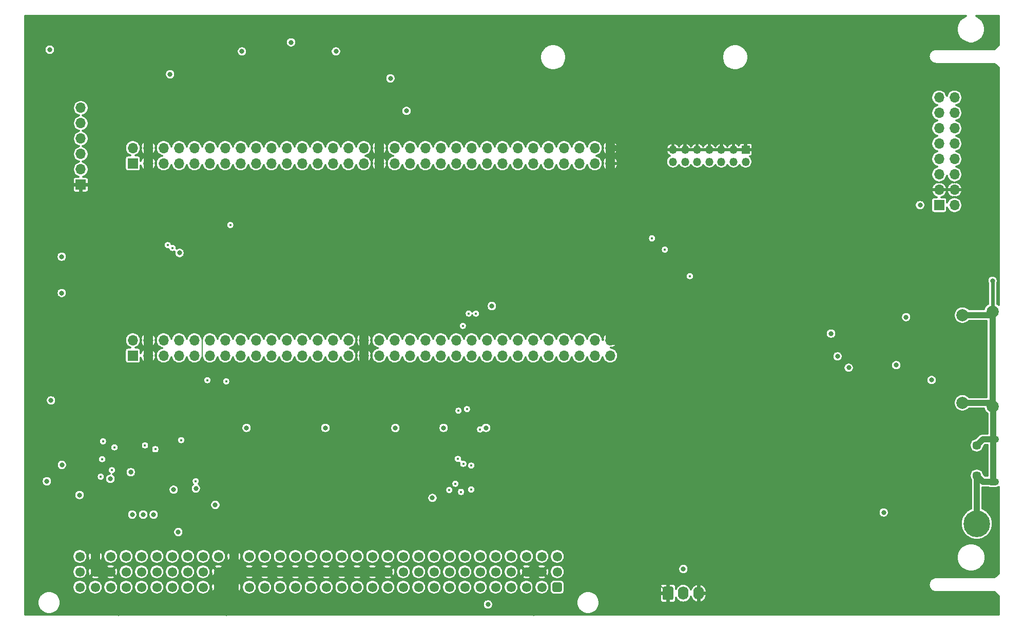
<source format=gbr>
G04 #@! TF.GenerationSoftware,KiCad,Pcbnew,5.1.9+dfsg1-1~bpo10+1*
G04 #@! TF.CreationDate,2023-03-18T13:25:21+01:00*
G04 #@! TF.ProjectId,nubus-to-ztex,6e756275-732d-4746-9f2d-7a7465782e6b,rev?*
G04 #@! TF.SameCoordinates,Original*
G04 #@! TF.FileFunction,Copper,L2,Inr*
G04 #@! TF.FilePolarity,Positive*
%FSLAX46Y46*%
G04 Gerber Fmt 4.6, Leading zero omitted, Abs format (unit mm)*
G04 Created by KiCad (PCBNEW 5.1.9+dfsg1-1~bpo10+1) date 2023-03-18 13:25:21*
%MOMM*%
%LPD*%
G01*
G04 APERTURE LIST*
G04 #@! TA.AperFunction,ComponentPad*
%ADD10O,1.700000X1.700000*%
G04 #@! TD*
G04 #@! TA.AperFunction,ComponentPad*
%ADD11R,1.700000X1.700000*%
G04 #@! TD*
G04 #@! TA.AperFunction,ComponentPad*
%ADD12O,1.350000X1.350000*%
G04 #@! TD*
G04 #@! TA.AperFunction,ComponentPad*
%ADD13R,1.350000X1.350000*%
G04 #@! TD*
G04 #@! TA.AperFunction,ComponentPad*
%ADD14C,4.400000*%
G04 #@! TD*
G04 #@! TA.AperFunction,ComponentPad*
%ADD15C,1.450000*%
G04 #@! TD*
G04 #@! TA.AperFunction,ComponentPad*
%ADD16O,1.900000X1.200000*%
G04 #@! TD*
G04 #@! TA.AperFunction,ComponentPad*
%ADD17O,1.740000X2.200000*%
G04 #@! TD*
G04 #@! TA.AperFunction,ComponentPad*
%ADD18C,2.000000*%
G04 #@! TD*
G04 #@! TA.AperFunction,ComponentPad*
%ADD19C,1.550000*%
G04 #@! TD*
G04 #@! TA.AperFunction,ViaPad*
%ADD20C,0.800000*%
G04 #@! TD*
G04 #@! TA.AperFunction,ViaPad*
%ADD21C,0.450000*%
G04 #@! TD*
G04 #@! TA.AperFunction,Conductor*
%ADD22C,1.500000*%
G04 #@! TD*
G04 #@! TA.AperFunction,Conductor*
%ADD23C,0.152400*%
G04 #@! TD*
G04 #@! TA.AperFunction,Conductor*
%ADD24C,1.000000*%
G04 #@! TD*
G04 #@! TA.AperFunction,Conductor*
%ADD25C,0.800000*%
G04 #@! TD*
G04 #@! TA.AperFunction,Conductor*
%ADD26C,0.500000*%
G04 #@! TD*
G04 #@! TA.AperFunction,Conductor*
%ADD27C,0.200000*%
G04 #@! TD*
G04 #@! TA.AperFunction,Conductor*
%ADD28C,0.600000*%
G04 #@! TD*
G04 #@! TA.AperFunction,Conductor*
%ADD29C,0.300000*%
G04 #@! TD*
G04 #@! TA.AperFunction,Conductor*
%ADD30C,0.100000*%
G04 #@! TD*
G04 APERTURE END LIST*
D10*
X265540000Y-19110000D03*
X263000000Y-19110000D03*
X265540000Y-21650000D03*
X263000000Y-21650000D03*
X265540000Y-24190000D03*
X263000000Y-24190000D03*
X265540000Y-26730000D03*
X263000000Y-26730000D03*
X265540000Y-29270000D03*
X263000000Y-29270000D03*
X265540000Y-31810000D03*
X263000000Y-31810000D03*
X265540000Y-34350000D03*
X263000000Y-34350000D03*
X265540000Y-36890000D03*
D11*
X263000000Y-36890000D03*
D12*
X219080000Y-29730000D03*
X219080000Y-27730000D03*
X221080000Y-29730000D03*
X221080000Y-27730000D03*
X223080000Y-29730000D03*
X223080000Y-27730000D03*
X225080000Y-29730000D03*
X225080000Y-27730000D03*
X227080000Y-29730000D03*
X227080000Y-27730000D03*
X229080000Y-29730000D03*
X229080000Y-27730000D03*
X231080000Y-29730000D03*
D13*
X231080000Y-27730000D03*
D11*
X121400000Y-33528000D03*
D10*
X121400000Y-30988000D03*
X121400000Y-28448000D03*
X121400000Y-25908000D03*
X121400000Y-23368000D03*
X121400000Y-20828000D03*
D14*
X269197500Y-89500000D03*
D15*
X269197500Y-81570000D03*
X269197500Y-76570000D03*
D16*
X271897500Y-82570000D03*
X271897500Y-75570000D03*
G04 #@! TA.AperFunction,ComponentPad*
G36*
G01*
X217390000Y-101850001D02*
X217390000Y-100149999D01*
G75*
G02*
X217639999Y-99900000I249999J0D01*
G01*
X218880001Y-99900000D01*
G75*
G02*
X219130000Y-100149999I0J-249999D01*
G01*
X219130000Y-101850001D01*
G75*
G02*
X218880001Y-102100000I-249999J0D01*
G01*
X217639999Y-102100000D01*
G75*
G02*
X217390000Y-101850001I0J249999D01*
G01*
G37*
G04 #@! TD.AperFunction*
D17*
X220800000Y-101000000D03*
X223340000Y-101000000D03*
D11*
X130000000Y-30000000D03*
D10*
X130000000Y-27460000D03*
X132540000Y-30000000D03*
X132540000Y-27460000D03*
X135080000Y-30000000D03*
X135080000Y-27460000D03*
X137620000Y-30000000D03*
X137620000Y-27460000D03*
X140160000Y-30000000D03*
X140160000Y-27460000D03*
X142700000Y-30000000D03*
X142700000Y-27460000D03*
X145240000Y-30000000D03*
X145240000Y-27460000D03*
X147780000Y-30000000D03*
X147780000Y-27460000D03*
X150320000Y-30000000D03*
X150320000Y-27460000D03*
X152860000Y-30000000D03*
X152860000Y-27460000D03*
X155400000Y-30000000D03*
X155400000Y-27460000D03*
X157940000Y-30000000D03*
X157940000Y-27460000D03*
X160480000Y-30000000D03*
X160480000Y-27460000D03*
X163020000Y-30000000D03*
X163020000Y-27460000D03*
X165560000Y-30000000D03*
X165560000Y-27460000D03*
X168100000Y-30000000D03*
X168100000Y-27460000D03*
X170640000Y-30000000D03*
X170640000Y-27460000D03*
X173180000Y-30000000D03*
X173180000Y-27460000D03*
X175720000Y-30000000D03*
X175720000Y-27460000D03*
X178260000Y-30000000D03*
X178260000Y-27460000D03*
X180800000Y-30000000D03*
X180800000Y-27460000D03*
X183340000Y-30000000D03*
X183340000Y-27460000D03*
X185880000Y-30000000D03*
X185880000Y-27460000D03*
X188420000Y-30000000D03*
X188420000Y-27460000D03*
X190960000Y-30000000D03*
X190960000Y-27460000D03*
X193500000Y-30000000D03*
X193500000Y-27460000D03*
X196040000Y-30000000D03*
X196040000Y-27460000D03*
X198580000Y-30000000D03*
X198580000Y-27460000D03*
X201120000Y-30000000D03*
X201120000Y-27460000D03*
X203660000Y-30000000D03*
X203660000Y-27460000D03*
X206200000Y-30000000D03*
X206200000Y-27460000D03*
X208740000Y-30000000D03*
X208740000Y-27460000D03*
D18*
X271800000Y-70150000D03*
X271800000Y-54450000D03*
X266850000Y-69550000D03*
X266850000Y-55050000D03*
G04 #@! TA.AperFunction,ComponentPad*
G36*
G01*
X200775000Y-99474998D02*
X200775000Y-100525002D01*
G75*
G02*
X200525002Y-100775000I-249998J0D01*
G01*
X199474998Y-100775000D01*
G75*
G02*
X199225000Y-100525002I0J249998D01*
G01*
X199225000Y-99474998D01*
G75*
G02*
X199474998Y-99225000I249998J0D01*
G01*
X200525002Y-99225000D01*
G75*
G02*
X200775000Y-99474998I0J-249998D01*
G01*
G37*
G04 #@! TD.AperFunction*
D19*
X197460000Y-100000000D03*
X194920000Y-100000000D03*
X192380000Y-100000000D03*
X189840000Y-100000000D03*
X187300000Y-100000000D03*
X184760000Y-100000000D03*
X182220000Y-100000000D03*
X179680000Y-100000000D03*
X177140000Y-100000000D03*
X174600000Y-100000000D03*
X172060000Y-100000000D03*
X169520000Y-100000000D03*
X166980000Y-100000000D03*
X164440000Y-100000000D03*
X161900000Y-100000000D03*
X159360000Y-100000000D03*
X156820000Y-100000000D03*
X154280000Y-100000000D03*
X151740000Y-100000000D03*
X149200000Y-100000000D03*
X146660000Y-100000000D03*
X144120000Y-100000000D03*
X141580000Y-100000000D03*
X139040000Y-100000000D03*
X136500000Y-100000000D03*
X133960000Y-100000000D03*
X131420000Y-100000000D03*
X128880000Y-100000000D03*
X126340000Y-100000000D03*
X123800000Y-100000000D03*
X121260000Y-100000000D03*
X200000000Y-97460000D03*
X197460000Y-97460000D03*
X194920000Y-97460000D03*
X192380000Y-97460000D03*
X189840000Y-97460000D03*
X187300000Y-97460000D03*
X184760000Y-97460000D03*
X182220000Y-97460000D03*
X179680000Y-97460000D03*
X177140000Y-97460000D03*
X174600000Y-97460000D03*
X172060000Y-97460000D03*
X169520000Y-97460000D03*
X166980000Y-97460000D03*
X164440000Y-97460000D03*
X161900000Y-97460000D03*
X159360000Y-97460000D03*
X156820000Y-97460000D03*
X154280000Y-97460000D03*
X151740000Y-97460000D03*
X149200000Y-97460000D03*
X146660000Y-97460000D03*
X144120000Y-97460000D03*
X141580000Y-97460000D03*
X139040000Y-97460000D03*
X136500000Y-97460000D03*
X133960000Y-97460000D03*
X131420000Y-97460000D03*
X128880000Y-97460000D03*
X126340000Y-97460000D03*
X123800000Y-97460000D03*
X121260000Y-97460000D03*
X200000000Y-94920000D03*
X197460000Y-94920000D03*
X194920000Y-94920000D03*
X192380000Y-94920000D03*
X189840000Y-94920000D03*
X187300000Y-94920000D03*
X184760000Y-94920000D03*
X182220000Y-94920000D03*
X179680000Y-94920000D03*
X177140000Y-94920000D03*
X174600000Y-94920000D03*
X172060000Y-94920000D03*
X169520000Y-94920000D03*
X166980000Y-94920000D03*
X164440000Y-94920000D03*
X161900000Y-94920000D03*
X159360000Y-94920000D03*
X156820000Y-94920000D03*
X154280000Y-94920000D03*
X151740000Y-94920000D03*
X149200000Y-94920000D03*
X146660000Y-94920000D03*
X144120000Y-94920000D03*
X141580000Y-94920000D03*
X139040000Y-94920000D03*
X136500000Y-94920000D03*
X133960000Y-94920000D03*
X131420000Y-94920000D03*
X128880000Y-94920000D03*
X126340000Y-94920000D03*
X123800000Y-94920000D03*
X121260000Y-94920000D03*
D10*
X208740000Y-59210000D03*
X208740000Y-61750000D03*
X206200000Y-59210000D03*
X206200000Y-61750000D03*
X203660000Y-59210000D03*
X203660000Y-61750000D03*
X201120000Y-59210000D03*
X201120000Y-61750000D03*
X198580000Y-59210000D03*
X198580000Y-61750000D03*
X196040000Y-59210000D03*
X196040000Y-61750000D03*
X193500000Y-59210000D03*
X193500000Y-61750000D03*
X190960000Y-59210000D03*
X190960000Y-61750000D03*
X188420000Y-59210000D03*
X188420000Y-61750000D03*
X185880000Y-59210000D03*
X185880000Y-61750000D03*
X183340000Y-59210000D03*
X183340000Y-61750000D03*
X180800000Y-59210000D03*
X180800000Y-61750000D03*
X178260000Y-59210000D03*
X178260000Y-61750000D03*
X175720000Y-59210000D03*
X175720000Y-61750000D03*
X173180000Y-59210000D03*
X173180000Y-61750000D03*
X170640000Y-59210000D03*
X170640000Y-61750000D03*
X168100000Y-59210000D03*
X168100000Y-61750000D03*
X165560000Y-59210000D03*
X165560000Y-61750000D03*
X163020000Y-59210000D03*
X163020000Y-61750000D03*
X160480000Y-59210000D03*
X160480000Y-61750000D03*
X157940000Y-59210000D03*
X157940000Y-61750000D03*
X155400000Y-59210000D03*
X155400000Y-61750000D03*
X152860000Y-59210000D03*
X152860000Y-61750000D03*
X150320000Y-59210000D03*
X150320000Y-61750000D03*
X147780000Y-59210000D03*
X147780000Y-61750000D03*
X145240000Y-59210000D03*
X145240000Y-61750000D03*
X142700000Y-59210000D03*
X142700000Y-61750000D03*
X140160000Y-59210000D03*
X140160000Y-61750000D03*
X137620000Y-59210000D03*
X137620000Y-61750000D03*
X135080000Y-59210000D03*
X135080000Y-61750000D03*
X132540000Y-59210000D03*
X132540000Y-61750000D03*
X130000000Y-59210000D03*
D11*
X130000000Y-61750000D03*
D20*
X155357500Y-78180000D03*
X267000000Y-51000000D03*
X222740000Y-36800000D03*
X234000000Y-34000000D03*
X174500000Y-71000000D03*
X194880000Y-35760000D03*
X208740000Y-50800000D03*
X215540000Y-27460000D03*
X116300000Y-16437500D03*
X268000000Y-58050000D03*
X149900000Y-71000000D03*
D21*
X145300000Y-90050000D03*
D20*
X189500000Y-71000000D03*
X186786371Y-50762953D03*
X118534670Y-98720000D03*
D21*
X115200000Y-90730000D03*
D20*
X152880000Y-42180000D03*
X181586371Y-48162953D03*
X268000000Y-65550000D03*
X187000000Y-83100000D03*
X183850000Y-73462500D03*
X256220000Y-61875000D03*
X135250000Y-70800000D03*
X139252400Y-47600000D03*
X268000000Y-61050000D03*
X262640000Y-79355000D03*
X140070000Y-71650000D03*
X168650000Y-91575000D03*
D21*
X267730000Y-79355000D03*
X145400000Y-88100000D03*
D20*
X163000000Y-71000000D03*
X158100000Y-92000000D03*
X207500000Y-71000000D03*
X132800000Y-79640000D03*
D21*
X131100000Y-77215000D03*
D20*
X252900000Y-82730000D03*
X264200000Y-67357500D03*
X194857500Y-79750000D03*
D21*
X115200000Y-87480000D03*
D20*
X176480000Y-33630000D03*
X140070000Y-65480000D03*
X181586371Y-53962953D03*
X236450000Y-82730000D03*
X145125000Y-50200000D03*
X256010000Y-87920000D03*
X148200000Y-86800000D03*
X117200000Y-84780000D03*
X179800000Y-92480000D03*
X123800000Y-93000000D03*
X115670000Y-40410000D03*
X190611371Y-50675453D03*
D21*
X168357500Y-79750000D03*
D20*
X228090000Y-60250000D03*
X168820000Y-45760000D03*
X168357500Y-78180000D03*
D21*
X139300000Y-87450000D03*
D20*
X255040000Y-53812500D03*
X246062500Y-59100000D03*
X255500000Y-58625000D03*
X179857500Y-79750000D03*
X127900000Y-72015000D03*
D21*
X115200000Y-89430000D03*
D20*
X267720000Y-77180000D03*
X196200000Y-92480000D03*
X244180000Y-99750000D03*
X137500000Y-89312500D03*
X259850000Y-35315000D03*
X259850000Y-14000000D03*
X234000000Y-14000000D03*
X125722000Y-33528000D03*
X228670000Y-36800000D03*
X143040000Y-68680000D03*
X268560000Y-51000000D03*
X267000000Y-49425000D03*
X224457500Y-95500000D03*
X156725000Y-81300000D03*
D21*
X155357500Y-79750000D03*
D20*
X169725000Y-81300000D03*
X123840134Y-42199866D03*
X175135000Y-19775000D03*
X267000000Y-46930000D03*
X167210000Y-18100000D03*
X158300000Y-10000000D03*
X143250000Y-11500000D03*
X167037500Y-13250000D03*
D21*
X221870000Y-48620000D03*
D20*
X161750000Y-73687500D03*
X172485673Y-15948535D03*
X257550000Y-55387500D03*
X188250000Y-73687500D03*
X136727523Y-83900000D03*
X137700000Y-44789641D03*
X248080000Y-63750000D03*
X126287500Y-82100000D03*
X115812500Y-82500000D03*
X148750000Y-73687500D03*
X140387500Y-83700000D03*
X118300000Y-79800000D03*
X143600000Y-86400000D03*
X245170000Y-58110000D03*
X137500000Y-90887500D03*
X116300000Y-11212500D03*
X116500000Y-69150000D03*
X173300000Y-73700000D03*
X118265134Y-45400000D03*
X121200000Y-84780000D03*
X181250000Y-73687500D03*
X118265134Y-51400000D03*
X136140000Y-15272793D03*
X189211371Y-53562953D03*
X129652500Y-81000000D03*
X179412661Y-85255497D03*
X259850000Y-36890000D03*
X175135000Y-21325000D03*
X156100000Y-10000000D03*
X163500000Y-11500000D03*
X148000000Y-11500000D03*
X253850000Y-87660000D03*
X246230000Y-61872500D03*
X131697842Y-88000000D03*
X129897842Y-88000000D03*
X133421568Y-88014972D03*
X188575000Y-102850000D03*
X220800000Y-97000000D03*
D21*
X184418601Y-56831399D03*
X183600000Y-78800000D03*
X184150000Y-84250000D03*
X186600000Y-54800000D03*
X187263411Y-73930000D03*
X185400000Y-54800000D03*
X185800000Y-83875000D03*
X185800000Y-79900000D03*
X137965000Y-75700000D03*
X132000000Y-76565000D03*
X136541399Y-43958601D03*
X135750000Y-43500000D03*
X146070000Y-40170000D03*
D20*
X271800000Y-49380000D03*
D21*
X217750000Y-44250000D03*
X215625000Y-42375000D03*
X133700000Y-77215000D03*
X145387500Y-66000000D03*
X140375000Y-82475000D03*
X142300000Y-65800000D03*
X125066330Y-75900000D03*
X126550000Y-80675000D03*
X124712500Y-81750000D03*
X126975000Y-76905000D03*
X124925000Y-78850000D03*
X182200161Y-83950161D03*
X183200000Y-82900000D03*
X184500000Y-79600000D03*
X185110000Y-70590000D03*
X183710000Y-70850000D03*
D20*
X261760000Y-65782500D03*
X255920000Y-63320000D03*
D22*
X208740000Y-30000000D02*
X208740000Y-27460000D01*
X208740000Y-27460000D02*
X208740000Y-24760000D01*
X208740000Y-30000000D02*
X208740000Y-32560000D01*
D23*
X208740000Y-32560000D02*
X198080000Y-32560000D01*
X198080000Y-32560000D02*
X194880000Y-35760000D01*
X194880000Y-35760000D02*
X194750000Y-35890000D01*
D24*
X215540000Y-27460000D02*
X208740000Y-27460000D01*
D23*
X179800000Y-92480000D02*
X169555000Y-92480000D01*
D25*
X168820000Y-52500000D02*
X168820000Y-45760000D01*
D26*
X196200000Y-97460000D02*
X196200000Y-92480000D01*
X123800000Y-97460000D02*
X122540000Y-98720000D01*
D23*
X115200000Y-89430000D02*
X115200000Y-87480000D01*
X132540000Y-23462500D02*
X132540000Y-23660000D01*
D26*
X196200000Y-89100000D02*
X196200000Y-82592500D01*
D23*
X155250000Y-79750000D02*
X155357500Y-79750000D01*
D25*
X168820000Y-55760000D02*
X168820000Y-52500000D01*
D23*
X228090000Y-60250000D02*
X244912500Y-60250000D01*
X212100000Y-60250000D02*
X228090000Y-60250000D01*
D25*
X168100000Y-56480000D02*
X168820000Y-55760000D01*
D23*
X168100000Y-74012500D02*
X168357500Y-74270000D01*
X168720000Y-52600000D02*
X168820000Y-52500000D01*
D26*
X168250000Y-92250000D02*
X168250001Y-91974999D01*
X168250001Y-91974999D02*
X168650000Y-91575000D01*
D22*
X123800000Y-97460000D02*
X123800000Y-94920000D01*
D23*
X139300000Y-87450000D02*
X137500000Y-89250000D01*
X194857500Y-79750000D02*
X203560000Y-71047500D01*
X203560000Y-71047500D02*
X203560000Y-71000000D01*
D26*
X153025000Y-97460000D02*
X153025000Y-92075000D01*
D22*
X170640000Y-27460000D02*
X170640000Y-25000000D01*
D23*
X191507500Y-83100000D02*
X194857500Y-79750000D01*
X187000000Y-83100000D02*
X191507500Y-83100000D01*
X168357500Y-74270000D02*
X168357500Y-78180000D01*
D22*
X164440000Y-97460000D02*
X166980000Y-97460000D01*
D23*
X163000000Y-71000000D02*
X168100000Y-71000000D01*
X196200000Y-92480000D02*
X179800000Y-92480000D01*
X132800000Y-79640000D02*
X132800000Y-84612500D01*
X132800000Y-84612500D02*
X137500000Y-89312500D01*
X169555000Y-92480000D02*
X169049999Y-91974999D01*
X169049999Y-91974999D02*
X168650000Y-91575000D01*
X267730000Y-77190000D02*
X267720000Y-77180000D01*
X115200000Y-90730000D02*
X115200000Y-95425330D01*
X117200000Y-72200000D02*
X117200000Y-72200000D01*
X123500000Y-65900000D02*
X127500000Y-65900000D01*
X148200000Y-86800000D02*
X155250000Y-79750000D01*
D22*
X132540000Y-47600000D02*
X132540000Y-52520000D01*
X132540000Y-52520000D02*
X132540000Y-59210000D01*
D23*
X131600000Y-65900000D02*
X132540000Y-64960000D01*
X132410000Y-52390000D02*
X132540000Y-52520000D01*
D22*
X156820000Y-97460000D02*
X158100000Y-97460000D01*
D23*
X211060000Y-59210000D02*
X212100000Y-60250000D01*
D22*
X170640000Y-40360000D02*
X170640000Y-33630000D01*
D23*
X170640000Y-33630000D02*
X176480000Y-33630000D01*
D22*
X168100000Y-61750000D02*
X168100000Y-71000000D01*
D26*
X118534670Y-98720000D02*
X122540000Y-98720000D01*
D23*
X149900000Y-71000000D02*
X163000000Y-71000000D01*
D22*
X153025000Y-97460000D02*
X154280000Y-97460000D01*
D23*
X135250000Y-67670000D02*
X132540000Y-64960000D01*
D22*
X132540000Y-27460000D02*
X132540000Y-23660000D01*
X132540000Y-61750000D02*
X132540000Y-64960000D01*
D23*
X115200000Y-90730000D02*
X115200000Y-89430000D01*
D22*
X163175000Y-97460000D02*
X164440000Y-97460000D01*
D26*
X163175000Y-97460000D02*
X163175000Y-91975000D01*
X168820000Y-42180000D02*
X152880000Y-42180000D01*
D23*
X132950000Y-42180000D02*
X132540000Y-42590000D01*
X134035000Y-72015000D02*
X135250000Y-70800000D01*
X196170000Y-104500000D02*
X145390000Y-104500000D01*
X145125000Y-50200000D02*
X142525000Y-47600000D01*
X142525000Y-47600000D02*
X139252400Y-47600000D01*
D26*
X152880000Y-42180000D02*
X132950000Y-42180000D01*
D22*
X132540000Y-33600000D02*
X132540000Y-42590000D01*
D23*
X170617047Y-53962953D02*
X181586371Y-53962953D01*
X186873871Y-50675453D02*
X186786371Y-50762953D01*
X264200000Y-67357500D02*
X266007500Y-65550000D01*
X266007500Y-65550000D02*
X268000000Y-65550000D01*
X264200000Y-67357500D02*
X263800001Y-67757499D01*
X189500000Y-71000000D02*
X202250000Y-71000000D01*
X183850000Y-73462500D02*
X186312500Y-71000000D01*
X137500000Y-89250000D02*
X137500000Y-89312500D01*
X146660000Y-91410000D02*
X145300000Y-90050000D01*
D22*
X144120000Y-100000000D02*
X144120000Y-97460000D01*
D25*
X168820000Y-45760000D02*
X168820000Y-42180000D01*
D23*
X256010000Y-87920000D02*
X244180000Y-99750000D01*
X256220000Y-61875000D02*
X256220000Y-59345000D01*
D22*
X161900000Y-97460000D02*
X163175000Y-97460000D01*
D23*
X186786371Y-50762953D02*
X184786371Y-50762953D01*
X184786371Y-50762953D02*
X181586371Y-53962953D01*
X268000000Y-65550000D02*
X268000000Y-58050000D01*
D26*
X123800000Y-97460000D02*
X122530000Y-96190000D01*
X158100000Y-97460000D02*
X158100000Y-92000000D01*
D22*
X132540000Y-30000000D02*
X132540000Y-33600000D01*
D23*
X196200000Y-82592500D02*
X196200000Y-81092500D01*
X196200000Y-81092500D02*
X194857500Y-79750000D01*
X168820000Y-55760000D02*
X170617047Y-53962953D01*
X117200000Y-72200000D02*
X123500000Y-65900000D01*
X186312500Y-71000000D02*
X189500000Y-71000000D01*
D22*
X159360000Y-97460000D02*
X161900000Y-97460000D01*
D23*
X127900000Y-72015000D02*
X134035000Y-72015000D01*
X255040000Y-58165000D02*
X255500000Y-58625000D01*
X207500000Y-71000000D02*
X207500000Y-71000000D01*
D26*
X118534670Y-98720000D02*
X118534670Y-98720000D01*
D22*
X132540000Y-42590000D02*
X132540000Y-47600000D01*
X146660000Y-94920000D02*
X146660000Y-92000000D01*
D23*
X239420000Y-104510000D02*
X198510000Y-104510000D01*
D26*
X153025000Y-97460000D02*
X153025000Y-102475000D01*
D23*
X117200000Y-84780000D02*
X117200000Y-72200000D01*
D22*
X123800000Y-94920000D02*
X123800000Y-93000000D01*
D23*
X262640000Y-79355000D02*
X267730000Y-79355000D01*
X263800001Y-67757499D02*
X263800001Y-73260001D01*
X263800001Y-73260001D02*
X267320001Y-76780001D01*
X202250000Y-71000000D02*
X203560000Y-71000000D01*
X203560000Y-71000000D02*
X207500000Y-71000000D01*
D22*
X144120000Y-100000000D02*
X144120000Y-103230000D01*
D23*
X145300000Y-90050000D02*
X145300000Y-88200000D01*
X141430000Y-64120000D02*
X141430000Y-53895000D01*
D25*
X168100000Y-71000000D02*
X168100000Y-74012500D01*
D23*
X131237500Y-77352500D02*
X131100000Y-77215000D01*
D22*
X196200000Y-97460000D02*
X194920000Y-97460000D01*
X144120000Y-97460000D02*
X146660000Y-97460000D01*
D26*
X144120000Y-103230000D02*
X145390000Y-104500000D01*
D22*
X149200000Y-97460000D02*
X151740000Y-97460000D01*
D23*
X155357500Y-79750000D02*
X168357500Y-79750000D01*
X208740000Y-57660000D02*
X208740000Y-58007919D01*
X210000000Y-59210000D02*
X211060000Y-59210000D01*
X198510000Y-104510000D02*
X198500000Y-104500000D01*
X176480000Y-33630000D02*
X176480000Y-33630000D01*
D22*
X170640000Y-33630000D02*
X170640000Y-30000000D01*
D23*
X252900000Y-82730000D02*
X236450000Y-82730000D01*
D22*
X169520000Y-97460000D02*
X172060000Y-97460000D01*
X132540000Y-27460000D02*
X132540000Y-30000000D01*
X170640000Y-27460000D02*
X170640000Y-30000000D01*
D23*
X115200000Y-87480000D02*
X115200000Y-86780000D01*
D22*
X146660000Y-100000000D02*
X146660000Y-103230000D01*
X146660000Y-100000000D02*
X146660000Y-97460000D01*
D23*
X116300000Y-16437500D02*
X125317500Y-16437500D01*
X125317500Y-16437500D02*
X132540000Y-23660000D01*
X140070000Y-71650000D02*
X140070000Y-76930000D01*
X212100000Y-66400000D02*
X207500000Y-71000000D01*
D22*
X197460000Y-97460000D02*
X196200000Y-97460000D01*
D23*
X140070000Y-65480000D02*
X140070000Y-65480000D01*
X115200000Y-86780000D02*
X117200000Y-84780000D01*
X140070000Y-76930000D02*
X137360000Y-79640000D01*
X137360000Y-79640000D02*
X132800000Y-79640000D01*
X179857500Y-79750000D02*
X168357500Y-79750000D01*
X198500000Y-104500000D02*
X196170000Y-104500000D01*
X141430000Y-53895000D02*
X145125000Y-50200000D01*
X140070000Y-65480000D02*
X141430000Y-64120000D01*
D26*
X127600000Y-98720000D02*
X127600000Y-104500000D01*
D23*
X256010000Y-87920000D02*
X256010000Y-85840000D01*
X246062500Y-59100000D02*
X255025000Y-59100000D01*
X255025000Y-59100000D02*
X255500000Y-58625000D01*
X127499999Y-65900001D02*
X127500000Y-65900000D01*
X170640000Y-30000000D02*
X170640000Y-31202081D01*
X127500000Y-65900000D02*
X131600000Y-65900000D01*
X256220000Y-59345000D02*
X255500000Y-58625000D01*
D22*
X146660000Y-97460000D02*
X149200000Y-97460000D01*
X151740000Y-97460000D02*
X153025000Y-97460000D01*
D26*
X196200000Y-92480000D02*
X196200000Y-89100000D01*
D23*
X181586371Y-53962953D02*
X181586371Y-48162953D01*
X119480000Y-96190000D02*
X115964670Y-96190000D01*
D26*
X122530000Y-96190000D02*
X119480000Y-96190000D01*
D22*
X124896015Y-97460000D02*
X126340000Y-97460000D01*
D23*
X212100000Y-60250000D02*
X212100000Y-66400000D01*
D22*
X168100000Y-59210000D02*
X168100000Y-61750000D01*
X154280000Y-97460000D02*
X156820000Y-97460000D01*
D26*
X163175000Y-97460000D02*
X163175000Y-102425000D01*
D23*
X135250000Y-70800000D02*
X135250000Y-67670000D01*
X262640000Y-79355000D02*
X256275000Y-79355000D01*
D26*
X168250000Y-97460000D02*
X168250000Y-92250000D01*
D22*
X166980000Y-97460000D02*
X168250000Y-97460000D01*
D23*
X244912500Y-60250000D02*
X246062500Y-59100000D01*
X139252400Y-47600000D02*
X132540000Y-47600000D01*
X256010000Y-85840000D02*
X252900000Y-82730000D01*
D26*
X197460000Y-97460000D02*
X198730000Y-96190000D01*
D22*
X146660000Y-97460000D02*
X146660000Y-94920000D01*
D23*
X267320001Y-76780001D02*
X267720000Y-77180000D01*
X256275000Y-79355000D02*
X252900000Y-82730000D01*
X145400000Y-88100000D02*
X146900000Y-88100000D01*
D26*
X126340000Y-97460000D02*
X127600000Y-98720000D01*
D23*
X255040000Y-53812500D02*
X255040000Y-58165000D01*
X135649999Y-69900001D02*
X140070000Y-65480000D01*
X135250000Y-70800000D02*
X135649999Y-70400001D01*
X135649999Y-70400001D02*
X135649999Y-69900001D01*
X202250000Y-71000000D02*
X202400000Y-71000000D01*
D22*
X146660000Y-100000000D02*
X144120000Y-100000000D01*
D23*
X146900000Y-88100000D02*
X148200000Y-86800000D01*
D22*
X168100000Y-59210000D02*
X168100000Y-56480000D01*
D26*
X168250000Y-97460000D02*
X168250000Y-102000000D01*
D22*
X168250000Y-97460000D02*
X169520000Y-97460000D01*
D23*
X168357500Y-78180000D02*
X168357500Y-79750000D01*
X170640000Y-31202081D02*
X170688000Y-31250081D01*
D22*
X123800000Y-97460000D02*
X124896015Y-97460000D01*
D23*
X140070000Y-65480000D02*
X140070000Y-71650000D01*
D25*
X168820000Y-42180000D02*
X170640000Y-40360000D01*
D22*
X208740000Y-59210000D02*
X210000000Y-59210000D01*
D23*
X145300000Y-88200000D02*
X145400000Y-88100000D01*
D26*
X158100000Y-97460000D02*
X158100000Y-102800000D01*
D23*
X190611371Y-50675453D02*
X186873871Y-50675453D01*
X145390000Y-104500000D02*
X127600000Y-104500000D01*
X132440000Y-33500000D02*
X132540000Y-33600000D01*
X267730000Y-79355000D02*
X267730000Y-77190000D01*
X115200000Y-95425330D02*
X115964670Y-96190000D01*
D22*
X132540000Y-61750000D02*
X132540000Y-59210000D01*
D23*
X146660000Y-93260000D02*
X146660000Y-91410000D01*
D22*
X208740000Y-59210000D02*
X208740000Y-58007919D01*
D23*
X115964670Y-96190000D02*
X118534670Y-98760000D01*
X196170000Y-97490000D02*
X196200000Y-97460000D01*
D26*
X196170000Y-97490000D02*
X196170000Y-104500000D01*
D22*
X158100000Y-97460000D02*
X159360000Y-97460000D01*
D23*
X244180000Y-99750000D02*
X239420000Y-104510000D01*
D26*
X146660000Y-103230000D02*
X145390000Y-104500000D01*
D23*
X208740000Y-58007919D02*
X208740000Y-50800000D01*
X192750000Y-33630000D02*
X194880000Y-35760000D01*
X176480000Y-33630000D02*
X192750000Y-33630000D01*
X190611371Y-40028629D02*
X194880000Y-35760000D01*
X190611371Y-50675453D02*
X190611371Y-40028629D01*
X208740000Y-50800000D02*
X208740000Y-32560000D01*
X256000000Y-14010000D02*
X256000000Y-14010000D01*
X234000000Y-34000000D02*
X234000000Y-14000000D01*
X234000000Y-14000000D02*
X256000000Y-14000000D01*
X259850000Y-14000000D02*
X259850000Y-35315000D01*
X118840000Y-40410000D02*
X125722000Y-33528000D01*
X115670000Y-40410000D02*
X118840000Y-40410000D01*
X132468000Y-33528000D02*
X132540000Y-33600000D01*
X125722000Y-33528000D02*
X132468000Y-33528000D01*
X208740000Y-50800000D02*
X222740000Y-36800000D01*
X231200000Y-36800000D02*
X234000000Y-34000000D01*
X222740000Y-36800000D02*
X228670000Y-36800000D01*
X228670000Y-36800000D02*
X231200000Y-36800000D01*
X140070000Y-71650000D02*
X143040000Y-68680000D01*
X259427500Y-49425000D02*
X255040000Y-53812500D01*
D26*
X212350000Y-96190000D02*
X198730000Y-96190000D01*
D23*
X155357500Y-79750000D02*
X155357500Y-78180000D01*
X213450000Y-96190000D02*
X218260000Y-101000000D01*
X212350000Y-96190000D02*
X213450000Y-96190000D01*
X213040000Y-95500000D02*
X212350000Y-96190000D01*
X224457500Y-95500000D02*
X213040000Y-95500000D01*
X236450000Y-83507500D02*
X224457500Y-95500000D01*
X236450000Y-82730000D02*
X236450000Y-83507500D01*
D27*
X117459866Y-42199866D02*
X115670000Y-40410000D01*
X123840134Y-42199866D02*
X117459866Y-42199866D01*
X256000000Y-14000000D02*
X259850000Y-14000000D01*
X173460000Y-18100000D02*
X175135000Y-19775000D01*
X167210000Y-18100000D02*
X173460000Y-18100000D01*
X143250000Y-12950000D02*
X132540000Y-23660000D01*
X143250000Y-11500000D02*
X143250000Y-12950000D01*
X145450001Y-9299999D02*
X143250000Y-11500000D01*
X158300000Y-10000000D02*
X157599999Y-9299999D01*
X157599999Y-9299999D02*
X145450001Y-9299999D01*
X163787500Y-10000000D02*
X167037500Y-13250000D01*
X158300000Y-10000000D02*
X163787500Y-10000000D01*
X170640000Y-24270000D02*
X175135000Y-19775000D01*
X170640000Y-25000000D02*
X170640000Y-24270000D01*
D24*
X271200000Y-55050000D02*
X271800000Y-54450000D01*
X266850000Y-55050000D02*
X271200000Y-55050000D01*
X271800000Y-54450000D02*
X271800000Y-70150000D01*
X271200000Y-69550000D02*
X271800000Y-70150000D01*
X266850000Y-69550000D02*
X271200000Y-69550000D01*
X270197500Y-82570000D02*
X269197500Y-81570000D01*
X271897500Y-82570000D02*
X270197500Y-82570000D01*
X270197500Y-75570000D02*
X271897500Y-75570000D01*
X269197500Y-76570000D02*
X270197500Y-75570000D01*
X271897500Y-82570000D02*
X271897500Y-75570000D01*
D23*
X271897500Y-71247500D02*
X271887500Y-71237500D01*
X266840000Y-55040000D02*
X266850000Y-55050000D01*
D24*
X271897500Y-70247500D02*
X271800000Y-70150000D01*
X271897500Y-75570000D02*
X271897500Y-70247500D01*
D28*
X271800000Y-54450000D02*
X271800000Y-49380000D01*
D24*
X269197500Y-89500000D02*
X269197500Y-81570000D01*
D29*
X267154575Y-5761895D02*
X266772348Y-6017290D01*
X266447290Y-6342348D01*
X266191895Y-6724575D01*
X266015975Y-7149282D01*
X265926292Y-7600150D01*
X265926292Y-8059850D01*
X266015975Y-8510718D01*
X266191895Y-8935425D01*
X266447290Y-9317652D01*
X266772348Y-9642710D01*
X267154575Y-9898105D01*
X267579282Y-10074025D01*
X268030150Y-10163708D01*
X268489850Y-10163708D01*
X268940718Y-10074025D01*
X269365425Y-9898105D01*
X269747652Y-9642710D01*
X270072710Y-9317652D01*
X270328105Y-8935425D01*
X270504025Y-8510718D01*
X270593708Y-8059850D01*
X270593708Y-7600150D01*
X270504025Y-7149282D01*
X270328105Y-6724575D01*
X270072710Y-6342348D01*
X269747652Y-6017290D01*
X269365425Y-5761895D01*
X269095287Y-5650000D01*
X272805000Y-5650000D01*
X272805001Y-10462536D01*
X272162539Y-11105000D01*
X262474212Y-11105000D01*
X262448079Y-11107574D01*
X262438992Y-11107574D01*
X262431702Y-11108340D01*
X262295938Y-11123569D01*
X262249407Y-11133460D01*
X262202722Y-11142703D01*
X262195720Y-11144871D01*
X262065499Y-11186179D01*
X262021741Y-11204934D01*
X261977767Y-11223058D01*
X261971325Y-11226542D01*
X261971322Y-11226543D01*
X261971319Y-11226545D01*
X261851601Y-11292361D01*
X261812366Y-11319226D01*
X261772708Y-11345575D01*
X261767060Y-11350247D01*
X261662406Y-11438062D01*
X261629113Y-11472060D01*
X261595349Y-11505589D01*
X261590716Y-11511269D01*
X261505112Y-11617739D01*
X261479038Y-11657585D01*
X261452451Y-11697001D01*
X261449009Y-11703473D01*
X261385715Y-11824543D01*
X261367893Y-11868653D01*
X261349449Y-11912530D01*
X261347331Y-11919548D01*
X261308759Y-12050605D01*
X261299847Y-12097324D01*
X261290275Y-12143956D01*
X261289560Y-12151251D01*
X261277178Y-12287304D01*
X261277510Y-12334881D01*
X261277177Y-12382468D01*
X261277893Y-12389763D01*
X261292173Y-12525631D01*
X261301738Y-12572227D01*
X261310658Y-12618987D01*
X261312777Y-12626004D01*
X261353176Y-12756510D01*
X261371612Y-12800367D01*
X261389439Y-12844492D01*
X261392881Y-12850964D01*
X261457859Y-12971138D01*
X261484461Y-13010578D01*
X261510520Y-13050400D01*
X261515153Y-13056081D01*
X261602235Y-13161346D01*
X261636019Y-13194895D01*
X261669294Y-13228874D01*
X261674942Y-13233547D01*
X261780812Y-13319892D01*
X261820450Y-13346227D01*
X261859707Y-13373107D01*
X261866155Y-13376593D01*
X261986780Y-13440730D01*
X262030761Y-13458858D01*
X262074505Y-13477607D01*
X262081507Y-13479774D01*
X262212292Y-13519261D01*
X262258951Y-13528500D01*
X262305516Y-13538398D01*
X262312806Y-13539164D01*
X262448770Y-13552495D01*
X262448780Y-13552495D01*
X262474212Y-13555000D01*
X272162539Y-13555000D01*
X272805001Y-14197464D01*
X272805001Y-53404391D01*
X272724321Y-53323711D01*
X272550000Y-53207234D01*
X272550000Y-49787505D01*
X272553260Y-49782626D01*
X272617335Y-49627936D01*
X272650000Y-49463718D01*
X272650000Y-49296282D01*
X272617335Y-49132064D01*
X272553260Y-48977374D01*
X272460238Y-48838156D01*
X272341844Y-48719762D01*
X272202626Y-48626740D01*
X272047936Y-48562665D01*
X271883718Y-48530000D01*
X271716282Y-48530000D01*
X271552064Y-48562665D01*
X271397374Y-48626740D01*
X271258156Y-48719762D01*
X271139762Y-48838156D01*
X271046740Y-48977374D01*
X270982665Y-49132064D01*
X270950000Y-49296282D01*
X270950000Y-49463718D01*
X270982665Y-49627936D01*
X271046740Y-49782626D01*
X271050001Y-49787506D01*
X271050000Y-53207234D01*
X270875679Y-53323711D01*
X270673711Y-53525679D01*
X270515027Y-53763167D01*
X270405723Y-54027051D01*
X270391212Y-54100000D01*
X267950610Y-54100000D01*
X267774321Y-53923711D01*
X267536833Y-53765027D01*
X267272949Y-53655723D01*
X266992813Y-53600000D01*
X266707187Y-53600000D01*
X266427051Y-53655723D01*
X266163167Y-53765027D01*
X265925679Y-53923711D01*
X265723711Y-54125679D01*
X265565027Y-54363167D01*
X265455723Y-54627051D01*
X265400000Y-54907187D01*
X265400000Y-55192813D01*
X265455723Y-55472949D01*
X265565027Y-55736833D01*
X265723711Y-55974321D01*
X265925679Y-56176289D01*
X266163167Y-56334973D01*
X266427051Y-56444277D01*
X266707187Y-56500000D01*
X266992813Y-56500000D01*
X267272949Y-56444277D01*
X267536833Y-56334973D01*
X267774321Y-56176289D01*
X267950610Y-56000000D01*
X270850000Y-56000000D01*
X270850001Y-68600000D01*
X267950610Y-68600000D01*
X267774321Y-68423711D01*
X267536833Y-68265027D01*
X267272949Y-68155723D01*
X266992813Y-68100000D01*
X266707187Y-68100000D01*
X266427051Y-68155723D01*
X266163167Y-68265027D01*
X265925679Y-68423711D01*
X265723711Y-68625679D01*
X265565027Y-68863167D01*
X265455723Y-69127051D01*
X265400000Y-69407187D01*
X265400000Y-69692813D01*
X265455723Y-69972949D01*
X265565027Y-70236833D01*
X265723711Y-70474321D01*
X265925679Y-70676289D01*
X266163167Y-70834973D01*
X266427051Y-70944277D01*
X266707187Y-71000000D01*
X266992813Y-71000000D01*
X267272949Y-70944277D01*
X267536833Y-70834973D01*
X267774321Y-70676289D01*
X267950610Y-70500000D01*
X270391212Y-70500000D01*
X270405723Y-70572949D01*
X270515027Y-70836833D01*
X270673711Y-71074321D01*
X270875679Y-71276289D01*
X270947501Y-71324279D01*
X270947500Y-74620000D01*
X270244157Y-74620000D01*
X270197500Y-74615405D01*
X270150843Y-74620000D01*
X270150835Y-74620000D01*
X270027220Y-74632175D01*
X270011267Y-74633746D01*
X269832191Y-74688068D01*
X269743977Y-74735220D01*
X269667155Y-74776282D01*
X269522499Y-74894999D01*
X269492750Y-74931248D01*
X269015894Y-75408104D01*
X268854765Y-75440155D01*
X268640929Y-75528729D01*
X268448481Y-75657318D01*
X268284818Y-75820981D01*
X268156229Y-76013429D01*
X268067655Y-76227265D01*
X268022500Y-76454273D01*
X268022500Y-76685727D01*
X268067655Y-76912735D01*
X268156229Y-77126571D01*
X268284818Y-77319019D01*
X268448481Y-77482682D01*
X268640929Y-77611271D01*
X268854765Y-77699845D01*
X269081773Y-77745000D01*
X269313227Y-77745000D01*
X269540235Y-77699845D01*
X269754071Y-77611271D01*
X269946519Y-77482682D01*
X270110182Y-77319019D01*
X270238771Y-77126571D01*
X270327345Y-76912735D01*
X270359396Y-76751606D01*
X270591002Y-76520000D01*
X270947501Y-76520000D01*
X270947500Y-81620000D01*
X270591002Y-81620000D01*
X270359396Y-81388394D01*
X270327345Y-81227265D01*
X270238771Y-81013429D01*
X270110182Y-80820981D01*
X269946519Y-80657318D01*
X269754071Y-80528729D01*
X269540235Y-80440155D01*
X269313227Y-80395000D01*
X269081773Y-80395000D01*
X268854765Y-80440155D01*
X268640929Y-80528729D01*
X268448481Y-80657318D01*
X268284818Y-80820981D01*
X268156229Y-81013429D01*
X268067655Y-81227265D01*
X268022500Y-81454273D01*
X268022500Y-81685727D01*
X268067655Y-81912735D01*
X268156229Y-82126571D01*
X268247501Y-82263170D01*
X268247500Y-87025164D01*
X267942254Y-87151601D01*
X267508224Y-87441611D01*
X267139111Y-87810724D01*
X266849101Y-88244754D01*
X266649338Y-88727024D01*
X266547500Y-89238998D01*
X266547500Y-89761002D01*
X266649338Y-90272976D01*
X266849101Y-90755246D01*
X267139111Y-91189276D01*
X267508224Y-91558389D01*
X267942254Y-91848399D01*
X268424524Y-92048162D01*
X268936498Y-92150000D01*
X269458502Y-92150000D01*
X269970476Y-92048162D01*
X270452746Y-91848399D01*
X270886776Y-91558389D01*
X271255889Y-91189276D01*
X271545899Y-90755246D01*
X271745662Y-90272976D01*
X271847500Y-89761002D01*
X271847500Y-89238998D01*
X271745662Y-88727024D01*
X271545899Y-88244754D01*
X271255889Y-87810724D01*
X270886776Y-87441611D01*
X270452746Y-87151601D01*
X270147500Y-87025164D01*
X270147500Y-83519672D01*
X270150835Y-83520000D01*
X270150843Y-83520000D01*
X270197500Y-83524595D01*
X270244157Y-83520000D01*
X271097402Y-83520000D01*
X271143738Y-83544767D01*
X271341664Y-83604807D01*
X271495922Y-83620000D01*
X272299078Y-83620000D01*
X272453336Y-83604807D01*
X272651262Y-83544767D01*
X272805000Y-83462592D01*
X272805000Y-97712537D01*
X272162539Y-98355000D01*
X262474212Y-98355000D01*
X262448079Y-98357574D01*
X262438992Y-98357574D01*
X262431702Y-98358340D01*
X262295938Y-98373569D01*
X262249407Y-98383460D01*
X262202722Y-98392703D01*
X262195720Y-98394871D01*
X262065499Y-98436179D01*
X262021741Y-98454934D01*
X261977767Y-98473058D01*
X261971325Y-98476542D01*
X261971322Y-98476543D01*
X261971319Y-98476545D01*
X261851601Y-98542361D01*
X261812366Y-98569226D01*
X261772708Y-98595575D01*
X261767060Y-98600247D01*
X261662406Y-98688062D01*
X261629113Y-98722060D01*
X261595349Y-98755589D01*
X261590716Y-98761269D01*
X261505112Y-98867739D01*
X261479038Y-98907585D01*
X261452451Y-98947001D01*
X261449009Y-98953473D01*
X261385715Y-99074543D01*
X261367893Y-99118653D01*
X261349449Y-99162530D01*
X261347331Y-99169548D01*
X261308759Y-99300605D01*
X261299847Y-99347324D01*
X261290275Y-99393956D01*
X261289560Y-99401251D01*
X261277178Y-99537304D01*
X261277510Y-99584881D01*
X261277177Y-99632468D01*
X261277893Y-99639763D01*
X261292173Y-99775631D01*
X261301738Y-99822227D01*
X261310658Y-99868987D01*
X261312777Y-99876004D01*
X261353176Y-100006510D01*
X261371612Y-100050367D01*
X261389439Y-100094492D01*
X261392881Y-100100964D01*
X261457859Y-100221138D01*
X261484461Y-100260578D01*
X261510520Y-100300400D01*
X261515153Y-100306081D01*
X261602235Y-100411346D01*
X261636019Y-100444895D01*
X261669294Y-100478874D01*
X261674942Y-100483547D01*
X261780812Y-100569892D01*
X261820450Y-100596227D01*
X261859707Y-100623107D01*
X261866155Y-100626593D01*
X261986780Y-100690730D01*
X262030761Y-100708858D01*
X262074505Y-100727607D01*
X262081507Y-100729774D01*
X262212292Y-100769261D01*
X262258951Y-100778500D01*
X262305516Y-100788398D01*
X262312806Y-100789164D01*
X262448770Y-100802495D01*
X262448780Y-100802495D01*
X262474212Y-100805000D01*
X272162539Y-100805000D01*
X272805001Y-101447464D01*
X272805000Y-104555000D01*
X112255000Y-104555000D01*
X112255000Y-102355329D01*
X114305000Y-102355329D01*
X114305000Y-102724671D01*
X114377056Y-103086917D01*
X114518397Y-103428145D01*
X114723593Y-103735243D01*
X114984757Y-103996407D01*
X115291855Y-104201603D01*
X115633083Y-104342944D01*
X115995329Y-104415000D01*
X116364671Y-104415000D01*
X116726917Y-104342944D01*
X117068145Y-104201603D01*
X117375243Y-103996407D01*
X117636407Y-103735243D01*
X117841603Y-103428145D01*
X117982944Y-103086917D01*
X118046722Y-102766282D01*
X187725000Y-102766282D01*
X187725000Y-102933718D01*
X187757665Y-103097936D01*
X187821740Y-103252626D01*
X187914762Y-103391844D01*
X188033156Y-103510238D01*
X188172374Y-103603260D01*
X188327064Y-103667335D01*
X188491282Y-103700000D01*
X188658718Y-103700000D01*
X188822936Y-103667335D01*
X188977626Y-103603260D01*
X189116844Y-103510238D01*
X189235238Y-103391844D01*
X189328260Y-103252626D01*
X189392335Y-103097936D01*
X189425000Y-102933718D01*
X189425000Y-102766282D01*
X189392335Y-102602064D01*
X189328260Y-102447374D01*
X189266758Y-102355329D01*
X203205000Y-102355329D01*
X203205000Y-102724671D01*
X203277056Y-103086917D01*
X203418397Y-103428145D01*
X203623593Y-103735243D01*
X203884757Y-103996407D01*
X204191855Y-104201603D01*
X204533083Y-104342944D01*
X204895329Y-104415000D01*
X205264671Y-104415000D01*
X205626917Y-104342944D01*
X205968145Y-104201603D01*
X206275243Y-103996407D01*
X206536407Y-103735243D01*
X206741603Y-103428145D01*
X206882944Y-103086917D01*
X206955000Y-102724671D01*
X206955000Y-102355329D01*
X206904212Y-102100000D01*
X216937823Y-102100000D01*
X216946511Y-102188215D01*
X216972243Y-102273041D01*
X217014029Y-102351216D01*
X217070263Y-102419737D01*
X217138784Y-102475971D01*
X217216959Y-102517757D01*
X217301785Y-102543489D01*
X217390000Y-102552177D01*
X218043500Y-102550000D01*
X218156000Y-102437500D01*
X218156000Y-101104000D01*
X217052500Y-101104000D01*
X216940000Y-101216500D01*
X216937823Y-102100000D01*
X206904212Y-102100000D01*
X206882944Y-101993083D01*
X206741603Y-101651855D01*
X206536407Y-101344757D01*
X206275243Y-101083593D01*
X205968145Y-100878397D01*
X205626917Y-100737056D01*
X205264671Y-100665000D01*
X204895329Y-100665000D01*
X204533083Y-100737056D01*
X204191855Y-100878397D01*
X203884757Y-101083593D01*
X203623593Y-101344757D01*
X203418397Y-101651855D01*
X203277056Y-101993083D01*
X203205000Y-102355329D01*
X189266758Y-102355329D01*
X189235238Y-102308156D01*
X189116844Y-102189762D01*
X188977626Y-102096740D01*
X188822936Y-102032665D01*
X188658718Y-102000000D01*
X188491282Y-102000000D01*
X188327064Y-102032665D01*
X188172374Y-102096740D01*
X188033156Y-102189762D01*
X187914762Y-102308156D01*
X187821740Y-102447374D01*
X187757665Y-102602064D01*
X187725000Y-102766282D01*
X118046722Y-102766282D01*
X118055000Y-102724671D01*
X118055000Y-102355329D01*
X117982944Y-101993083D01*
X117841603Y-101651855D01*
X117636407Y-101344757D01*
X117375243Y-101083593D01*
X117068145Y-100878397D01*
X116726917Y-100737056D01*
X116364671Y-100665000D01*
X115995329Y-100665000D01*
X115633083Y-100737056D01*
X115291855Y-100878397D01*
X114984757Y-101083593D01*
X114723593Y-101344757D01*
X114518397Y-101651855D01*
X114377056Y-101993083D01*
X114305000Y-102355329D01*
X112255000Y-102355329D01*
X112255000Y-99879348D01*
X120035000Y-99879348D01*
X120035000Y-100120652D01*
X120082076Y-100357319D01*
X120174419Y-100580255D01*
X120308481Y-100780892D01*
X120479108Y-100951519D01*
X120679745Y-101085581D01*
X120902681Y-101177924D01*
X121139348Y-101225000D01*
X121380652Y-101225000D01*
X121617319Y-101177924D01*
X121840255Y-101085581D01*
X122040892Y-100951519D01*
X122211519Y-100780892D01*
X122345581Y-100580255D01*
X122437924Y-100357319D01*
X122485000Y-100120652D01*
X122485000Y-99879348D01*
X122575000Y-99879348D01*
X122575000Y-100120652D01*
X122622076Y-100357319D01*
X122714419Y-100580255D01*
X122848481Y-100780892D01*
X123019108Y-100951519D01*
X123219745Y-101085581D01*
X123442681Y-101177924D01*
X123679348Y-101225000D01*
X123920652Y-101225000D01*
X124157319Y-101177924D01*
X124380255Y-101085581D01*
X124580892Y-100951519D01*
X124751519Y-100780892D01*
X124885581Y-100580255D01*
X124977924Y-100357319D01*
X125025000Y-100120652D01*
X125025000Y-99879348D01*
X125115000Y-99879348D01*
X125115000Y-100120652D01*
X125162076Y-100357319D01*
X125254419Y-100580255D01*
X125388481Y-100780892D01*
X125559108Y-100951519D01*
X125759745Y-101085581D01*
X125982681Y-101177924D01*
X126219348Y-101225000D01*
X126460652Y-101225000D01*
X126697319Y-101177924D01*
X126920255Y-101085581D01*
X127120892Y-100951519D01*
X127291519Y-100780892D01*
X127425581Y-100580255D01*
X127517924Y-100357319D01*
X127565000Y-100120652D01*
X127565000Y-99879348D01*
X127655000Y-99879348D01*
X127655000Y-100120652D01*
X127702076Y-100357319D01*
X127794419Y-100580255D01*
X127928481Y-100780892D01*
X128099108Y-100951519D01*
X128299745Y-101085581D01*
X128522681Y-101177924D01*
X128759348Y-101225000D01*
X129000652Y-101225000D01*
X129237319Y-101177924D01*
X129460255Y-101085581D01*
X129660892Y-100951519D01*
X129831519Y-100780892D01*
X129965581Y-100580255D01*
X130057924Y-100357319D01*
X130105000Y-100120652D01*
X130105000Y-99879348D01*
X130195000Y-99879348D01*
X130195000Y-100120652D01*
X130242076Y-100357319D01*
X130334419Y-100580255D01*
X130468481Y-100780892D01*
X130639108Y-100951519D01*
X130839745Y-101085581D01*
X131062681Y-101177924D01*
X131299348Y-101225000D01*
X131540652Y-101225000D01*
X131777319Y-101177924D01*
X132000255Y-101085581D01*
X132200892Y-100951519D01*
X132371519Y-100780892D01*
X132505581Y-100580255D01*
X132597924Y-100357319D01*
X132645000Y-100120652D01*
X132645000Y-99879348D01*
X132735000Y-99879348D01*
X132735000Y-100120652D01*
X132782076Y-100357319D01*
X132874419Y-100580255D01*
X133008481Y-100780892D01*
X133179108Y-100951519D01*
X133379745Y-101085581D01*
X133602681Y-101177924D01*
X133839348Y-101225000D01*
X134080652Y-101225000D01*
X134317319Y-101177924D01*
X134540255Y-101085581D01*
X134740892Y-100951519D01*
X134911519Y-100780892D01*
X135045581Y-100580255D01*
X135137924Y-100357319D01*
X135185000Y-100120652D01*
X135185000Y-99879348D01*
X135275000Y-99879348D01*
X135275000Y-100120652D01*
X135322076Y-100357319D01*
X135414419Y-100580255D01*
X135548481Y-100780892D01*
X135719108Y-100951519D01*
X135919745Y-101085581D01*
X136142681Y-101177924D01*
X136379348Y-101225000D01*
X136620652Y-101225000D01*
X136857319Y-101177924D01*
X137080255Y-101085581D01*
X137280892Y-100951519D01*
X137451519Y-100780892D01*
X137585581Y-100580255D01*
X137677924Y-100357319D01*
X137725000Y-100120652D01*
X137725000Y-99879348D01*
X137815000Y-99879348D01*
X137815000Y-100120652D01*
X137862076Y-100357319D01*
X137954419Y-100580255D01*
X138088481Y-100780892D01*
X138259108Y-100951519D01*
X138459745Y-101085581D01*
X138682681Y-101177924D01*
X138919348Y-101225000D01*
X139160652Y-101225000D01*
X139397319Y-101177924D01*
X139620255Y-101085581D01*
X139820892Y-100951519D01*
X139991519Y-100780892D01*
X140125581Y-100580255D01*
X140217924Y-100357319D01*
X140265000Y-100120652D01*
X140265000Y-99879348D01*
X140355000Y-99879348D01*
X140355000Y-100120652D01*
X140402076Y-100357319D01*
X140494419Y-100580255D01*
X140628481Y-100780892D01*
X140799108Y-100951519D01*
X140999745Y-101085581D01*
X141222681Y-101177924D01*
X141459348Y-101225000D01*
X141700652Y-101225000D01*
X141937319Y-101177924D01*
X142160255Y-101085581D01*
X142360892Y-100951519D01*
X142451451Y-100860960D01*
X143406118Y-100860960D01*
X143483204Y-101053410D01*
X143700950Y-101157402D01*
X143934800Y-101216915D01*
X144175767Y-101229664D01*
X144414591Y-101195157D01*
X144642094Y-101114721D01*
X144756796Y-101053410D01*
X144833882Y-100860960D01*
X145946118Y-100860960D01*
X146023204Y-101053410D01*
X146240950Y-101157402D01*
X146474800Y-101216915D01*
X146715767Y-101229664D01*
X146954591Y-101195157D01*
X147182094Y-101114721D01*
X147296796Y-101053410D01*
X147373882Y-100860960D01*
X146660000Y-100147078D01*
X145946118Y-100860960D01*
X144833882Y-100860960D01*
X144120000Y-100147078D01*
X143406118Y-100860960D01*
X142451451Y-100860960D01*
X142531519Y-100780892D01*
X142665581Y-100580255D01*
X142757924Y-100357319D01*
X142805000Y-100120652D01*
X142805000Y-100055767D01*
X142890336Y-100055767D01*
X142924843Y-100294591D01*
X143005279Y-100522094D01*
X143066590Y-100636796D01*
X143259040Y-100713882D01*
X143972922Y-100000000D01*
X144267078Y-100000000D01*
X144980960Y-100713882D01*
X145173410Y-100636796D01*
X145277402Y-100419050D01*
X145336915Y-100185200D01*
X145343762Y-100055767D01*
X145430336Y-100055767D01*
X145464843Y-100294591D01*
X145545279Y-100522094D01*
X145606590Y-100636796D01*
X145799040Y-100713882D01*
X146512922Y-100000000D01*
X146807078Y-100000000D01*
X147520960Y-100713882D01*
X147713410Y-100636796D01*
X147817402Y-100419050D01*
X147876915Y-100185200D01*
X147889664Y-99944233D01*
X147880289Y-99879348D01*
X147975000Y-99879348D01*
X147975000Y-100120652D01*
X148022076Y-100357319D01*
X148114419Y-100580255D01*
X148248481Y-100780892D01*
X148419108Y-100951519D01*
X148619745Y-101085581D01*
X148842681Y-101177924D01*
X149079348Y-101225000D01*
X149320652Y-101225000D01*
X149557319Y-101177924D01*
X149780255Y-101085581D01*
X149980892Y-100951519D01*
X150151519Y-100780892D01*
X150285581Y-100580255D01*
X150377924Y-100357319D01*
X150425000Y-100120652D01*
X150425000Y-99879348D01*
X150515000Y-99879348D01*
X150515000Y-100120652D01*
X150562076Y-100357319D01*
X150654419Y-100580255D01*
X150788481Y-100780892D01*
X150959108Y-100951519D01*
X151159745Y-101085581D01*
X151382681Y-101177924D01*
X151619348Y-101225000D01*
X151860652Y-101225000D01*
X152097319Y-101177924D01*
X152320255Y-101085581D01*
X152520892Y-100951519D01*
X152691519Y-100780892D01*
X152825581Y-100580255D01*
X152917924Y-100357319D01*
X152965000Y-100120652D01*
X152965000Y-99879348D01*
X153055000Y-99879348D01*
X153055000Y-100120652D01*
X153102076Y-100357319D01*
X153194419Y-100580255D01*
X153328481Y-100780892D01*
X153499108Y-100951519D01*
X153699745Y-101085581D01*
X153922681Y-101177924D01*
X154159348Y-101225000D01*
X154400652Y-101225000D01*
X154637319Y-101177924D01*
X154860255Y-101085581D01*
X155060892Y-100951519D01*
X155231519Y-100780892D01*
X155365581Y-100580255D01*
X155457924Y-100357319D01*
X155505000Y-100120652D01*
X155505000Y-99879348D01*
X155595000Y-99879348D01*
X155595000Y-100120652D01*
X155642076Y-100357319D01*
X155734419Y-100580255D01*
X155868481Y-100780892D01*
X156039108Y-100951519D01*
X156239745Y-101085581D01*
X156462681Y-101177924D01*
X156699348Y-101225000D01*
X156940652Y-101225000D01*
X157177319Y-101177924D01*
X157400255Y-101085581D01*
X157600892Y-100951519D01*
X157771519Y-100780892D01*
X157905581Y-100580255D01*
X157997924Y-100357319D01*
X158045000Y-100120652D01*
X158045000Y-99879348D01*
X158135000Y-99879348D01*
X158135000Y-100120652D01*
X158182076Y-100357319D01*
X158274419Y-100580255D01*
X158408481Y-100780892D01*
X158579108Y-100951519D01*
X158779745Y-101085581D01*
X159002681Y-101177924D01*
X159239348Y-101225000D01*
X159480652Y-101225000D01*
X159717319Y-101177924D01*
X159940255Y-101085581D01*
X160140892Y-100951519D01*
X160311519Y-100780892D01*
X160445581Y-100580255D01*
X160537924Y-100357319D01*
X160585000Y-100120652D01*
X160585000Y-99879348D01*
X160675000Y-99879348D01*
X160675000Y-100120652D01*
X160722076Y-100357319D01*
X160814419Y-100580255D01*
X160948481Y-100780892D01*
X161119108Y-100951519D01*
X161319745Y-101085581D01*
X161542681Y-101177924D01*
X161779348Y-101225000D01*
X162020652Y-101225000D01*
X162257319Y-101177924D01*
X162480255Y-101085581D01*
X162680892Y-100951519D01*
X162851519Y-100780892D01*
X162985581Y-100580255D01*
X163077924Y-100357319D01*
X163125000Y-100120652D01*
X163125000Y-99879348D01*
X163215000Y-99879348D01*
X163215000Y-100120652D01*
X163262076Y-100357319D01*
X163354419Y-100580255D01*
X163488481Y-100780892D01*
X163659108Y-100951519D01*
X163859745Y-101085581D01*
X164082681Y-101177924D01*
X164319348Y-101225000D01*
X164560652Y-101225000D01*
X164797319Y-101177924D01*
X165020255Y-101085581D01*
X165220892Y-100951519D01*
X165391519Y-100780892D01*
X165525581Y-100580255D01*
X165617924Y-100357319D01*
X165665000Y-100120652D01*
X165665000Y-99879348D01*
X165755000Y-99879348D01*
X165755000Y-100120652D01*
X165802076Y-100357319D01*
X165894419Y-100580255D01*
X166028481Y-100780892D01*
X166199108Y-100951519D01*
X166399745Y-101085581D01*
X166622681Y-101177924D01*
X166859348Y-101225000D01*
X167100652Y-101225000D01*
X167337319Y-101177924D01*
X167560255Y-101085581D01*
X167760892Y-100951519D01*
X167931519Y-100780892D01*
X168065581Y-100580255D01*
X168157924Y-100357319D01*
X168205000Y-100120652D01*
X168205000Y-99879348D01*
X168295000Y-99879348D01*
X168295000Y-100120652D01*
X168342076Y-100357319D01*
X168434419Y-100580255D01*
X168568481Y-100780892D01*
X168739108Y-100951519D01*
X168939745Y-101085581D01*
X169162681Y-101177924D01*
X169399348Y-101225000D01*
X169640652Y-101225000D01*
X169877319Y-101177924D01*
X170100255Y-101085581D01*
X170300892Y-100951519D01*
X170471519Y-100780892D01*
X170605581Y-100580255D01*
X170697924Y-100357319D01*
X170745000Y-100120652D01*
X170745000Y-99879348D01*
X170835000Y-99879348D01*
X170835000Y-100120652D01*
X170882076Y-100357319D01*
X170974419Y-100580255D01*
X171108481Y-100780892D01*
X171279108Y-100951519D01*
X171479745Y-101085581D01*
X171702681Y-101177924D01*
X171939348Y-101225000D01*
X172180652Y-101225000D01*
X172417319Y-101177924D01*
X172640255Y-101085581D01*
X172840892Y-100951519D01*
X173011519Y-100780892D01*
X173145581Y-100580255D01*
X173237924Y-100357319D01*
X173285000Y-100120652D01*
X173285000Y-99879348D01*
X173375000Y-99879348D01*
X173375000Y-100120652D01*
X173422076Y-100357319D01*
X173514419Y-100580255D01*
X173648481Y-100780892D01*
X173819108Y-100951519D01*
X174019745Y-101085581D01*
X174242681Y-101177924D01*
X174479348Y-101225000D01*
X174720652Y-101225000D01*
X174957319Y-101177924D01*
X175180255Y-101085581D01*
X175380892Y-100951519D01*
X175551519Y-100780892D01*
X175685581Y-100580255D01*
X175777924Y-100357319D01*
X175825000Y-100120652D01*
X175825000Y-99879348D01*
X175915000Y-99879348D01*
X175915000Y-100120652D01*
X175962076Y-100357319D01*
X176054419Y-100580255D01*
X176188481Y-100780892D01*
X176359108Y-100951519D01*
X176559745Y-101085581D01*
X176782681Y-101177924D01*
X177019348Y-101225000D01*
X177260652Y-101225000D01*
X177497319Y-101177924D01*
X177720255Y-101085581D01*
X177920892Y-100951519D01*
X178091519Y-100780892D01*
X178225581Y-100580255D01*
X178317924Y-100357319D01*
X178365000Y-100120652D01*
X178365000Y-99879348D01*
X178455000Y-99879348D01*
X178455000Y-100120652D01*
X178502076Y-100357319D01*
X178594419Y-100580255D01*
X178728481Y-100780892D01*
X178899108Y-100951519D01*
X179099745Y-101085581D01*
X179322681Y-101177924D01*
X179559348Y-101225000D01*
X179800652Y-101225000D01*
X180037319Y-101177924D01*
X180260255Y-101085581D01*
X180460892Y-100951519D01*
X180631519Y-100780892D01*
X180765581Y-100580255D01*
X180857924Y-100357319D01*
X180905000Y-100120652D01*
X180905000Y-99879348D01*
X180995000Y-99879348D01*
X180995000Y-100120652D01*
X181042076Y-100357319D01*
X181134419Y-100580255D01*
X181268481Y-100780892D01*
X181439108Y-100951519D01*
X181639745Y-101085581D01*
X181862681Y-101177924D01*
X182099348Y-101225000D01*
X182340652Y-101225000D01*
X182577319Y-101177924D01*
X182800255Y-101085581D01*
X183000892Y-100951519D01*
X183171519Y-100780892D01*
X183305581Y-100580255D01*
X183397924Y-100357319D01*
X183445000Y-100120652D01*
X183445000Y-99879348D01*
X183535000Y-99879348D01*
X183535000Y-100120652D01*
X183582076Y-100357319D01*
X183674419Y-100580255D01*
X183808481Y-100780892D01*
X183979108Y-100951519D01*
X184179745Y-101085581D01*
X184402681Y-101177924D01*
X184639348Y-101225000D01*
X184880652Y-101225000D01*
X185117319Y-101177924D01*
X185340255Y-101085581D01*
X185540892Y-100951519D01*
X185711519Y-100780892D01*
X185845581Y-100580255D01*
X185937924Y-100357319D01*
X185985000Y-100120652D01*
X185985000Y-99879348D01*
X186075000Y-99879348D01*
X186075000Y-100120652D01*
X186122076Y-100357319D01*
X186214419Y-100580255D01*
X186348481Y-100780892D01*
X186519108Y-100951519D01*
X186719745Y-101085581D01*
X186942681Y-101177924D01*
X187179348Y-101225000D01*
X187420652Y-101225000D01*
X187657319Y-101177924D01*
X187880255Y-101085581D01*
X188080892Y-100951519D01*
X188251519Y-100780892D01*
X188385581Y-100580255D01*
X188477924Y-100357319D01*
X188525000Y-100120652D01*
X188525000Y-99879348D01*
X188615000Y-99879348D01*
X188615000Y-100120652D01*
X188662076Y-100357319D01*
X188754419Y-100580255D01*
X188888481Y-100780892D01*
X189059108Y-100951519D01*
X189259745Y-101085581D01*
X189482681Y-101177924D01*
X189719348Y-101225000D01*
X189960652Y-101225000D01*
X190197319Y-101177924D01*
X190420255Y-101085581D01*
X190620892Y-100951519D01*
X190791519Y-100780892D01*
X190925581Y-100580255D01*
X191017924Y-100357319D01*
X191065000Y-100120652D01*
X191065000Y-99879348D01*
X191155000Y-99879348D01*
X191155000Y-100120652D01*
X191202076Y-100357319D01*
X191294419Y-100580255D01*
X191428481Y-100780892D01*
X191599108Y-100951519D01*
X191799745Y-101085581D01*
X192022681Y-101177924D01*
X192259348Y-101225000D01*
X192500652Y-101225000D01*
X192737319Y-101177924D01*
X192960255Y-101085581D01*
X193160892Y-100951519D01*
X193331519Y-100780892D01*
X193465581Y-100580255D01*
X193557924Y-100357319D01*
X193605000Y-100120652D01*
X193605000Y-99879348D01*
X193695000Y-99879348D01*
X193695000Y-100120652D01*
X193742076Y-100357319D01*
X193834419Y-100580255D01*
X193968481Y-100780892D01*
X194139108Y-100951519D01*
X194339745Y-101085581D01*
X194562681Y-101177924D01*
X194799348Y-101225000D01*
X195040652Y-101225000D01*
X195277319Y-101177924D01*
X195500255Y-101085581D01*
X195700892Y-100951519D01*
X195871519Y-100780892D01*
X196005581Y-100580255D01*
X196097924Y-100357319D01*
X196145000Y-100120652D01*
X196145000Y-99879348D01*
X196235000Y-99879348D01*
X196235000Y-100120652D01*
X196282076Y-100357319D01*
X196374419Y-100580255D01*
X196508481Y-100780892D01*
X196679108Y-100951519D01*
X196879745Y-101085581D01*
X197102681Y-101177924D01*
X197339348Y-101225000D01*
X197580652Y-101225000D01*
X197817319Y-101177924D01*
X198040255Y-101085581D01*
X198240892Y-100951519D01*
X198411519Y-100780892D01*
X198545581Y-100580255D01*
X198637924Y-100357319D01*
X198685000Y-100120652D01*
X198685000Y-99879348D01*
X198637924Y-99642681D01*
X198568468Y-99474998D01*
X198772823Y-99474998D01*
X198772823Y-100525002D01*
X198786315Y-100661990D01*
X198826273Y-100793713D01*
X198891161Y-100915110D01*
X198978485Y-101021515D01*
X199084890Y-101108839D01*
X199206287Y-101173727D01*
X199338010Y-101213685D01*
X199474998Y-101227177D01*
X200525002Y-101227177D01*
X200661990Y-101213685D01*
X200793713Y-101173727D01*
X200915110Y-101108839D01*
X201021515Y-101021515D01*
X201108839Y-100915110D01*
X201173727Y-100793713D01*
X201213685Y-100661990D01*
X201227177Y-100525002D01*
X201227177Y-99900000D01*
X216937823Y-99900000D01*
X216940000Y-100783500D01*
X217052500Y-100896000D01*
X218156000Y-100896000D01*
X218156000Y-99562500D01*
X218364000Y-99562500D01*
X218364000Y-100896000D01*
X218384000Y-100896000D01*
X218384000Y-101104000D01*
X218364000Y-101104000D01*
X218364000Y-102437500D01*
X218476500Y-102550000D01*
X219130000Y-102552177D01*
X219218215Y-102543489D01*
X219303041Y-102517757D01*
X219381216Y-102475971D01*
X219449737Y-102419737D01*
X219505971Y-102351216D01*
X219547757Y-102273041D01*
X219573489Y-102188215D01*
X219582177Y-102100000D01*
X219581315Y-101750188D01*
X219697150Y-101966901D01*
X219862104Y-102167897D01*
X220063100Y-102332850D01*
X220292415Y-102455421D01*
X220541236Y-102530900D01*
X220800000Y-102556386D01*
X221058765Y-102530900D01*
X221307586Y-102455421D01*
X221536901Y-102332850D01*
X221737897Y-102167897D01*
X221902850Y-101966901D01*
X222025421Y-101737585D01*
X222068291Y-101596260D01*
X222160278Y-101831226D01*
X222300239Y-102049826D01*
X222480158Y-102236921D01*
X222693120Y-102385320D01*
X222930941Y-102489321D01*
X223031429Y-102513427D01*
X223236000Y-102433013D01*
X223236000Y-101104000D01*
X223444000Y-101104000D01*
X223444000Y-102433013D01*
X223648571Y-102513427D01*
X223749059Y-102489321D01*
X223986880Y-102385320D01*
X224199842Y-102236921D01*
X224379761Y-102049826D01*
X224519722Y-101831226D01*
X224614347Y-101589521D01*
X224660000Y-101334000D01*
X224660000Y-101104000D01*
X223444000Y-101104000D01*
X223236000Y-101104000D01*
X223216000Y-101104000D01*
X223216000Y-100896000D01*
X223236000Y-100896000D01*
X223236000Y-99566987D01*
X223444000Y-99566987D01*
X223444000Y-100896000D01*
X224660000Y-100896000D01*
X224660000Y-100666000D01*
X224614347Y-100410479D01*
X224519722Y-100168774D01*
X224379761Y-99950174D01*
X224199842Y-99763079D01*
X223986880Y-99614680D01*
X223749059Y-99510679D01*
X223648571Y-99486573D01*
X223444000Y-99566987D01*
X223236000Y-99566987D01*
X223031429Y-99486573D01*
X222930941Y-99510679D01*
X222693120Y-99614680D01*
X222480158Y-99763079D01*
X222300239Y-99950174D01*
X222160278Y-100168774D01*
X222068292Y-100403739D01*
X222025421Y-100262414D01*
X221902850Y-100033099D01*
X221737897Y-99832103D01*
X221536900Y-99667150D01*
X221307585Y-99544579D01*
X221058764Y-99469100D01*
X220800000Y-99443614D01*
X220541235Y-99469100D01*
X220292414Y-99544579D01*
X220063099Y-99667150D01*
X219862103Y-99832103D01*
X219697150Y-100033100D01*
X219581315Y-100249813D01*
X219582177Y-99900000D01*
X219573489Y-99811785D01*
X219547757Y-99726959D01*
X219505971Y-99648784D01*
X219449737Y-99580263D01*
X219381216Y-99524029D01*
X219303041Y-99482243D01*
X219218215Y-99456511D01*
X219130000Y-99447823D01*
X218476500Y-99450000D01*
X218364000Y-99562500D01*
X218156000Y-99562500D01*
X218043500Y-99450000D01*
X217390000Y-99447823D01*
X217301785Y-99456511D01*
X217216959Y-99482243D01*
X217138784Y-99524029D01*
X217070263Y-99580263D01*
X217014029Y-99648784D01*
X216972243Y-99726959D01*
X216946511Y-99811785D01*
X216937823Y-99900000D01*
X201227177Y-99900000D01*
X201227177Y-99474998D01*
X201213685Y-99338010D01*
X201173727Y-99206287D01*
X201108839Y-99084890D01*
X201021515Y-98978485D01*
X200915110Y-98891161D01*
X200793713Y-98826273D01*
X200661990Y-98786315D01*
X200525002Y-98772823D01*
X199474998Y-98772823D01*
X199338010Y-98786315D01*
X199206287Y-98826273D01*
X199084890Y-98891161D01*
X198978485Y-98978485D01*
X198891161Y-99084890D01*
X198826273Y-99206287D01*
X198786315Y-99338010D01*
X198772823Y-99474998D01*
X198568468Y-99474998D01*
X198545581Y-99419745D01*
X198411519Y-99219108D01*
X198240892Y-99048481D01*
X198040255Y-98914419D01*
X197817319Y-98822076D01*
X197580652Y-98775000D01*
X197339348Y-98775000D01*
X197102681Y-98822076D01*
X196879745Y-98914419D01*
X196679108Y-99048481D01*
X196508481Y-99219108D01*
X196374419Y-99419745D01*
X196282076Y-99642681D01*
X196235000Y-99879348D01*
X196145000Y-99879348D01*
X196097924Y-99642681D01*
X196005581Y-99419745D01*
X195871519Y-99219108D01*
X195700892Y-99048481D01*
X195500255Y-98914419D01*
X195277319Y-98822076D01*
X195040652Y-98775000D01*
X194799348Y-98775000D01*
X194562681Y-98822076D01*
X194339745Y-98914419D01*
X194139108Y-99048481D01*
X193968481Y-99219108D01*
X193834419Y-99419745D01*
X193742076Y-99642681D01*
X193695000Y-99879348D01*
X193605000Y-99879348D01*
X193557924Y-99642681D01*
X193465581Y-99419745D01*
X193331519Y-99219108D01*
X193160892Y-99048481D01*
X192960255Y-98914419D01*
X192737319Y-98822076D01*
X192500652Y-98775000D01*
X192259348Y-98775000D01*
X192022681Y-98822076D01*
X191799745Y-98914419D01*
X191599108Y-99048481D01*
X191428481Y-99219108D01*
X191294419Y-99419745D01*
X191202076Y-99642681D01*
X191155000Y-99879348D01*
X191065000Y-99879348D01*
X191017924Y-99642681D01*
X190925581Y-99419745D01*
X190791519Y-99219108D01*
X190620892Y-99048481D01*
X190420255Y-98914419D01*
X190197319Y-98822076D01*
X189960652Y-98775000D01*
X189719348Y-98775000D01*
X189482681Y-98822076D01*
X189259745Y-98914419D01*
X189059108Y-99048481D01*
X188888481Y-99219108D01*
X188754419Y-99419745D01*
X188662076Y-99642681D01*
X188615000Y-99879348D01*
X188525000Y-99879348D01*
X188477924Y-99642681D01*
X188385581Y-99419745D01*
X188251519Y-99219108D01*
X188080892Y-99048481D01*
X187880255Y-98914419D01*
X187657319Y-98822076D01*
X187420652Y-98775000D01*
X187179348Y-98775000D01*
X186942681Y-98822076D01*
X186719745Y-98914419D01*
X186519108Y-99048481D01*
X186348481Y-99219108D01*
X186214419Y-99419745D01*
X186122076Y-99642681D01*
X186075000Y-99879348D01*
X185985000Y-99879348D01*
X185937924Y-99642681D01*
X185845581Y-99419745D01*
X185711519Y-99219108D01*
X185540892Y-99048481D01*
X185340255Y-98914419D01*
X185117319Y-98822076D01*
X184880652Y-98775000D01*
X184639348Y-98775000D01*
X184402681Y-98822076D01*
X184179745Y-98914419D01*
X183979108Y-99048481D01*
X183808481Y-99219108D01*
X183674419Y-99419745D01*
X183582076Y-99642681D01*
X183535000Y-99879348D01*
X183445000Y-99879348D01*
X183397924Y-99642681D01*
X183305581Y-99419745D01*
X183171519Y-99219108D01*
X183000892Y-99048481D01*
X182800255Y-98914419D01*
X182577319Y-98822076D01*
X182340652Y-98775000D01*
X182099348Y-98775000D01*
X181862681Y-98822076D01*
X181639745Y-98914419D01*
X181439108Y-99048481D01*
X181268481Y-99219108D01*
X181134419Y-99419745D01*
X181042076Y-99642681D01*
X180995000Y-99879348D01*
X180905000Y-99879348D01*
X180857924Y-99642681D01*
X180765581Y-99419745D01*
X180631519Y-99219108D01*
X180460892Y-99048481D01*
X180260255Y-98914419D01*
X180037319Y-98822076D01*
X179800652Y-98775000D01*
X179559348Y-98775000D01*
X179322681Y-98822076D01*
X179099745Y-98914419D01*
X178899108Y-99048481D01*
X178728481Y-99219108D01*
X178594419Y-99419745D01*
X178502076Y-99642681D01*
X178455000Y-99879348D01*
X178365000Y-99879348D01*
X178317924Y-99642681D01*
X178225581Y-99419745D01*
X178091519Y-99219108D01*
X177920892Y-99048481D01*
X177720255Y-98914419D01*
X177497319Y-98822076D01*
X177260652Y-98775000D01*
X177019348Y-98775000D01*
X176782681Y-98822076D01*
X176559745Y-98914419D01*
X176359108Y-99048481D01*
X176188481Y-99219108D01*
X176054419Y-99419745D01*
X175962076Y-99642681D01*
X175915000Y-99879348D01*
X175825000Y-99879348D01*
X175777924Y-99642681D01*
X175685581Y-99419745D01*
X175551519Y-99219108D01*
X175380892Y-99048481D01*
X175180255Y-98914419D01*
X174957319Y-98822076D01*
X174720652Y-98775000D01*
X174479348Y-98775000D01*
X174242681Y-98822076D01*
X174019745Y-98914419D01*
X173819108Y-99048481D01*
X173648481Y-99219108D01*
X173514419Y-99419745D01*
X173422076Y-99642681D01*
X173375000Y-99879348D01*
X173285000Y-99879348D01*
X173237924Y-99642681D01*
X173145581Y-99419745D01*
X173011519Y-99219108D01*
X172840892Y-99048481D01*
X172640255Y-98914419D01*
X172417319Y-98822076D01*
X172180652Y-98775000D01*
X171939348Y-98775000D01*
X171702681Y-98822076D01*
X171479745Y-98914419D01*
X171279108Y-99048481D01*
X171108481Y-99219108D01*
X170974419Y-99419745D01*
X170882076Y-99642681D01*
X170835000Y-99879348D01*
X170745000Y-99879348D01*
X170697924Y-99642681D01*
X170605581Y-99419745D01*
X170471519Y-99219108D01*
X170300892Y-99048481D01*
X170100255Y-98914419D01*
X169877319Y-98822076D01*
X169640652Y-98775000D01*
X169399348Y-98775000D01*
X169162681Y-98822076D01*
X168939745Y-98914419D01*
X168739108Y-99048481D01*
X168568481Y-99219108D01*
X168434419Y-99419745D01*
X168342076Y-99642681D01*
X168295000Y-99879348D01*
X168205000Y-99879348D01*
X168157924Y-99642681D01*
X168065581Y-99419745D01*
X167931519Y-99219108D01*
X167760892Y-99048481D01*
X167560255Y-98914419D01*
X167337319Y-98822076D01*
X167100652Y-98775000D01*
X166859348Y-98775000D01*
X166622681Y-98822076D01*
X166399745Y-98914419D01*
X166199108Y-99048481D01*
X166028481Y-99219108D01*
X165894419Y-99419745D01*
X165802076Y-99642681D01*
X165755000Y-99879348D01*
X165665000Y-99879348D01*
X165617924Y-99642681D01*
X165525581Y-99419745D01*
X165391519Y-99219108D01*
X165220892Y-99048481D01*
X165020255Y-98914419D01*
X164797319Y-98822076D01*
X164560652Y-98775000D01*
X164319348Y-98775000D01*
X164082681Y-98822076D01*
X163859745Y-98914419D01*
X163659108Y-99048481D01*
X163488481Y-99219108D01*
X163354419Y-99419745D01*
X163262076Y-99642681D01*
X163215000Y-99879348D01*
X163125000Y-99879348D01*
X163077924Y-99642681D01*
X162985581Y-99419745D01*
X162851519Y-99219108D01*
X162680892Y-99048481D01*
X162480255Y-98914419D01*
X162257319Y-98822076D01*
X162020652Y-98775000D01*
X161779348Y-98775000D01*
X161542681Y-98822076D01*
X161319745Y-98914419D01*
X161119108Y-99048481D01*
X160948481Y-99219108D01*
X160814419Y-99419745D01*
X160722076Y-99642681D01*
X160675000Y-99879348D01*
X160585000Y-99879348D01*
X160537924Y-99642681D01*
X160445581Y-99419745D01*
X160311519Y-99219108D01*
X160140892Y-99048481D01*
X159940255Y-98914419D01*
X159717319Y-98822076D01*
X159480652Y-98775000D01*
X159239348Y-98775000D01*
X159002681Y-98822076D01*
X158779745Y-98914419D01*
X158579108Y-99048481D01*
X158408481Y-99219108D01*
X158274419Y-99419745D01*
X158182076Y-99642681D01*
X158135000Y-99879348D01*
X158045000Y-99879348D01*
X157997924Y-99642681D01*
X157905581Y-99419745D01*
X157771519Y-99219108D01*
X157600892Y-99048481D01*
X157400255Y-98914419D01*
X157177319Y-98822076D01*
X156940652Y-98775000D01*
X156699348Y-98775000D01*
X156462681Y-98822076D01*
X156239745Y-98914419D01*
X156039108Y-99048481D01*
X155868481Y-99219108D01*
X155734419Y-99419745D01*
X155642076Y-99642681D01*
X155595000Y-99879348D01*
X155505000Y-99879348D01*
X155457924Y-99642681D01*
X155365581Y-99419745D01*
X155231519Y-99219108D01*
X155060892Y-99048481D01*
X154860255Y-98914419D01*
X154637319Y-98822076D01*
X154400652Y-98775000D01*
X154159348Y-98775000D01*
X153922681Y-98822076D01*
X153699745Y-98914419D01*
X153499108Y-99048481D01*
X153328481Y-99219108D01*
X153194419Y-99419745D01*
X153102076Y-99642681D01*
X153055000Y-99879348D01*
X152965000Y-99879348D01*
X152917924Y-99642681D01*
X152825581Y-99419745D01*
X152691519Y-99219108D01*
X152520892Y-99048481D01*
X152320255Y-98914419D01*
X152097319Y-98822076D01*
X151860652Y-98775000D01*
X151619348Y-98775000D01*
X151382681Y-98822076D01*
X151159745Y-98914419D01*
X150959108Y-99048481D01*
X150788481Y-99219108D01*
X150654419Y-99419745D01*
X150562076Y-99642681D01*
X150515000Y-99879348D01*
X150425000Y-99879348D01*
X150377924Y-99642681D01*
X150285581Y-99419745D01*
X150151519Y-99219108D01*
X149980892Y-99048481D01*
X149780255Y-98914419D01*
X149557319Y-98822076D01*
X149320652Y-98775000D01*
X149079348Y-98775000D01*
X148842681Y-98822076D01*
X148619745Y-98914419D01*
X148419108Y-99048481D01*
X148248481Y-99219108D01*
X148114419Y-99419745D01*
X148022076Y-99642681D01*
X147975000Y-99879348D01*
X147880289Y-99879348D01*
X147855157Y-99705409D01*
X147774721Y-99477906D01*
X147713410Y-99363204D01*
X147520960Y-99286118D01*
X146807078Y-100000000D01*
X146512922Y-100000000D01*
X145799040Y-99286118D01*
X145606590Y-99363204D01*
X145502598Y-99580950D01*
X145443085Y-99814800D01*
X145430336Y-100055767D01*
X145343762Y-100055767D01*
X145349664Y-99944233D01*
X145315157Y-99705409D01*
X145234721Y-99477906D01*
X145173410Y-99363204D01*
X144980960Y-99286118D01*
X144267078Y-100000000D01*
X143972922Y-100000000D01*
X143259040Y-99286118D01*
X143066590Y-99363204D01*
X142962598Y-99580950D01*
X142903085Y-99814800D01*
X142890336Y-100055767D01*
X142805000Y-100055767D01*
X142805000Y-99879348D01*
X142757924Y-99642681D01*
X142665581Y-99419745D01*
X142531519Y-99219108D01*
X142451451Y-99139040D01*
X143406118Y-99139040D01*
X144120000Y-99852922D01*
X144833882Y-99139040D01*
X145946118Y-99139040D01*
X146660000Y-99852922D01*
X147373882Y-99139040D01*
X147296796Y-98946590D01*
X147079050Y-98842598D01*
X146845200Y-98783085D01*
X146604233Y-98770336D01*
X146365409Y-98804843D01*
X146137906Y-98885279D01*
X146023204Y-98946590D01*
X145946118Y-99139040D01*
X144833882Y-99139040D01*
X144756796Y-98946590D01*
X144539050Y-98842598D01*
X144305200Y-98783085D01*
X144064233Y-98770336D01*
X143825409Y-98804843D01*
X143597906Y-98885279D01*
X143483204Y-98946590D01*
X143406118Y-99139040D01*
X142451451Y-99139040D01*
X142360892Y-99048481D01*
X142160255Y-98914419D01*
X141937319Y-98822076D01*
X141700652Y-98775000D01*
X141459348Y-98775000D01*
X141222681Y-98822076D01*
X140999745Y-98914419D01*
X140799108Y-99048481D01*
X140628481Y-99219108D01*
X140494419Y-99419745D01*
X140402076Y-99642681D01*
X140355000Y-99879348D01*
X140265000Y-99879348D01*
X140217924Y-99642681D01*
X140125581Y-99419745D01*
X139991519Y-99219108D01*
X139820892Y-99048481D01*
X139620255Y-98914419D01*
X139397319Y-98822076D01*
X139160652Y-98775000D01*
X138919348Y-98775000D01*
X138682681Y-98822076D01*
X138459745Y-98914419D01*
X138259108Y-99048481D01*
X138088481Y-99219108D01*
X137954419Y-99419745D01*
X137862076Y-99642681D01*
X137815000Y-99879348D01*
X137725000Y-99879348D01*
X137677924Y-99642681D01*
X137585581Y-99419745D01*
X137451519Y-99219108D01*
X137280892Y-99048481D01*
X137080255Y-98914419D01*
X136857319Y-98822076D01*
X136620652Y-98775000D01*
X136379348Y-98775000D01*
X136142681Y-98822076D01*
X135919745Y-98914419D01*
X135719108Y-99048481D01*
X135548481Y-99219108D01*
X135414419Y-99419745D01*
X135322076Y-99642681D01*
X135275000Y-99879348D01*
X135185000Y-99879348D01*
X135137924Y-99642681D01*
X135045581Y-99419745D01*
X134911519Y-99219108D01*
X134740892Y-99048481D01*
X134540255Y-98914419D01*
X134317319Y-98822076D01*
X134080652Y-98775000D01*
X133839348Y-98775000D01*
X133602681Y-98822076D01*
X133379745Y-98914419D01*
X133179108Y-99048481D01*
X133008481Y-99219108D01*
X132874419Y-99419745D01*
X132782076Y-99642681D01*
X132735000Y-99879348D01*
X132645000Y-99879348D01*
X132597924Y-99642681D01*
X132505581Y-99419745D01*
X132371519Y-99219108D01*
X132200892Y-99048481D01*
X132000255Y-98914419D01*
X131777319Y-98822076D01*
X131540652Y-98775000D01*
X131299348Y-98775000D01*
X131062681Y-98822076D01*
X130839745Y-98914419D01*
X130639108Y-99048481D01*
X130468481Y-99219108D01*
X130334419Y-99419745D01*
X130242076Y-99642681D01*
X130195000Y-99879348D01*
X130105000Y-99879348D01*
X130057924Y-99642681D01*
X129965581Y-99419745D01*
X129831519Y-99219108D01*
X129660892Y-99048481D01*
X129460255Y-98914419D01*
X129237319Y-98822076D01*
X129000652Y-98775000D01*
X128759348Y-98775000D01*
X128522681Y-98822076D01*
X128299745Y-98914419D01*
X128099108Y-99048481D01*
X127928481Y-99219108D01*
X127794419Y-99419745D01*
X127702076Y-99642681D01*
X127655000Y-99879348D01*
X127565000Y-99879348D01*
X127517924Y-99642681D01*
X127425581Y-99419745D01*
X127291519Y-99219108D01*
X127120892Y-99048481D01*
X126920255Y-98914419D01*
X126697319Y-98822076D01*
X126460652Y-98775000D01*
X126219348Y-98775000D01*
X125982681Y-98822076D01*
X125759745Y-98914419D01*
X125559108Y-99048481D01*
X125388481Y-99219108D01*
X125254419Y-99419745D01*
X125162076Y-99642681D01*
X125115000Y-99879348D01*
X125025000Y-99879348D01*
X124977924Y-99642681D01*
X124885581Y-99419745D01*
X124751519Y-99219108D01*
X124580892Y-99048481D01*
X124380255Y-98914419D01*
X124157319Y-98822076D01*
X123920652Y-98775000D01*
X123679348Y-98775000D01*
X123442681Y-98822076D01*
X123219745Y-98914419D01*
X123019108Y-99048481D01*
X122848481Y-99219108D01*
X122714419Y-99419745D01*
X122622076Y-99642681D01*
X122575000Y-99879348D01*
X122485000Y-99879348D01*
X122437924Y-99642681D01*
X122345581Y-99419745D01*
X122211519Y-99219108D01*
X122040892Y-99048481D01*
X121840255Y-98914419D01*
X121617319Y-98822076D01*
X121380652Y-98775000D01*
X121139348Y-98775000D01*
X120902681Y-98822076D01*
X120679745Y-98914419D01*
X120479108Y-99048481D01*
X120308481Y-99219108D01*
X120174419Y-99419745D01*
X120082076Y-99642681D01*
X120035000Y-99879348D01*
X112255000Y-99879348D01*
X112255000Y-97339348D01*
X120035000Y-97339348D01*
X120035000Y-97580652D01*
X120082076Y-97817319D01*
X120174419Y-98040255D01*
X120308481Y-98240892D01*
X120479108Y-98411519D01*
X120679745Y-98545581D01*
X120902681Y-98637924D01*
X121139348Y-98685000D01*
X121380652Y-98685000D01*
X121617319Y-98637924D01*
X121840255Y-98545581D01*
X122040892Y-98411519D01*
X122131451Y-98320960D01*
X123086118Y-98320960D01*
X123163204Y-98513410D01*
X123380950Y-98617402D01*
X123614800Y-98676915D01*
X123855767Y-98689664D01*
X124094591Y-98655157D01*
X124322094Y-98574721D01*
X124436796Y-98513410D01*
X124513882Y-98320960D01*
X125626118Y-98320960D01*
X125703204Y-98513410D01*
X125920950Y-98617402D01*
X126154800Y-98676915D01*
X126395767Y-98689664D01*
X126634591Y-98655157D01*
X126862094Y-98574721D01*
X126976796Y-98513410D01*
X127053882Y-98320960D01*
X126340000Y-97607078D01*
X125626118Y-98320960D01*
X124513882Y-98320960D01*
X123800000Y-97607078D01*
X123086118Y-98320960D01*
X122131451Y-98320960D01*
X122211519Y-98240892D01*
X122345581Y-98040255D01*
X122437924Y-97817319D01*
X122485000Y-97580652D01*
X122485000Y-97515767D01*
X122570336Y-97515767D01*
X122604843Y-97754591D01*
X122685279Y-97982094D01*
X122746590Y-98096796D01*
X122939040Y-98173882D01*
X123652922Y-97460000D01*
X123947078Y-97460000D01*
X124660960Y-98173882D01*
X124853410Y-98096796D01*
X124957402Y-97879050D01*
X125016915Y-97645200D01*
X125023762Y-97515767D01*
X125110336Y-97515767D01*
X125144843Y-97754591D01*
X125225279Y-97982094D01*
X125286590Y-98096796D01*
X125479040Y-98173882D01*
X126192922Y-97460000D01*
X126487078Y-97460000D01*
X127200960Y-98173882D01*
X127393410Y-98096796D01*
X127497402Y-97879050D01*
X127556915Y-97645200D01*
X127569664Y-97404233D01*
X127560289Y-97339348D01*
X127655000Y-97339348D01*
X127655000Y-97580652D01*
X127702076Y-97817319D01*
X127794419Y-98040255D01*
X127928481Y-98240892D01*
X128099108Y-98411519D01*
X128299745Y-98545581D01*
X128522681Y-98637924D01*
X128759348Y-98685000D01*
X129000652Y-98685000D01*
X129237319Y-98637924D01*
X129460255Y-98545581D01*
X129660892Y-98411519D01*
X129831519Y-98240892D01*
X129965581Y-98040255D01*
X130057924Y-97817319D01*
X130105000Y-97580652D01*
X130105000Y-97339348D01*
X130195000Y-97339348D01*
X130195000Y-97580652D01*
X130242076Y-97817319D01*
X130334419Y-98040255D01*
X130468481Y-98240892D01*
X130639108Y-98411519D01*
X130839745Y-98545581D01*
X131062681Y-98637924D01*
X131299348Y-98685000D01*
X131540652Y-98685000D01*
X131777319Y-98637924D01*
X132000255Y-98545581D01*
X132200892Y-98411519D01*
X132371519Y-98240892D01*
X132505581Y-98040255D01*
X132597924Y-97817319D01*
X132645000Y-97580652D01*
X132645000Y-97339348D01*
X132735000Y-97339348D01*
X132735000Y-97580652D01*
X132782076Y-97817319D01*
X132874419Y-98040255D01*
X133008481Y-98240892D01*
X133179108Y-98411519D01*
X133379745Y-98545581D01*
X133602681Y-98637924D01*
X133839348Y-98685000D01*
X134080652Y-98685000D01*
X134317319Y-98637924D01*
X134540255Y-98545581D01*
X134740892Y-98411519D01*
X134911519Y-98240892D01*
X135045581Y-98040255D01*
X135137924Y-97817319D01*
X135185000Y-97580652D01*
X135185000Y-97339348D01*
X135275000Y-97339348D01*
X135275000Y-97580652D01*
X135322076Y-97817319D01*
X135414419Y-98040255D01*
X135548481Y-98240892D01*
X135719108Y-98411519D01*
X135919745Y-98545581D01*
X136142681Y-98637924D01*
X136379348Y-98685000D01*
X136620652Y-98685000D01*
X136857319Y-98637924D01*
X137080255Y-98545581D01*
X137280892Y-98411519D01*
X137451519Y-98240892D01*
X137585581Y-98040255D01*
X137677924Y-97817319D01*
X137725000Y-97580652D01*
X137725000Y-97339348D01*
X137815000Y-97339348D01*
X137815000Y-97580652D01*
X137862076Y-97817319D01*
X137954419Y-98040255D01*
X138088481Y-98240892D01*
X138259108Y-98411519D01*
X138459745Y-98545581D01*
X138682681Y-98637924D01*
X138919348Y-98685000D01*
X139160652Y-98685000D01*
X139397319Y-98637924D01*
X139620255Y-98545581D01*
X139820892Y-98411519D01*
X139991519Y-98240892D01*
X140125581Y-98040255D01*
X140217924Y-97817319D01*
X140265000Y-97580652D01*
X140265000Y-97339348D01*
X140355000Y-97339348D01*
X140355000Y-97580652D01*
X140402076Y-97817319D01*
X140494419Y-98040255D01*
X140628481Y-98240892D01*
X140799108Y-98411519D01*
X140999745Y-98545581D01*
X141222681Y-98637924D01*
X141459348Y-98685000D01*
X141700652Y-98685000D01*
X141937319Y-98637924D01*
X142160255Y-98545581D01*
X142360892Y-98411519D01*
X142451451Y-98320960D01*
X143406118Y-98320960D01*
X143483204Y-98513410D01*
X143700950Y-98617402D01*
X143934800Y-98676915D01*
X144175767Y-98689664D01*
X144414591Y-98655157D01*
X144642094Y-98574721D01*
X144756796Y-98513410D01*
X144833882Y-98320960D01*
X145946118Y-98320960D01*
X146023204Y-98513410D01*
X146240950Y-98617402D01*
X146474800Y-98676915D01*
X146715767Y-98689664D01*
X146954591Y-98655157D01*
X147182094Y-98574721D01*
X147296796Y-98513410D01*
X147373882Y-98320960D01*
X148486118Y-98320960D01*
X148563204Y-98513410D01*
X148780950Y-98617402D01*
X149014800Y-98676915D01*
X149255767Y-98689664D01*
X149494591Y-98655157D01*
X149722094Y-98574721D01*
X149836796Y-98513410D01*
X149913882Y-98320960D01*
X151026118Y-98320960D01*
X151103204Y-98513410D01*
X151320950Y-98617402D01*
X151554800Y-98676915D01*
X151795767Y-98689664D01*
X152034591Y-98655157D01*
X152262094Y-98574721D01*
X152376796Y-98513410D01*
X152453882Y-98320960D01*
X153566118Y-98320960D01*
X153643204Y-98513410D01*
X153860950Y-98617402D01*
X154094800Y-98676915D01*
X154335767Y-98689664D01*
X154574591Y-98655157D01*
X154802094Y-98574721D01*
X154916796Y-98513410D01*
X154993882Y-98320960D01*
X156106118Y-98320960D01*
X156183204Y-98513410D01*
X156400950Y-98617402D01*
X156634800Y-98676915D01*
X156875767Y-98689664D01*
X157114591Y-98655157D01*
X157342094Y-98574721D01*
X157456796Y-98513410D01*
X157533882Y-98320960D01*
X158646118Y-98320960D01*
X158723204Y-98513410D01*
X158940950Y-98617402D01*
X159174800Y-98676915D01*
X159415767Y-98689664D01*
X159654591Y-98655157D01*
X159882094Y-98574721D01*
X159996796Y-98513410D01*
X160073882Y-98320960D01*
X161186118Y-98320960D01*
X161263204Y-98513410D01*
X161480950Y-98617402D01*
X161714800Y-98676915D01*
X161955767Y-98689664D01*
X162194591Y-98655157D01*
X162422094Y-98574721D01*
X162536796Y-98513410D01*
X162613882Y-98320960D01*
X163726118Y-98320960D01*
X163803204Y-98513410D01*
X164020950Y-98617402D01*
X164254800Y-98676915D01*
X164495767Y-98689664D01*
X164734591Y-98655157D01*
X164962094Y-98574721D01*
X165076796Y-98513410D01*
X165153882Y-98320960D01*
X166266118Y-98320960D01*
X166343204Y-98513410D01*
X166560950Y-98617402D01*
X166794800Y-98676915D01*
X167035767Y-98689664D01*
X167274591Y-98655157D01*
X167502094Y-98574721D01*
X167616796Y-98513410D01*
X167693882Y-98320960D01*
X168806118Y-98320960D01*
X168883204Y-98513410D01*
X169100950Y-98617402D01*
X169334800Y-98676915D01*
X169575767Y-98689664D01*
X169814591Y-98655157D01*
X170042094Y-98574721D01*
X170156796Y-98513410D01*
X170233882Y-98320960D01*
X171346118Y-98320960D01*
X171423204Y-98513410D01*
X171640950Y-98617402D01*
X171874800Y-98676915D01*
X172115767Y-98689664D01*
X172354591Y-98655157D01*
X172582094Y-98574721D01*
X172696796Y-98513410D01*
X172773882Y-98320960D01*
X172060000Y-97607078D01*
X171346118Y-98320960D01*
X170233882Y-98320960D01*
X169520000Y-97607078D01*
X168806118Y-98320960D01*
X167693882Y-98320960D01*
X166980000Y-97607078D01*
X166266118Y-98320960D01*
X165153882Y-98320960D01*
X164440000Y-97607078D01*
X163726118Y-98320960D01*
X162613882Y-98320960D01*
X161900000Y-97607078D01*
X161186118Y-98320960D01*
X160073882Y-98320960D01*
X159360000Y-97607078D01*
X158646118Y-98320960D01*
X157533882Y-98320960D01*
X156820000Y-97607078D01*
X156106118Y-98320960D01*
X154993882Y-98320960D01*
X154280000Y-97607078D01*
X153566118Y-98320960D01*
X152453882Y-98320960D01*
X151740000Y-97607078D01*
X151026118Y-98320960D01*
X149913882Y-98320960D01*
X149200000Y-97607078D01*
X148486118Y-98320960D01*
X147373882Y-98320960D01*
X146660000Y-97607078D01*
X145946118Y-98320960D01*
X144833882Y-98320960D01*
X144120000Y-97607078D01*
X143406118Y-98320960D01*
X142451451Y-98320960D01*
X142531519Y-98240892D01*
X142665581Y-98040255D01*
X142757924Y-97817319D01*
X142805000Y-97580652D01*
X142805000Y-97515767D01*
X142890336Y-97515767D01*
X142924843Y-97754591D01*
X143005279Y-97982094D01*
X143066590Y-98096796D01*
X143259040Y-98173882D01*
X143972922Y-97460000D01*
X144267078Y-97460000D01*
X144980960Y-98173882D01*
X145173410Y-98096796D01*
X145277402Y-97879050D01*
X145336915Y-97645200D01*
X145343762Y-97515767D01*
X145430336Y-97515767D01*
X145464843Y-97754591D01*
X145545279Y-97982094D01*
X145606590Y-98096796D01*
X145799040Y-98173882D01*
X146512922Y-97460000D01*
X146807078Y-97460000D01*
X147520960Y-98173882D01*
X147713410Y-98096796D01*
X147817402Y-97879050D01*
X147876915Y-97645200D01*
X147883762Y-97515767D01*
X147970336Y-97515767D01*
X148004843Y-97754591D01*
X148085279Y-97982094D01*
X148146590Y-98096796D01*
X148339040Y-98173882D01*
X149052922Y-97460000D01*
X149347078Y-97460000D01*
X150060960Y-98173882D01*
X150253410Y-98096796D01*
X150357402Y-97879050D01*
X150416915Y-97645200D01*
X150423762Y-97515767D01*
X150510336Y-97515767D01*
X150544843Y-97754591D01*
X150625279Y-97982094D01*
X150686590Y-98096796D01*
X150879040Y-98173882D01*
X151592922Y-97460000D01*
X151887078Y-97460000D01*
X152600960Y-98173882D01*
X152793410Y-98096796D01*
X152897402Y-97879050D01*
X152956915Y-97645200D01*
X152963762Y-97515767D01*
X153050336Y-97515767D01*
X153084843Y-97754591D01*
X153165279Y-97982094D01*
X153226590Y-98096796D01*
X153419040Y-98173882D01*
X154132922Y-97460000D01*
X154427078Y-97460000D01*
X155140960Y-98173882D01*
X155333410Y-98096796D01*
X155437402Y-97879050D01*
X155496915Y-97645200D01*
X155503762Y-97515767D01*
X155590336Y-97515767D01*
X155624843Y-97754591D01*
X155705279Y-97982094D01*
X155766590Y-98096796D01*
X155959040Y-98173882D01*
X156672922Y-97460000D01*
X156967078Y-97460000D01*
X157680960Y-98173882D01*
X157873410Y-98096796D01*
X157977402Y-97879050D01*
X158036915Y-97645200D01*
X158043762Y-97515767D01*
X158130336Y-97515767D01*
X158164843Y-97754591D01*
X158245279Y-97982094D01*
X158306590Y-98096796D01*
X158499040Y-98173882D01*
X159212922Y-97460000D01*
X159507078Y-97460000D01*
X160220960Y-98173882D01*
X160413410Y-98096796D01*
X160517402Y-97879050D01*
X160576915Y-97645200D01*
X160583762Y-97515767D01*
X160670336Y-97515767D01*
X160704843Y-97754591D01*
X160785279Y-97982094D01*
X160846590Y-98096796D01*
X161039040Y-98173882D01*
X161752922Y-97460000D01*
X162047078Y-97460000D01*
X162760960Y-98173882D01*
X162953410Y-98096796D01*
X163057402Y-97879050D01*
X163116915Y-97645200D01*
X163123762Y-97515767D01*
X163210336Y-97515767D01*
X163244843Y-97754591D01*
X163325279Y-97982094D01*
X163386590Y-98096796D01*
X163579040Y-98173882D01*
X164292922Y-97460000D01*
X164587078Y-97460000D01*
X165300960Y-98173882D01*
X165493410Y-98096796D01*
X165597402Y-97879050D01*
X165656915Y-97645200D01*
X165663762Y-97515767D01*
X165750336Y-97515767D01*
X165784843Y-97754591D01*
X165865279Y-97982094D01*
X165926590Y-98096796D01*
X166119040Y-98173882D01*
X166832922Y-97460000D01*
X167127078Y-97460000D01*
X167840960Y-98173882D01*
X168033410Y-98096796D01*
X168137402Y-97879050D01*
X168196915Y-97645200D01*
X168203762Y-97515767D01*
X168290336Y-97515767D01*
X168324843Y-97754591D01*
X168405279Y-97982094D01*
X168466590Y-98096796D01*
X168659040Y-98173882D01*
X169372922Y-97460000D01*
X169667078Y-97460000D01*
X170380960Y-98173882D01*
X170573410Y-98096796D01*
X170677402Y-97879050D01*
X170736915Y-97645200D01*
X170743762Y-97515767D01*
X170830336Y-97515767D01*
X170864843Y-97754591D01*
X170945279Y-97982094D01*
X171006590Y-98096796D01*
X171199040Y-98173882D01*
X171912922Y-97460000D01*
X172207078Y-97460000D01*
X172920960Y-98173882D01*
X173113410Y-98096796D01*
X173217402Y-97879050D01*
X173276915Y-97645200D01*
X173289664Y-97404233D01*
X173280289Y-97339348D01*
X173375000Y-97339348D01*
X173375000Y-97580652D01*
X173422076Y-97817319D01*
X173514419Y-98040255D01*
X173648481Y-98240892D01*
X173819108Y-98411519D01*
X174019745Y-98545581D01*
X174242681Y-98637924D01*
X174479348Y-98685000D01*
X174720652Y-98685000D01*
X174957319Y-98637924D01*
X175180255Y-98545581D01*
X175380892Y-98411519D01*
X175551519Y-98240892D01*
X175685581Y-98040255D01*
X175777924Y-97817319D01*
X175825000Y-97580652D01*
X175825000Y-97339348D01*
X175915000Y-97339348D01*
X175915000Y-97580652D01*
X175962076Y-97817319D01*
X176054419Y-98040255D01*
X176188481Y-98240892D01*
X176359108Y-98411519D01*
X176559745Y-98545581D01*
X176782681Y-98637924D01*
X177019348Y-98685000D01*
X177260652Y-98685000D01*
X177497319Y-98637924D01*
X177720255Y-98545581D01*
X177920892Y-98411519D01*
X178091519Y-98240892D01*
X178225581Y-98040255D01*
X178317924Y-97817319D01*
X178365000Y-97580652D01*
X178365000Y-97339348D01*
X178455000Y-97339348D01*
X178455000Y-97580652D01*
X178502076Y-97817319D01*
X178594419Y-98040255D01*
X178728481Y-98240892D01*
X178899108Y-98411519D01*
X179099745Y-98545581D01*
X179322681Y-98637924D01*
X179559348Y-98685000D01*
X179800652Y-98685000D01*
X180037319Y-98637924D01*
X180260255Y-98545581D01*
X180460892Y-98411519D01*
X180631519Y-98240892D01*
X180765581Y-98040255D01*
X180857924Y-97817319D01*
X180905000Y-97580652D01*
X180905000Y-97339348D01*
X180995000Y-97339348D01*
X180995000Y-97580652D01*
X181042076Y-97817319D01*
X181134419Y-98040255D01*
X181268481Y-98240892D01*
X181439108Y-98411519D01*
X181639745Y-98545581D01*
X181862681Y-98637924D01*
X182099348Y-98685000D01*
X182340652Y-98685000D01*
X182577319Y-98637924D01*
X182800255Y-98545581D01*
X183000892Y-98411519D01*
X183171519Y-98240892D01*
X183305581Y-98040255D01*
X183397924Y-97817319D01*
X183445000Y-97580652D01*
X183445000Y-97339348D01*
X183535000Y-97339348D01*
X183535000Y-97580652D01*
X183582076Y-97817319D01*
X183674419Y-98040255D01*
X183808481Y-98240892D01*
X183979108Y-98411519D01*
X184179745Y-98545581D01*
X184402681Y-98637924D01*
X184639348Y-98685000D01*
X184880652Y-98685000D01*
X185117319Y-98637924D01*
X185340255Y-98545581D01*
X185540892Y-98411519D01*
X185711519Y-98240892D01*
X185845581Y-98040255D01*
X185937924Y-97817319D01*
X185985000Y-97580652D01*
X185985000Y-97339348D01*
X186075000Y-97339348D01*
X186075000Y-97580652D01*
X186122076Y-97817319D01*
X186214419Y-98040255D01*
X186348481Y-98240892D01*
X186519108Y-98411519D01*
X186719745Y-98545581D01*
X186942681Y-98637924D01*
X187179348Y-98685000D01*
X187420652Y-98685000D01*
X187657319Y-98637924D01*
X187880255Y-98545581D01*
X188080892Y-98411519D01*
X188251519Y-98240892D01*
X188385581Y-98040255D01*
X188477924Y-97817319D01*
X188525000Y-97580652D01*
X188525000Y-97339348D01*
X188615000Y-97339348D01*
X188615000Y-97580652D01*
X188662076Y-97817319D01*
X188754419Y-98040255D01*
X188888481Y-98240892D01*
X189059108Y-98411519D01*
X189259745Y-98545581D01*
X189482681Y-98637924D01*
X189719348Y-98685000D01*
X189960652Y-98685000D01*
X190197319Y-98637924D01*
X190420255Y-98545581D01*
X190620892Y-98411519D01*
X190791519Y-98240892D01*
X190925581Y-98040255D01*
X191017924Y-97817319D01*
X191065000Y-97580652D01*
X191065000Y-97339348D01*
X191155000Y-97339348D01*
X191155000Y-97580652D01*
X191202076Y-97817319D01*
X191294419Y-98040255D01*
X191428481Y-98240892D01*
X191599108Y-98411519D01*
X191799745Y-98545581D01*
X192022681Y-98637924D01*
X192259348Y-98685000D01*
X192500652Y-98685000D01*
X192737319Y-98637924D01*
X192960255Y-98545581D01*
X193160892Y-98411519D01*
X193251451Y-98320960D01*
X194206118Y-98320960D01*
X194283204Y-98513410D01*
X194500950Y-98617402D01*
X194734800Y-98676915D01*
X194975767Y-98689664D01*
X195214591Y-98655157D01*
X195442094Y-98574721D01*
X195556796Y-98513410D01*
X195633882Y-98320960D01*
X196746118Y-98320960D01*
X196823204Y-98513410D01*
X197040950Y-98617402D01*
X197274800Y-98676915D01*
X197515767Y-98689664D01*
X197754591Y-98655157D01*
X197982094Y-98574721D01*
X198096796Y-98513410D01*
X198173882Y-98320960D01*
X197460000Y-97607078D01*
X196746118Y-98320960D01*
X195633882Y-98320960D01*
X194920000Y-97607078D01*
X194206118Y-98320960D01*
X193251451Y-98320960D01*
X193331519Y-98240892D01*
X193465581Y-98040255D01*
X193557924Y-97817319D01*
X193605000Y-97580652D01*
X193605000Y-97515767D01*
X193690336Y-97515767D01*
X193724843Y-97754591D01*
X193805279Y-97982094D01*
X193866590Y-98096796D01*
X194059040Y-98173882D01*
X194772922Y-97460000D01*
X195067078Y-97460000D01*
X195780960Y-98173882D01*
X195973410Y-98096796D01*
X196077402Y-97879050D01*
X196136915Y-97645200D01*
X196143762Y-97515767D01*
X196230336Y-97515767D01*
X196264843Y-97754591D01*
X196345279Y-97982094D01*
X196406590Y-98096796D01*
X196599040Y-98173882D01*
X197312922Y-97460000D01*
X197607078Y-97460000D01*
X198320960Y-98173882D01*
X198513410Y-98096796D01*
X198617402Y-97879050D01*
X198676915Y-97645200D01*
X198689664Y-97404233D01*
X198680289Y-97339348D01*
X198775000Y-97339348D01*
X198775000Y-97580652D01*
X198822076Y-97817319D01*
X198914419Y-98040255D01*
X199048481Y-98240892D01*
X199219108Y-98411519D01*
X199419745Y-98545581D01*
X199642681Y-98637924D01*
X199879348Y-98685000D01*
X200120652Y-98685000D01*
X200357319Y-98637924D01*
X200580255Y-98545581D01*
X200780892Y-98411519D01*
X200951519Y-98240892D01*
X201085581Y-98040255D01*
X201177924Y-97817319D01*
X201225000Y-97580652D01*
X201225000Y-97339348D01*
X201177924Y-97102681D01*
X201100716Y-96916282D01*
X219950000Y-96916282D01*
X219950000Y-97083718D01*
X219982665Y-97247936D01*
X220046740Y-97402626D01*
X220139762Y-97541844D01*
X220258156Y-97660238D01*
X220397374Y-97753260D01*
X220552064Y-97817335D01*
X220716282Y-97850000D01*
X220883718Y-97850000D01*
X221047936Y-97817335D01*
X221202626Y-97753260D01*
X221341844Y-97660238D01*
X221460238Y-97541844D01*
X221553260Y-97402626D01*
X221617335Y-97247936D01*
X221650000Y-97083718D01*
X221650000Y-96916282D01*
X221617335Y-96752064D01*
X221553260Y-96597374D01*
X221460238Y-96458156D01*
X221341844Y-96339762D01*
X221202626Y-96246740D01*
X221047936Y-96182665D01*
X220883718Y-96150000D01*
X220716282Y-96150000D01*
X220552064Y-96182665D01*
X220397374Y-96246740D01*
X220258156Y-96339762D01*
X220139762Y-96458156D01*
X220046740Y-96597374D01*
X219982665Y-96752064D01*
X219950000Y-96916282D01*
X201100716Y-96916282D01*
X201085581Y-96879745D01*
X200951519Y-96679108D01*
X200780892Y-96508481D01*
X200580255Y-96374419D01*
X200357319Y-96282076D01*
X200120652Y-96235000D01*
X199879348Y-96235000D01*
X199642681Y-96282076D01*
X199419745Y-96374419D01*
X199219108Y-96508481D01*
X199048481Y-96679108D01*
X198914419Y-96879745D01*
X198822076Y-97102681D01*
X198775000Y-97339348D01*
X198680289Y-97339348D01*
X198655157Y-97165409D01*
X198574721Y-96937906D01*
X198513410Y-96823204D01*
X198320960Y-96746118D01*
X197607078Y-97460000D01*
X197312922Y-97460000D01*
X196599040Y-96746118D01*
X196406590Y-96823204D01*
X196302598Y-97040950D01*
X196243085Y-97274800D01*
X196230336Y-97515767D01*
X196143762Y-97515767D01*
X196149664Y-97404233D01*
X196115157Y-97165409D01*
X196034721Y-96937906D01*
X195973410Y-96823204D01*
X195780960Y-96746118D01*
X195067078Y-97460000D01*
X194772922Y-97460000D01*
X194059040Y-96746118D01*
X193866590Y-96823204D01*
X193762598Y-97040950D01*
X193703085Y-97274800D01*
X193690336Y-97515767D01*
X193605000Y-97515767D01*
X193605000Y-97339348D01*
X193557924Y-97102681D01*
X193465581Y-96879745D01*
X193331519Y-96679108D01*
X193251451Y-96599040D01*
X194206118Y-96599040D01*
X194920000Y-97312922D01*
X195633882Y-96599040D01*
X196746118Y-96599040D01*
X197460000Y-97312922D01*
X198173882Y-96599040D01*
X198096796Y-96406590D01*
X197879050Y-96302598D01*
X197645200Y-96243085D01*
X197404233Y-96230336D01*
X197165409Y-96264843D01*
X196937906Y-96345279D01*
X196823204Y-96406590D01*
X196746118Y-96599040D01*
X195633882Y-96599040D01*
X195556796Y-96406590D01*
X195339050Y-96302598D01*
X195105200Y-96243085D01*
X194864233Y-96230336D01*
X194625409Y-96264843D01*
X194397906Y-96345279D01*
X194283204Y-96406590D01*
X194206118Y-96599040D01*
X193251451Y-96599040D01*
X193160892Y-96508481D01*
X192960255Y-96374419D01*
X192737319Y-96282076D01*
X192500652Y-96235000D01*
X192259348Y-96235000D01*
X192022681Y-96282076D01*
X191799745Y-96374419D01*
X191599108Y-96508481D01*
X191428481Y-96679108D01*
X191294419Y-96879745D01*
X191202076Y-97102681D01*
X191155000Y-97339348D01*
X191065000Y-97339348D01*
X191017924Y-97102681D01*
X190925581Y-96879745D01*
X190791519Y-96679108D01*
X190620892Y-96508481D01*
X190420255Y-96374419D01*
X190197319Y-96282076D01*
X189960652Y-96235000D01*
X189719348Y-96235000D01*
X189482681Y-96282076D01*
X189259745Y-96374419D01*
X189059108Y-96508481D01*
X188888481Y-96679108D01*
X188754419Y-96879745D01*
X188662076Y-97102681D01*
X188615000Y-97339348D01*
X188525000Y-97339348D01*
X188477924Y-97102681D01*
X188385581Y-96879745D01*
X188251519Y-96679108D01*
X188080892Y-96508481D01*
X187880255Y-96374419D01*
X187657319Y-96282076D01*
X187420652Y-96235000D01*
X187179348Y-96235000D01*
X186942681Y-96282076D01*
X186719745Y-96374419D01*
X186519108Y-96508481D01*
X186348481Y-96679108D01*
X186214419Y-96879745D01*
X186122076Y-97102681D01*
X186075000Y-97339348D01*
X185985000Y-97339348D01*
X185937924Y-97102681D01*
X185845581Y-96879745D01*
X185711519Y-96679108D01*
X185540892Y-96508481D01*
X185340255Y-96374419D01*
X185117319Y-96282076D01*
X184880652Y-96235000D01*
X184639348Y-96235000D01*
X184402681Y-96282076D01*
X184179745Y-96374419D01*
X183979108Y-96508481D01*
X183808481Y-96679108D01*
X183674419Y-96879745D01*
X183582076Y-97102681D01*
X183535000Y-97339348D01*
X183445000Y-97339348D01*
X183397924Y-97102681D01*
X183305581Y-96879745D01*
X183171519Y-96679108D01*
X183000892Y-96508481D01*
X182800255Y-96374419D01*
X182577319Y-96282076D01*
X182340652Y-96235000D01*
X182099348Y-96235000D01*
X181862681Y-96282076D01*
X181639745Y-96374419D01*
X181439108Y-96508481D01*
X181268481Y-96679108D01*
X181134419Y-96879745D01*
X181042076Y-97102681D01*
X180995000Y-97339348D01*
X180905000Y-97339348D01*
X180857924Y-97102681D01*
X180765581Y-96879745D01*
X180631519Y-96679108D01*
X180460892Y-96508481D01*
X180260255Y-96374419D01*
X180037319Y-96282076D01*
X179800652Y-96235000D01*
X179559348Y-96235000D01*
X179322681Y-96282076D01*
X179099745Y-96374419D01*
X178899108Y-96508481D01*
X178728481Y-96679108D01*
X178594419Y-96879745D01*
X178502076Y-97102681D01*
X178455000Y-97339348D01*
X178365000Y-97339348D01*
X178317924Y-97102681D01*
X178225581Y-96879745D01*
X178091519Y-96679108D01*
X177920892Y-96508481D01*
X177720255Y-96374419D01*
X177497319Y-96282076D01*
X177260652Y-96235000D01*
X177019348Y-96235000D01*
X176782681Y-96282076D01*
X176559745Y-96374419D01*
X176359108Y-96508481D01*
X176188481Y-96679108D01*
X176054419Y-96879745D01*
X175962076Y-97102681D01*
X175915000Y-97339348D01*
X175825000Y-97339348D01*
X175777924Y-97102681D01*
X175685581Y-96879745D01*
X175551519Y-96679108D01*
X175380892Y-96508481D01*
X175180255Y-96374419D01*
X174957319Y-96282076D01*
X174720652Y-96235000D01*
X174479348Y-96235000D01*
X174242681Y-96282076D01*
X174019745Y-96374419D01*
X173819108Y-96508481D01*
X173648481Y-96679108D01*
X173514419Y-96879745D01*
X173422076Y-97102681D01*
X173375000Y-97339348D01*
X173280289Y-97339348D01*
X173255157Y-97165409D01*
X173174721Y-96937906D01*
X173113410Y-96823204D01*
X172920960Y-96746118D01*
X172207078Y-97460000D01*
X171912922Y-97460000D01*
X171199040Y-96746118D01*
X171006590Y-96823204D01*
X170902598Y-97040950D01*
X170843085Y-97274800D01*
X170830336Y-97515767D01*
X170743762Y-97515767D01*
X170749664Y-97404233D01*
X170715157Y-97165409D01*
X170634721Y-96937906D01*
X170573410Y-96823204D01*
X170380960Y-96746118D01*
X169667078Y-97460000D01*
X169372922Y-97460000D01*
X168659040Y-96746118D01*
X168466590Y-96823204D01*
X168362598Y-97040950D01*
X168303085Y-97274800D01*
X168290336Y-97515767D01*
X168203762Y-97515767D01*
X168209664Y-97404233D01*
X168175157Y-97165409D01*
X168094721Y-96937906D01*
X168033410Y-96823204D01*
X167840960Y-96746118D01*
X167127078Y-97460000D01*
X166832922Y-97460000D01*
X166119040Y-96746118D01*
X165926590Y-96823204D01*
X165822598Y-97040950D01*
X165763085Y-97274800D01*
X165750336Y-97515767D01*
X165663762Y-97515767D01*
X165669664Y-97404233D01*
X165635157Y-97165409D01*
X165554721Y-96937906D01*
X165493410Y-96823204D01*
X165300960Y-96746118D01*
X164587078Y-97460000D01*
X164292922Y-97460000D01*
X163579040Y-96746118D01*
X163386590Y-96823204D01*
X163282598Y-97040950D01*
X163223085Y-97274800D01*
X163210336Y-97515767D01*
X163123762Y-97515767D01*
X163129664Y-97404233D01*
X163095157Y-97165409D01*
X163014721Y-96937906D01*
X162953410Y-96823204D01*
X162760960Y-96746118D01*
X162047078Y-97460000D01*
X161752922Y-97460000D01*
X161039040Y-96746118D01*
X160846590Y-96823204D01*
X160742598Y-97040950D01*
X160683085Y-97274800D01*
X160670336Y-97515767D01*
X160583762Y-97515767D01*
X160589664Y-97404233D01*
X160555157Y-97165409D01*
X160474721Y-96937906D01*
X160413410Y-96823204D01*
X160220960Y-96746118D01*
X159507078Y-97460000D01*
X159212922Y-97460000D01*
X158499040Y-96746118D01*
X158306590Y-96823204D01*
X158202598Y-97040950D01*
X158143085Y-97274800D01*
X158130336Y-97515767D01*
X158043762Y-97515767D01*
X158049664Y-97404233D01*
X158015157Y-97165409D01*
X157934721Y-96937906D01*
X157873410Y-96823204D01*
X157680960Y-96746118D01*
X156967078Y-97460000D01*
X156672922Y-97460000D01*
X155959040Y-96746118D01*
X155766590Y-96823204D01*
X155662598Y-97040950D01*
X155603085Y-97274800D01*
X155590336Y-97515767D01*
X155503762Y-97515767D01*
X155509664Y-97404233D01*
X155475157Y-97165409D01*
X155394721Y-96937906D01*
X155333410Y-96823204D01*
X155140960Y-96746118D01*
X154427078Y-97460000D01*
X154132922Y-97460000D01*
X153419040Y-96746118D01*
X153226590Y-96823204D01*
X153122598Y-97040950D01*
X153063085Y-97274800D01*
X153050336Y-97515767D01*
X152963762Y-97515767D01*
X152969664Y-97404233D01*
X152935157Y-97165409D01*
X152854721Y-96937906D01*
X152793410Y-96823204D01*
X152600960Y-96746118D01*
X151887078Y-97460000D01*
X151592922Y-97460000D01*
X150879040Y-96746118D01*
X150686590Y-96823204D01*
X150582598Y-97040950D01*
X150523085Y-97274800D01*
X150510336Y-97515767D01*
X150423762Y-97515767D01*
X150429664Y-97404233D01*
X150395157Y-97165409D01*
X150314721Y-96937906D01*
X150253410Y-96823204D01*
X150060960Y-96746118D01*
X149347078Y-97460000D01*
X149052922Y-97460000D01*
X148339040Y-96746118D01*
X148146590Y-96823204D01*
X148042598Y-97040950D01*
X147983085Y-97274800D01*
X147970336Y-97515767D01*
X147883762Y-97515767D01*
X147889664Y-97404233D01*
X147855157Y-97165409D01*
X147774721Y-96937906D01*
X147713410Y-96823204D01*
X147520960Y-96746118D01*
X146807078Y-97460000D01*
X146512922Y-97460000D01*
X145799040Y-96746118D01*
X145606590Y-96823204D01*
X145502598Y-97040950D01*
X145443085Y-97274800D01*
X145430336Y-97515767D01*
X145343762Y-97515767D01*
X145349664Y-97404233D01*
X145315157Y-97165409D01*
X145234721Y-96937906D01*
X145173410Y-96823204D01*
X144980960Y-96746118D01*
X144267078Y-97460000D01*
X143972922Y-97460000D01*
X143259040Y-96746118D01*
X143066590Y-96823204D01*
X142962598Y-97040950D01*
X142903085Y-97274800D01*
X142890336Y-97515767D01*
X142805000Y-97515767D01*
X142805000Y-97339348D01*
X142757924Y-97102681D01*
X142665581Y-96879745D01*
X142531519Y-96679108D01*
X142451451Y-96599040D01*
X143406118Y-96599040D01*
X144120000Y-97312922D01*
X144833882Y-96599040D01*
X145946118Y-96599040D01*
X146660000Y-97312922D01*
X147373882Y-96599040D01*
X148486118Y-96599040D01*
X149200000Y-97312922D01*
X149913882Y-96599040D01*
X151026118Y-96599040D01*
X151740000Y-97312922D01*
X152453882Y-96599040D01*
X153566118Y-96599040D01*
X154280000Y-97312922D01*
X154993882Y-96599040D01*
X156106118Y-96599040D01*
X156820000Y-97312922D01*
X157533882Y-96599040D01*
X158646118Y-96599040D01*
X159360000Y-97312922D01*
X160073882Y-96599040D01*
X161186118Y-96599040D01*
X161900000Y-97312922D01*
X162613882Y-96599040D01*
X163726118Y-96599040D01*
X164440000Y-97312922D01*
X165153882Y-96599040D01*
X166266118Y-96599040D01*
X166980000Y-97312922D01*
X167693882Y-96599040D01*
X168806118Y-96599040D01*
X169520000Y-97312922D01*
X170233882Y-96599040D01*
X171346118Y-96599040D01*
X172060000Y-97312922D01*
X172773882Y-96599040D01*
X172696796Y-96406590D01*
X172479050Y-96302598D01*
X172245200Y-96243085D01*
X172004233Y-96230336D01*
X171765409Y-96264843D01*
X171537906Y-96345279D01*
X171423204Y-96406590D01*
X171346118Y-96599040D01*
X170233882Y-96599040D01*
X170156796Y-96406590D01*
X169939050Y-96302598D01*
X169705200Y-96243085D01*
X169464233Y-96230336D01*
X169225409Y-96264843D01*
X168997906Y-96345279D01*
X168883204Y-96406590D01*
X168806118Y-96599040D01*
X167693882Y-96599040D01*
X167616796Y-96406590D01*
X167399050Y-96302598D01*
X167165200Y-96243085D01*
X166924233Y-96230336D01*
X166685409Y-96264843D01*
X166457906Y-96345279D01*
X166343204Y-96406590D01*
X166266118Y-96599040D01*
X165153882Y-96599040D01*
X165076796Y-96406590D01*
X164859050Y-96302598D01*
X164625200Y-96243085D01*
X164384233Y-96230336D01*
X164145409Y-96264843D01*
X163917906Y-96345279D01*
X163803204Y-96406590D01*
X163726118Y-96599040D01*
X162613882Y-96599040D01*
X162536796Y-96406590D01*
X162319050Y-96302598D01*
X162085200Y-96243085D01*
X161844233Y-96230336D01*
X161605409Y-96264843D01*
X161377906Y-96345279D01*
X161263204Y-96406590D01*
X161186118Y-96599040D01*
X160073882Y-96599040D01*
X159996796Y-96406590D01*
X159779050Y-96302598D01*
X159545200Y-96243085D01*
X159304233Y-96230336D01*
X159065409Y-96264843D01*
X158837906Y-96345279D01*
X158723204Y-96406590D01*
X158646118Y-96599040D01*
X157533882Y-96599040D01*
X157456796Y-96406590D01*
X157239050Y-96302598D01*
X157005200Y-96243085D01*
X156764233Y-96230336D01*
X156525409Y-96264843D01*
X156297906Y-96345279D01*
X156183204Y-96406590D01*
X156106118Y-96599040D01*
X154993882Y-96599040D01*
X154916796Y-96406590D01*
X154699050Y-96302598D01*
X154465200Y-96243085D01*
X154224233Y-96230336D01*
X153985409Y-96264843D01*
X153757906Y-96345279D01*
X153643204Y-96406590D01*
X153566118Y-96599040D01*
X152453882Y-96599040D01*
X152376796Y-96406590D01*
X152159050Y-96302598D01*
X151925200Y-96243085D01*
X151684233Y-96230336D01*
X151445409Y-96264843D01*
X151217906Y-96345279D01*
X151103204Y-96406590D01*
X151026118Y-96599040D01*
X149913882Y-96599040D01*
X149836796Y-96406590D01*
X149619050Y-96302598D01*
X149385200Y-96243085D01*
X149144233Y-96230336D01*
X148905409Y-96264843D01*
X148677906Y-96345279D01*
X148563204Y-96406590D01*
X148486118Y-96599040D01*
X147373882Y-96599040D01*
X147296796Y-96406590D01*
X147079050Y-96302598D01*
X146845200Y-96243085D01*
X146604233Y-96230336D01*
X146365409Y-96264843D01*
X146137906Y-96345279D01*
X146023204Y-96406590D01*
X145946118Y-96599040D01*
X144833882Y-96599040D01*
X144756796Y-96406590D01*
X144539050Y-96302598D01*
X144305200Y-96243085D01*
X144064233Y-96230336D01*
X143825409Y-96264843D01*
X143597906Y-96345279D01*
X143483204Y-96406590D01*
X143406118Y-96599040D01*
X142451451Y-96599040D01*
X142360892Y-96508481D01*
X142160255Y-96374419D01*
X141937319Y-96282076D01*
X141700652Y-96235000D01*
X141459348Y-96235000D01*
X141222681Y-96282076D01*
X140999745Y-96374419D01*
X140799108Y-96508481D01*
X140628481Y-96679108D01*
X140494419Y-96879745D01*
X140402076Y-97102681D01*
X140355000Y-97339348D01*
X140265000Y-97339348D01*
X140217924Y-97102681D01*
X140125581Y-96879745D01*
X139991519Y-96679108D01*
X139820892Y-96508481D01*
X139620255Y-96374419D01*
X139397319Y-96282076D01*
X139160652Y-96235000D01*
X138919348Y-96235000D01*
X138682681Y-96282076D01*
X138459745Y-96374419D01*
X138259108Y-96508481D01*
X138088481Y-96679108D01*
X137954419Y-96879745D01*
X137862076Y-97102681D01*
X137815000Y-97339348D01*
X137725000Y-97339348D01*
X137677924Y-97102681D01*
X137585581Y-96879745D01*
X137451519Y-96679108D01*
X137280892Y-96508481D01*
X137080255Y-96374419D01*
X136857319Y-96282076D01*
X136620652Y-96235000D01*
X136379348Y-96235000D01*
X136142681Y-96282076D01*
X135919745Y-96374419D01*
X135719108Y-96508481D01*
X135548481Y-96679108D01*
X135414419Y-96879745D01*
X135322076Y-97102681D01*
X135275000Y-97339348D01*
X135185000Y-97339348D01*
X135137924Y-97102681D01*
X135045581Y-96879745D01*
X134911519Y-96679108D01*
X134740892Y-96508481D01*
X134540255Y-96374419D01*
X134317319Y-96282076D01*
X134080652Y-96235000D01*
X133839348Y-96235000D01*
X133602681Y-96282076D01*
X133379745Y-96374419D01*
X133179108Y-96508481D01*
X133008481Y-96679108D01*
X132874419Y-96879745D01*
X132782076Y-97102681D01*
X132735000Y-97339348D01*
X132645000Y-97339348D01*
X132597924Y-97102681D01*
X132505581Y-96879745D01*
X132371519Y-96679108D01*
X132200892Y-96508481D01*
X132000255Y-96374419D01*
X131777319Y-96282076D01*
X131540652Y-96235000D01*
X131299348Y-96235000D01*
X131062681Y-96282076D01*
X130839745Y-96374419D01*
X130639108Y-96508481D01*
X130468481Y-96679108D01*
X130334419Y-96879745D01*
X130242076Y-97102681D01*
X130195000Y-97339348D01*
X130105000Y-97339348D01*
X130057924Y-97102681D01*
X129965581Y-96879745D01*
X129831519Y-96679108D01*
X129660892Y-96508481D01*
X129460255Y-96374419D01*
X129237319Y-96282076D01*
X129000652Y-96235000D01*
X128759348Y-96235000D01*
X128522681Y-96282076D01*
X128299745Y-96374419D01*
X128099108Y-96508481D01*
X127928481Y-96679108D01*
X127794419Y-96879745D01*
X127702076Y-97102681D01*
X127655000Y-97339348D01*
X127560289Y-97339348D01*
X127535157Y-97165409D01*
X127454721Y-96937906D01*
X127393410Y-96823204D01*
X127200960Y-96746118D01*
X126487078Y-97460000D01*
X126192922Y-97460000D01*
X125479040Y-96746118D01*
X125286590Y-96823204D01*
X125182598Y-97040950D01*
X125123085Y-97274800D01*
X125110336Y-97515767D01*
X125023762Y-97515767D01*
X125029664Y-97404233D01*
X124995157Y-97165409D01*
X124914721Y-96937906D01*
X124853410Y-96823204D01*
X124660960Y-96746118D01*
X123947078Y-97460000D01*
X123652922Y-97460000D01*
X122939040Y-96746118D01*
X122746590Y-96823204D01*
X122642598Y-97040950D01*
X122583085Y-97274800D01*
X122570336Y-97515767D01*
X122485000Y-97515767D01*
X122485000Y-97339348D01*
X122437924Y-97102681D01*
X122345581Y-96879745D01*
X122211519Y-96679108D01*
X122131451Y-96599040D01*
X123086118Y-96599040D01*
X123800000Y-97312922D01*
X124513882Y-96599040D01*
X125626118Y-96599040D01*
X126340000Y-97312922D01*
X127053882Y-96599040D01*
X126976796Y-96406590D01*
X126759050Y-96302598D01*
X126525200Y-96243085D01*
X126284233Y-96230336D01*
X126045409Y-96264843D01*
X125817906Y-96345279D01*
X125703204Y-96406590D01*
X125626118Y-96599040D01*
X124513882Y-96599040D01*
X124436796Y-96406590D01*
X124219050Y-96302598D01*
X123985200Y-96243085D01*
X123744233Y-96230336D01*
X123505409Y-96264843D01*
X123277906Y-96345279D01*
X123163204Y-96406590D01*
X123086118Y-96599040D01*
X122131451Y-96599040D01*
X122040892Y-96508481D01*
X121840255Y-96374419D01*
X121617319Y-96282076D01*
X121380652Y-96235000D01*
X121139348Y-96235000D01*
X120902681Y-96282076D01*
X120679745Y-96374419D01*
X120479108Y-96508481D01*
X120308481Y-96679108D01*
X120174419Y-96879745D01*
X120082076Y-97102681D01*
X120035000Y-97339348D01*
X112255000Y-97339348D01*
X112255000Y-94799348D01*
X120035000Y-94799348D01*
X120035000Y-95040652D01*
X120082076Y-95277319D01*
X120174419Y-95500255D01*
X120308481Y-95700892D01*
X120479108Y-95871519D01*
X120679745Y-96005581D01*
X120902681Y-96097924D01*
X121139348Y-96145000D01*
X121380652Y-96145000D01*
X121617319Y-96097924D01*
X121840255Y-96005581D01*
X122040892Y-95871519D01*
X122131451Y-95780960D01*
X123086118Y-95780960D01*
X123163204Y-95973410D01*
X123380950Y-96077402D01*
X123614800Y-96136915D01*
X123855767Y-96149664D01*
X124094591Y-96115157D01*
X124322094Y-96034721D01*
X124436796Y-95973410D01*
X124513882Y-95780960D01*
X123800000Y-95067078D01*
X123086118Y-95780960D01*
X122131451Y-95780960D01*
X122211519Y-95700892D01*
X122345581Y-95500255D01*
X122437924Y-95277319D01*
X122485000Y-95040652D01*
X122485000Y-94975767D01*
X122570336Y-94975767D01*
X122604843Y-95214591D01*
X122685279Y-95442094D01*
X122746590Y-95556796D01*
X122939040Y-95633882D01*
X123652922Y-94920000D01*
X123947078Y-94920000D01*
X124660960Y-95633882D01*
X124853410Y-95556796D01*
X124957402Y-95339050D01*
X125016915Y-95105200D01*
X125029664Y-94864233D01*
X125020289Y-94799348D01*
X125115000Y-94799348D01*
X125115000Y-95040652D01*
X125162076Y-95277319D01*
X125254419Y-95500255D01*
X125388481Y-95700892D01*
X125559108Y-95871519D01*
X125759745Y-96005581D01*
X125982681Y-96097924D01*
X126219348Y-96145000D01*
X126460652Y-96145000D01*
X126697319Y-96097924D01*
X126920255Y-96005581D01*
X127120892Y-95871519D01*
X127291519Y-95700892D01*
X127425581Y-95500255D01*
X127517924Y-95277319D01*
X127565000Y-95040652D01*
X127565000Y-94799348D01*
X127655000Y-94799348D01*
X127655000Y-95040652D01*
X127702076Y-95277319D01*
X127794419Y-95500255D01*
X127928481Y-95700892D01*
X128099108Y-95871519D01*
X128299745Y-96005581D01*
X128522681Y-96097924D01*
X128759348Y-96145000D01*
X129000652Y-96145000D01*
X129237319Y-96097924D01*
X129460255Y-96005581D01*
X129660892Y-95871519D01*
X129831519Y-95700892D01*
X129965581Y-95500255D01*
X130057924Y-95277319D01*
X130105000Y-95040652D01*
X130105000Y-94799348D01*
X130195000Y-94799348D01*
X130195000Y-95040652D01*
X130242076Y-95277319D01*
X130334419Y-95500255D01*
X130468481Y-95700892D01*
X130639108Y-95871519D01*
X130839745Y-96005581D01*
X131062681Y-96097924D01*
X131299348Y-96145000D01*
X131540652Y-96145000D01*
X131777319Y-96097924D01*
X132000255Y-96005581D01*
X132200892Y-95871519D01*
X132371519Y-95700892D01*
X132505581Y-95500255D01*
X132597924Y-95277319D01*
X132645000Y-95040652D01*
X132645000Y-94799348D01*
X132735000Y-94799348D01*
X132735000Y-95040652D01*
X132782076Y-95277319D01*
X132874419Y-95500255D01*
X133008481Y-95700892D01*
X133179108Y-95871519D01*
X133379745Y-96005581D01*
X133602681Y-96097924D01*
X133839348Y-96145000D01*
X134080652Y-96145000D01*
X134317319Y-96097924D01*
X134540255Y-96005581D01*
X134740892Y-95871519D01*
X134911519Y-95700892D01*
X135045581Y-95500255D01*
X135137924Y-95277319D01*
X135185000Y-95040652D01*
X135185000Y-94799348D01*
X135275000Y-94799348D01*
X135275000Y-95040652D01*
X135322076Y-95277319D01*
X135414419Y-95500255D01*
X135548481Y-95700892D01*
X135719108Y-95871519D01*
X135919745Y-96005581D01*
X136142681Y-96097924D01*
X136379348Y-96145000D01*
X136620652Y-96145000D01*
X136857319Y-96097924D01*
X137080255Y-96005581D01*
X137280892Y-95871519D01*
X137451519Y-95700892D01*
X137585581Y-95500255D01*
X137677924Y-95277319D01*
X137725000Y-95040652D01*
X137725000Y-94799348D01*
X137815000Y-94799348D01*
X137815000Y-95040652D01*
X137862076Y-95277319D01*
X137954419Y-95500255D01*
X138088481Y-95700892D01*
X138259108Y-95871519D01*
X138459745Y-96005581D01*
X138682681Y-96097924D01*
X138919348Y-96145000D01*
X139160652Y-96145000D01*
X139397319Y-96097924D01*
X139620255Y-96005581D01*
X139820892Y-95871519D01*
X139991519Y-95700892D01*
X140125581Y-95500255D01*
X140217924Y-95277319D01*
X140265000Y-95040652D01*
X140265000Y-94799348D01*
X140355000Y-94799348D01*
X140355000Y-95040652D01*
X140402076Y-95277319D01*
X140494419Y-95500255D01*
X140628481Y-95700892D01*
X140799108Y-95871519D01*
X140999745Y-96005581D01*
X141222681Y-96097924D01*
X141459348Y-96145000D01*
X141700652Y-96145000D01*
X141937319Y-96097924D01*
X142160255Y-96005581D01*
X142360892Y-95871519D01*
X142531519Y-95700892D01*
X142665581Y-95500255D01*
X142757924Y-95277319D01*
X142805000Y-95040652D01*
X142805000Y-94799348D01*
X142895000Y-94799348D01*
X142895000Y-95040652D01*
X142942076Y-95277319D01*
X143034419Y-95500255D01*
X143168481Y-95700892D01*
X143339108Y-95871519D01*
X143539745Y-96005581D01*
X143762681Y-96097924D01*
X143999348Y-96145000D01*
X144240652Y-96145000D01*
X144477319Y-96097924D01*
X144700255Y-96005581D01*
X144900892Y-95871519D01*
X144991451Y-95780960D01*
X145946118Y-95780960D01*
X146023204Y-95973410D01*
X146240950Y-96077402D01*
X146474800Y-96136915D01*
X146715767Y-96149664D01*
X146954591Y-96115157D01*
X147182094Y-96034721D01*
X147296796Y-95973410D01*
X147373882Y-95780960D01*
X146660000Y-95067078D01*
X145946118Y-95780960D01*
X144991451Y-95780960D01*
X145071519Y-95700892D01*
X145205581Y-95500255D01*
X145297924Y-95277319D01*
X145345000Y-95040652D01*
X145345000Y-94975767D01*
X145430336Y-94975767D01*
X145464843Y-95214591D01*
X145545279Y-95442094D01*
X145606590Y-95556796D01*
X145799040Y-95633882D01*
X146512922Y-94920000D01*
X146807078Y-94920000D01*
X147520960Y-95633882D01*
X147713410Y-95556796D01*
X147817402Y-95339050D01*
X147876915Y-95105200D01*
X147889664Y-94864233D01*
X147880289Y-94799348D01*
X147975000Y-94799348D01*
X147975000Y-95040652D01*
X148022076Y-95277319D01*
X148114419Y-95500255D01*
X148248481Y-95700892D01*
X148419108Y-95871519D01*
X148619745Y-96005581D01*
X148842681Y-96097924D01*
X149079348Y-96145000D01*
X149320652Y-96145000D01*
X149557319Y-96097924D01*
X149780255Y-96005581D01*
X149980892Y-95871519D01*
X150151519Y-95700892D01*
X150285581Y-95500255D01*
X150377924Y-95277319D01*
X150425000Y-95040652D01*
X150425000Y-94799348D01*
X150515000Y-94799348D01*
X150515000Y-95040652D01*
X150562076Y-95277319D01*
X150654419Y-95500255D01*
X150788481Y-95700892D01*
X150959108Y-95871519D01*
X151159745Y-96005581D01*
X151382681Y-96097924D01*
X151619348Y-96145000D01*
X151860652Y-96145000D01*
X152097319Y-96097924D01*
X152320255Y-96005581D01*
X152520892Y-95871519D01*
X152691519Y-95700892D01*
X152825581Y-95500255D01*
X152917924Y-95277319D01*
X152965000Y-95040652D01*
X152965000Y-94799348D01*
X153055000Y-94799348D01*
X153055000Y-95040652D01*
X153102076Y-95277319D01*
X153194419Y-95500255D01*
X153328481Y-95700892D01*
X153499108Y-95871519D01*
X153699745Y-96005581D01*
X153922681Y-96097924D01*
X154159348Y-96145000D01*
X154400652Y-96145000D01*
X154637319Y-96097924D01*
X154860255Y-96005581D01*
X155060892Y-95871519D01*
X155231519Y-95700892D01*
X155365581Y-95500255D01*
X155457924Y-95277319D01*
X155505000Y-95040652D01*
X155505000Y-94799348D01*
X155595000Y-94799348D01*
X155595000Y-95040652D01*
X155642076Y-95277319D01*
X155734419Y-95500255D01*
X155868481Y-95700892D01*
X156039108Y-95871519D01*
X156239745Y-96005581D01*
X156462681Y-96097924D01*
X156699348Y-96145000D01*
X156940652Y-96145000D01*
X157177319Y-96097924D01*
X157400255Y-96005581D01*
X157600892Y-95871519D01*
X157771519Y-95700892D01*
X157905581Y-95500255D01*
X157997924Y-95277319D01*
X158045000Y-95040652D01*
X158045000Y-94799348D01*
X158135000Y-94799348D01*
X158135000Y-95040652D01*
X158182076Y-95277319D01*
X158274419Y-95500255D01*
X158408481Y-95700892D01*
X158579108Y-95871519D01*
X158779745Y-96005581D01*
X159002681Y-96097924D01*
X159239348Y-96145000D01*
X159480652Y-96145000D01*
X159717319Y-96097924D01*
X159940255Y-96005581D01*
X160140892Y-95871519D01*
X160311519Y-95700892D01*
X160445581Y-95500255D01*
X160537924Y-95277319D01*
X160585000Y-95040652D01*
X160585000Y-94799348D01*
X160675000Y-94799348D01*
X160675000Y-95040652D01*
X160722076Y-95277319D01*
X160814419Y-95500255D01*
X160948481Y-95700892D01*
X161119108Y-95871519D01*
X161319745Y-96005581D01*
X161542681Y-96097924D01*
X161779348Y-96145000D01*
X162020652Y-96145000D01*
X162257319Y-96097924D01*
X162480255Y-96005581D01*
X162680892Y-95871519D01*
X162851519Y-95700892D01*
X162985581Y-95500255D01*
X163077924Y-95277319D01*
X163125000Y-95040652D01*
X163125000Y-94799348D01*
X163215000Y-94799348D01*
X163215000Y-95040652D01*
X163262076Y-95277319D01*
X163354419Y-95500255D01*
X163488481Y-95700892D01*
X163659108Y-95871519D01*
X163859745Y-96005581D01*
X164082681Y-96097924D01*
X164319348Y-96145000D01*
X164560652Y-96145000D01*
X164797319Y-96097924D01*
X165020255Y-96005581D01*
X165220892Y-95871519D01*
X165391519Y-95700892D01*
X165525581Y-95500255D01*
X165617924Y-95277319D01*
X165665000Y-95040652D01*
X165665000Y-94799348D01*
X165755000Y-94799348D01*
X165755000Y-95040652D01*
X165802076Y-95277319D01*
X165894419Y-95500255D01*
X166028481Y-95700892D01*
X166199108Y-95871519D01*
X166399745Y-96005581D01*
X166622681Y-96097924D01*
X166859348Y-96145000D01*
X167100652Y-96145000D01*
X167337319Y-96097924D01*
X167560255Y-96005581D01*
X167760892Y-95871519D01*
X167931519Y-95700892D01*
X168065581Y-95500255D01*
X168157924Y-95277319D01*
X168205000Y-95040652D01*
X168205000Y-94799348D01*
X168295000Y-94799348D01*
X168295000Y-95040652D01*
X168342076Y-95277319D01*
X168434419Y-95500255D01*
X168568481Y-95700892D01*
X168739108Y-95871519D01*
X168939745Y-96005581D01*
X169162681Y-96097924D01*
X169399348Y-96145000D01*
X169640652Y-96145000D01*
X169877319Y-96097924D01*
X170100255Y-96005581D01*
X170300892Y-95871519D01*
X170471519Y-95700892D01*
X170605581Y-95500255D01*
X170697924Y-95277319D01*
X170745000Y-95040652D01*
X170745000Y-94799348D01*
X170835000Y-94799348D01*
X170835000Y-95040652D01*
X170882076Y-95277319D01*
X170974419Y-95500255D01*
X171108481Y-95700892D01*
X171279108Y-95871519D01*
X171479745Y-96005581D01*
X171702681Y-96097924D01*
X171939348Y-96145000D01*
X172180652Y-96145000D01*
X172417319Y-96097924D01*
X172640255Y-96005581D01*
X172840892Y-95871519D01*
X173011519Y-95700892D01*
X173145581Y-95500255D01*
X173237924Y-95277319D01*
X173285000Y-95040652D01*
X173285000Y-94799348D01*
X173375000Y-94799348D01*
X173375000Y-95040652D01*
X173422076Y-95277319D01*
X173514419Y-95500255D01*
X173648481Y-95700892D01*
X173819108Y-95871519D01*
X174019745Y-96005581D01*
X174242681Y-96097924D01*
X174479348Y-96145000D01*
X174720652Y-96145000D01*
X174957319Y-96097924D01*
X175180255Y-96005581D01*
X175380892Y-95871519D01*
X175551519Y-95700892D01*
X175685581Y-95500255D01*
X175777924Y-95277319D01*
X175825000Y-95040652D01*
X175825000Y-94799348D01*
X175915000Y-94799348D01*
X175915000Y-95040652D01*
X175962076Y-95277319D01*
X176054419Y-95500255D01*
X176188481Y-95700892D01*
X176359108Y-95871519D01*
X176559745Y-96005581D01*
X176782681Y-96097924D01*
X177019348Y-96145000D01*
X177260652Y-96145000D01*
X177497319Y-96097924D01*
X177720255Y-96005581D01*
X177920892Y-95871519D01*
X178091519Y-95700892D01*
X178225581Y-95500255D01*
X178317924Y-95277319D01*
X178365000Y-95040652D01*
X178365000Y-94799348D01*
X178455000Y-94799348D01*
X178455000Y-95040652D01*
X178502076Y-95277319D01*
X178594419Y-95500255D01*
X178728481Y-95700892D01*
X178899108Y-95871519D01*
X179099745Y-96005581D01*
X179322681Y-96097924D01*
X179559348Y-96145000D01*
X179800652Y-96145000D01*
X180037319Y-96097924D01*
X180260255Y-96005581D01*
X180460892Y-95871519D01*
X180631519Y-95700892D01*
X180765581Y-95500255D01*
X180857924Y-95277319D01*
X180905000Y-95040652D01*
X180905000Y-94799348D01*
X180995000Y-94799348D01*
X180995000Y-95040652D01*
X181042076Y-95277319D01*
X181134419Y-95500255D01*
X181268481Y-95700892D01*
X181439108Y-95871519D01*
X181639745Y-96005581D01*
X181862681Y-96097924D01*
X182099348Y-96145000D01*
X182340652Y-96145000D01*
X182577319Y-96097924D01*
X182800255Y-96005581D01*
X183000892Y-95871519D01*
X183171519Y-95700892D01*
X183305581Y-95500255D01*
X183397924Y-95277319D01*
X183445000Y-95040652D01*
X183445000Y-94799348D01*
X183535000Y-94799348D01*
X183535000Y-95040652D01*
X183582076Y-95277319D01*
X183674419Y-95500255D01*
X183808481Y-95700892D01*
X183979108Y-95871519D01*
X184179745Y-96005581D01*
X184402681Y-96097924D01*
X184639348Y-96145000D01*
X184880652Y-96145000D01*
X185117319Y-96097924D01*
X185340255Y-96005581D01*
X185540892Y-95871519D01*
X185711519Y-95700892D01*
X185845581Y-95500255D01*
X185937924Y-95277319D01*
X185985000Y-95040652D01*
X185985000Y-94799348D01*
X186075000Y-94799348D01*
X186075000Y-95040652D01*
X186122076Y-95277319D01*
X186214419Y-95500255D01*
X186348481Y-95700892D01*
X186519108Y-95871519D01*
X186719745Y-96005581D01*
X186942681Y-96097924D01*
X187179348Y-96145000D01*
X187420652Y-96145000D01*
X187657319Y-96097924D01*
X187880255Y-96005581D01*
X188080892Y-95871519D01*
X188251519Y-95700892D01*
X188385581Y-95500255D01*
X188477924Y-95277319D01*
X188525000Y-95040652D01*
X188525000Y-94799348D01*
X188615000Y-94799348D01*
X188615000Y-95040652D01*
X188662076Y-95277319D01*
X188754419Y-95500255D01*
X188888481Y-95700892D01*
X189059108Y-95871519D01*
X189259745Y-96005581D01*
X189482681Y-96097924D01*
X189719348Y-96145000D01*
X189960652Y-96145000D01*
X190197319Y-96097924D01*
X190420255Y-96005581D01*
X190620892Y-95871519D01*
X190791519Y-95700892D01*
X190925581Y-95500255D01*
X191017924Y-95277319D01*
X191065000Y-95040652D01*
X191065000Y-94799348D01*
X191155000Y-94799348D01*
X191155000Y-95040652D01*
X191202076Y-95277319D01*
X191294419Y-95500255D01*
X191428481Y-95700892D01*
X191599108Y-95871519D01*
X191799745Y-96005581D01*
X192022681Y-96097924D01*
X192259348Y-96145000D01*
X192500652Y-96145000D01*
X192737319Y-96097924D01*
X192960255Y-96005581D01*
X193160892Y-95871519D01*
X193331519Y-95700892D01*
X193465581Y-95500255D01*
X193557924Y-95277319D01*
X193605000Y-95040652D01*
X193605000Y-94799348D01*
X193695000Y-94799348D01*
X193695000Y-95040652D01*
X193742076Y-95277319D01*
X193834419Y-95500255D01*
X193968481Y-95700892D01*
X194139108Y-95871519D01*
X194339745Y-96005581D01*
X194562681Y-96097924D01*
X194799348Y-96145000D01*
X195040652Y-96145000D01*
X195277319Y-96097924D01*
X195500255Y-96005581D01*
X195700892Y-95871519D01*
X195871519Y-95700892D01*
X196005581Y-95500255D01*
X196097924Y-95277319D01*
X196145000Y-95040652D01*
X196145000Y-94799348D01*
X196235000Y-94799348D01*
X196235000Y-95040652D01*
X196282076Y-95277319D01*
X196374419Y-95500255D01*
X196508481Y-95700892D01*
X196679108Y-95871519D01*
X196879745Y-96005581D01*
X197102681Y-96097924D01*
X197339348Y-96145000D01*
X197580652Y-96145000D01*
X197817319Y-96097924D01*
X198040255Y-96005581D01*
X198240892Y-95871519D01*
X198411519Y-95700892D01*
X198545581Y-95500255D01*
X198637924Y-95277319D01*
X198685000Y-95040652D01*
X198685000Y-94799348D01*
X198775000Y-94799348D01*
X198775000Y-95040652D01*
X198822076Y-95277319D01*
X198914419Y-95500255D01*
X199048481Y-95700892D01*
X199219108Y-95871519D01*
X199419745Y-96005581D01*
X199642681Y-96097924D01*
X199879348Y-96145000D01*
X200120652Y-96145000D01*
X200357319Y-96097924D01*
X200580255Y-96005581D01*
X200780892Y-95871519D01*
X200951519Y-95700892D01*
X201085581Y-95500255D01*
X201177924Y-95277319D01*
X201225000Y-95040652D01*
X201225000Y-94847699D01*
X265901412Y-94847699D01*
X265901412Y-95312301D01*
X265992051Y-95767975D01*
X266169847Y-96197210D01*
X266427965Y-96583512D01*
X266756488Y-96912035D01*
X267142790Y-97170153D01*
X267572025Y-97347949D01*
X268027699Y-97438588D01*
X268492301Y-97438588D01*
X268947975Y-97347949D01*
X269377210Y-97170153D01*
X269763512Y-96912035D01*
X270092035Y-96583512D01*
X270350153Y-96197210D01*
X270527949Y-95767975D01*
X270618588Y-95312301D01*
X270618588Y-94847699D01*
X270527949Y-94392025D01*
X270350153Y-93962790D01*
X270092035Y-93576488D01*
X269763512Y-93247965D01*
X269377210Y-92989847D01*
X268947975Y-92812051D01*
X268492301Y-92721412D01*
X268027699Y-92721412D01*
X267572025Y-92812051D01*
X267142790Y-92989847D01*
X266756488Y-93247965D01*
X266427965Y-93576488D01*
X266169847Y-93962790D01*
X265992051Y-94392025D01*
X265901412Y-94847699D01*
X201225000Y-94847699D01*
X201225000Y-94799348D01*
X201177924Y-94562681D01*
X201085581Y-94339745D01*
X200951519Y-94139108D01*
X200780892Y-93968481D01*
X200580255Y-93834419D01*
X200357319Y-93742076D01*
X200120652Y-93695000D01*
X199879348Y-93695000D01*
X199642681Y-93742076D01*
X199419745Y-93834419D01*
X199219108Y-93968481D01*
X199048481Y-94139108D01*
X198914419Y-94339745D01*
X198822076Y-94562681D01*
X198775000Y-94799348D01*
X198685000Y-94799348D01*
X198637924Y-94562681D01*
X198545581Y-94339745D01*
X198411519Y-94139108D01*
X198240892Y-93968481D01*
X198040255Y-93834419D01*
X197817319Y-93742076D01*
X197580652Y-93695000D01*
X197339348Y-93695000D01*
X197102681Y-93742076D01*
X196879745Y-93834419D01*
X196679108Y-93968481D01*
X196508481Y-94139108D01*
X196374419Y-94339745D01*
X196282076Y-94562681D01*
X196235000Y-94799348D01*
X196145000Y-94799348D01*
X196097924Y-94562681D01*
X196005581Y-94339745D01*
X195871519Y-94139108D01*
X195700892Y-93968481D01*
X195500255Y-93834419D01*
X195277319Y-93742076D01*
X195040652Y-93695000D01*
X194799348Y-93695000D01*
X194562681Y-93742076D01*
X194339745Y-93834419D01*
X194139108Y-93968481D01*
X193968481Y-94139108D01*
X193834419Y-94339745D01*
X193742076Y-94562681D01*
X193695000Y-94799348D01*
X193605000Y-94799348D01*
X193557924Y-94562681D01*
X193465581Y-94339745D01*
X193331519Y-94139108D01*
X193160892Y-93968481D01*
X192960255Y-93834419D01*
X192737319Y-93742076D01*
X192500652Y-93695000D01*
X192259348Y-93695000D01*
X192022681Y-93742076D01*
X191799745Y-93834419D01*
X191599108Y-93968481D01*
X191428481Y-94139108D01*
X191294419Y-94339745D01*
X191202076Y-94562681D01*
X191155000Y-94799348D01*
X191065000Y-94799348D01*
X191017924Y-94562681D01*
X190925581Y-94339745D01*
X190791519Y-94139108D01*
X190620892Y-93968481D01*
X190420255Y-93834419D01*
X190197319Y-93742076D01*
X189960652Y-93695000D01*
X189719348Y-93695000D01*
X189482681Y-93742076D01*
X189259745Y-93834419D01*
X189059108Y-93968481D01*
X188888481Y-94139108D01*
X188754419Y-94339745D01*
X188662076Y-94562681D01*
X188615000Y-94799348D01*
X188525000Y-94799348D01*
X188477924Y-94562681D01*
X188385581Y-94339745D01*
X188251519Y-94139108D01*
X188080892Y-93968481D01*
X187880255Y-93834419D01*
X187657319Y-93742076D01*
X187420652Y-93695000D01*
X187179348Y-93695000D01*
X186942681Y-93742076D01*
X186719745Y-93834419D01*
X186519108Y-93968481D01*
X186348481Y-94139108D01*
X186214419Y-94339745D01*
X186122076Y-94562681D01*
X186075000Y-94799348D01*
X185985000Y-94799348D01*
X185937924Y-94562681D01*
X185845581Y-94339745D01*
X185711519Y-94139108D01*
X185540892Y-93968481D01*
X185340255Y-93834419D01*
X185117319Y-93742076D01*
X184880652Y-93695000D01*
X184639348Y-93695000D01*
X184402681Y-93742076D01*
X184179745Y-93834419D01*
X183979108Y-93968481D01*
X183808481Y-94139108D01*
X183674419Y-94339745D01*
X183582076Y-94562681D01*
X183535000Y-94799348D01*
X183445000Y-94799348D01*
X183397924Y-94562681D01*
X183305581Y-94339745D01*
X183171519Y-94139108D01*
X183000892Y-93968481D01*
X182800255Y-93834419D01*
X182577319Y-93742076D01*
X182340652Y-93695000D01*
X182099348Y-93695000D01*
X181862681Y-93742076D01*
X181639745Y-93834419D01*
X181439108Y-93968481D01*
X181268481Y-94139108D01*
X181134419Y-94339745D01*
X181042076Y-94562681D01*
X180995000Y-94799348D01*
X180905000Y-94799348D01*
X180857924Y-94562681D01*
X180765581Y-94339745D01*
X180631519Y-94139108D01*
X180460892Y-93968481D01*
X180260255Y-93834419D01*
X180037319Y-93742076D01*
X179800652Y-93695000D01*
X179559348Y-93695000D01*
X179322681Y-93742076D01*
X179099745Y-93834419D01*
X178899108Y-93968481D01*
X178728481Y-94139108D01*
X178594419Y-94339745D01*
X178502076Y-94562681D01*
X178455000Y-94799348D01*
X178365000Y-94799348D01*
X178317924Y-94562681D01*
X178225581Y-94339745D01*
X178091519Y-94139108D01*
X177920892Y-93968481D01*
X177720255Y-93834419D01*
X177497319Y-93742076D01*
X177260652Y-93695000D01*
X177019348Y-93695000D01*
X176782681Y-93742076D01*
X176559745Y-93834419D01*
X176359108Y-93968481D01*
X176188481Y-94139108D01*
X176054419Y-94339745D01*
X175962076Y-94562681D01*
X175915000Y-94799348D01*
X175825000Y-94799348D01*
X175777924Y-94562681D01*
X175685581Y-94339745D01*
X175551519Y-94139108D01*
X175380892Y-93968481D01*
X175180255Y-93834419D01*
X174957319Y-93742076D01*
X174720652Y-93695000D01*
X174479348Y-93695000D01*
X174242681Y-93742076D01*
X174019745Y-93834419D01*
X173819108Y-93968481D01*
X173648481Y-94139108D01*
X173514419Y-94339745D01*
X173422076Y-94562681D01*
X173375000Y-94799348D01*
X173285000Y-94799348D01*
X173237924Y-94562681D01*
X173145581Y-94339745D01*
X173011519Y-94139108D01*
X172840892Y-93968481D01*
X172640255Y-93834419D01*
X172417319Y-93742076D01*
X172180652Y-93695000D01*
X171939348Y-93695000D01*
X171702681Y-93742076D01*
X171479745Y-93834419D01*
X171279108Y-93968481D01*
X171108481Y-94139108D01*
X170974419Y-94339745D01*
X170882076Y-94562681D01*
X170835000Y-94799348D01*
X170745000Y-94799348D01*
X170697924Y-94562681D01*
X170605581Y-94339745D01*
X170471519Y-94139108D01*
X170300892Y-93968481D01*
X170100255Y-93834419D01*
X169877319Y-93742076D01*
X169640652Y-93695000D01*
X169399348Y-93695000D01*
X169162681Y-93742076D01*
X168939745Y-93834419D01*
X168739108Y-93968481D01*
X168568481Y-94139108D01*
X168434419Y-94339745D01*
X168342076Y-94562681D01*
X168295000Y-94799348D01*
X168205000Y-94799348D01*
X168157924Y-94562681D01*
X168065581Y-94339745D01*
X167931519Y-94139108D01*
X167760892Y-93968481D01*
X167560255Y-93834419D01*
X167337319Y-93742076D01*
X167100652Y-93695000D01*
X166859348Y-93695000D01*
X166622681Y-93742076D01*
X166399745Y-93834419D01*
X166199108Y-93968481D01*
X166028481Y-94139108D01*
X165894419Y-94339745D01*
X165802076Y-94562681D01*
X165755000Y-94799348D01*
X165665000Y-94799348D01*
X165617924Y-94562681D01*
X165525581Y-94339745D01*
X165391519Y-94139108D01*
X165220892Y-93968481D01*
X165020255Y-93834419D01*
X164797319Y-93742076D01*
X164560652Y-93695000D01*
X164319348Y-93695000D01*
X164082681Y-93742076D01*
X163859745Y-93834419D01*
X163659108Y-93968481D01*
X163488481Y-94139108D01*
X163354419Y-94339745D01*
X163262076Y-94562681D01*
X163215000Y-94799348D01*
X163125000Y-94799348D01*
X163077924Y-94562681D01*
X162985581Y-94339745D01*
X162851519Y-94139108D01*
X162680892Y-93968481D01*
X162480255Y-93834419D01*
X162257319Y-93742076D01*
X162020652Y-93695000D01*
X161779348Y-93695000D01*
X161542681Y-93742076D01*
X161319745Y-93834419D01*
X161119108Y-93968481D01*
X160948481Y-94139108D01*
X160814419Y-94339745D01*
X160722076Y-94562681D01*
X160675000Y-94799348D01*
X160585000Y-94799348D01*
X160537924Y-94562681D01*
X160445581Y-94339745D01*
X160311519Y-94139108D01*
X160140892Y-93968481D01*
X159940255Y-93834419D01*
X159717319Y-93742076D01*
X159480652Y-93695000D01*
X159239348Y-93695000D01*
X159002681Y-93742076D01*
X158779745Y-93834419D01*
X158579108Y-93968481D01*
X158408481Y-94139108D01*
X158274419Y-94339745D01*
X158182076Y-94562681D01*
X158135000Y-94799348D01*
X158045000Y-94799348D01*
X157997924Y-94562681D01*
X157905581Y-94339745D01*
X157771519Y-94139108D01*
X157600892Y-93968481D01*
X157400255Y-93834419D01*
X157177319Y-93742076D01*
X156940652Y-93695000D01*
X156699348Y-93695000D01*
X156462681Y-93742076D01*
X156239745Y-93834419D01*
X156039108Y-93968481D01*
X155868481Y-94139108D01*
X155734419Y-94339745D01*
X155642076Y-94562681D01*
X155595000Y-94799348D01*
X155505000Y-94799348D01*
X155457924Y-94562681D01*
X155365581Y-94339745D01*
X155231519Y-94139108D01*
X155060892Y-93968481D01*
X154860255Y-93834419D01*
X154637319Y-93742076D01*
X154400652Y-93695000D01*
X154159348Y-93695000D01*
X153922681Y-93742076D01*
X153699745Y-93834419D01*
X153499108Y-93968481D01*
X153328481Y-94139108D01*
X153194419Y-94339745D01*
X153102076Y-94562681D01*
X153055000Y-94799348D01*
X152965000Y-94799348D01*
X152917924Y-94562681D01*
X152825581Y-94339745D01*
X152691519Y-94139108D01*
X152520892Y-93968481D01*
X152320255Y-93834419D01*
X152097319Y-93742076D01*
X151860652Y-93695000D01*
X151619348Y-93695000D01*
X151382681Y-93742076D01*
X151159745Y-93834419D01*
X150959108Y-93968481D01*
X150788481Y-94139108D01*
X150654419Y-94339745D01*
X150562076Y-94562681D01*
X150515000Y-94799348D01*
X150425000Y-94799348D01*
X150377924Y-94562681D01*
X150285581Y-94339745D01*
X150151519Y-94139108D01*
X149980892Y-93968481D01*
X149780255Y-93834419D01*
X149557319Y-93742076D01*
X149320652Y-93695000D01*
X149079348Y-93695000D01*
X148842681Y-93742076D01*
X148619745Y-93834419D01*
X148419108Y-93968481D01*
X148248481Y-94139108D01*
X148114419Y-94339745D01*
X148022076Y-94562681D01*
X147975000Y-94799348D01*
X147880289Y-94799348D01*
X147855157Y-94625409D01*
X147774721Y-94397906D01*
X147713410Y-94283204D01*
X147520960Y-94206118D01*
X146807078Y-94920000D01*
X146512922Y-94920000D01*
X145799040Y-94206118D01*
X145606590Y-94283204D01*
X145502598Y-94500950D01*
X145443085Y-94734800D01*
X145430336Y-94975767D01*
X145345000Y-94975767D01*
X145345000Y-94799348D01*
X145297924Y-94562681D01*
X145205581Y-94339745D01*
X145071519Y-94139108D01*
X144991451Y-94059040D01*
X145946118Y-94059040D01*
X146660000Y-94772922D01*
X147373882Y-94059040D01*
X147296796Y-93866590D01*
X147079050Y-93762598D01*
X146845200Y-93703085D01*
X146604233Y-93690336D01*
X146365409Y-93724843D01*
X146137906Y-93805279D01*
X146023204Y-93866590D01*
X145946118Y-94059040D01*
X144991451Y-94059040D01*
X144900892Y-93968481D01*
X144700255Y-93834419D01*
X144477319Y-93742076D01*
X144240652Y-93695000D01*
X143999348Y-93695000D01*
X143762681Y-93742076D01*
X143539745Y-93834419D01*
X143339108Y-93968481D01*
X143168481Y-94139108D01*
X143034419Y-94339745D01*
X142942076Y-94562681D01*
X142895000Y-94799348D01*
X142805000Y-94799348D01*
X142757924Y-94562681D01*
X142665581Y-94339745D01*
X142531519Y-94139108D01*
X142360892Y-93968481D01*
X142160255Y-93834419D01*
X141937319Y-93742076D01*
X141700652Y-93695000D01*
X141459348Y-93695000D01*
X141222681Y-93742076D01*
X140999745Y-93834419D01*
X140799108Y-93968481D01*
X140628481Y-94139108D01*
X140494419Y-94339745D01*
X140402076Y-94562681D01*
X140355000Y-94799348D01*
X140265000Y-94799348D01*
X140217924Y-94562681D01*
X140125581Y-94339745D01*
X139991519Y-94139108D01*
X139820892Y-93968481D01*
X139620255Y-93834419D01*
X139397319Y-93742076D01*
X139160652Y-93695000D01*
X138919348Y-93695000D01*
X138682681Y-93742076D01*
X138459745Y-93834419D01*
X138259108Y-93968481D01*
X138088481Y-94139108D01*
X137954419Y-94339745D01*
X137862076Y-94562681D01*
X137815000Y-94799348D01*
X137725000Y-94799348D01*
X137677924Y-94562681D01*
X137585581Y-94339745D01*
X137451519Y-94139108D01*
X137280892Y-93968481D01*
X137080255Y-93834419D01*
X136857319Y-93742076D01*
X136620652Y-93695000D01*
X136379348Y-93695000D01*
X136142681Y-93742076D01*
X135919745Y-93834419D01*
X135719108Y-93968481D01*
X135548481Y-94139108D01*
X135414419Y-94339745D01*
X135322076Y-94562681D01*
X135275000Y-94799348D01*
X135185000Y-94799348D01*
X135137924Y-94562681D01*
X135045581Y-94339745D01*
X134911519Y-94139108D01*
X134740892Y-93968481D01*
X134540255Y-93834419D01*
X134317319Y-93742076D01*
X134080652Y-93695000D01*
X133839348Y-93695000D01*
X133602681Y-93742076D01*
X133379745Y-93834419D01*
X133179108Y-93968481D01*
X133008481Y-94139108D01*
X132874419Y-94339745D01*
X132782076Y-94562681D01*
X132735000Y-94799348D01*
X132645000Y-94799348D01*
X132597924Y-94562681D01*
X132505581Y-94339745D01*
X132371519Y-94139108D01*
X132200892Y-93968481D01*
X132000255Y-93834419D01*
X131777319Y-93742076D01*
X131540652Y-93695000D01*
X131299348Y-93695000D01*
X131062681Y-93742076D01*
X130839745Y-93834419D01*
X130639108Y-93968481D01*
X130468481Y-94139108D01*
X130334419Y-94339745D01*
X130242076Y-94562681D01*
X130195000Y-94799348D01*
X130105000Y-94799348D01*
X130057924Y-94562681D01*
X129965581Y-94339745D01*
X129831519Y-94139108D01*
X129660892Y-93968481D01*
X129460255Y-93834419D01*
X129237319Y-93742076D01*
X129000652Y-93695000D01*
X128759348Y-93695000D01*
X128522681Y-93742076D01*
X128299745Y-93834419D01*
X128099108Y-93968481D01*
X127928481Y-94139108D01*
X127794419Y-94339745D01*
X127702076Y-94562681D01*
X127655000Y-94799348D01*
X127565000Y-94799348D01*
X127517924Y-94562681D01*
X127425581Y-94339745D01*
X127291519Y-94139108D01*
X127120892Y-93968481D01*
X126920255Y-93834419D01*
X126697319Y-93742076D01*
X126460652Y-93695000D01*
X126219348Y-93695000D01*
X125982681Y-93742076D01*
X125759745Y-93834419D01*
X125559108Y-93968481D01*
X125388481Y-94139108D01*
X125254419Y-94339745D01*
X125162076Y-94562681D01*
X125115000Y-94799348D01*
X125020289Y-94799348D01*
X124995157Y-94625409D01*
X124914721Y-94397906D01*
X124853410Y-94283204D01*
X124660960Y-94206118D01*
X123947078Y-94920000D01*
X123652922Y-94920000D01*
X122939040Y-94206118D01*
X122746590Y-94283204D01*
X122642598Y-94500950D01*
X122583085Y-94734800D01*
X122570336Y-94975767D01*
X122485000Y-94975767D01*
X122485000Y-94799348D01*
X122437924Y-94562681D01*
X122345581Y-94339745D01*
X122211519Y-94139108D01*
X122131451Y-94059040D01*
X123086118Y-94059040D01*
X123800000Y-94772922D01*
X124513882Y-94059040D01*
X124436796Y-93866590D01*
X124219050Y-93762598D01*
X123985200Y-93703085D01*
X123744233Y-93690336D01*
X123505409Y-93724843D01*
X123277906Y-93805279D01*
X123163204Y-93866590D01*
X123086118Y-94059040D01*
X122131451Y-94059040D01*
X122040892Y-93968481D01*
X121840255Y-93834419D01*
X121617319Y-93742076D01*
X121380652Y-93695000D01*
X121139348Y-93695000D01*
X120902681Y-93742076D01*
X120679745Y-93834419D01*
X120479108Y-93968481D01*
X120308481Y-94139108D01*
X120174419Y-94339745D01*
X120082076Y-94562681D01*
X120035000Y-94799348D01*
X112255000Y-94799348D01*
X112255000Y-90803782D01*
X136650000Y-90803782D01*
X136650000Y-90971218D01*
X136682665Y-91135436D01*
X136746740Y-91290126D01*
X136839762Y-91429344D01*
X136958156Y-91547738D01*
X137097374Y-91640760D01*
X137252064Y-91704835D01*
X137416282Y-91737500D01*
X137583718Y-91737500D01*
X137747936Y-91704835D01*
X137902626Y-91640760D01*
X138041844Y-91547738D01*
X138160238Y-91429344D01*
X138253260Y-91290126D01*
X138317335Y-91135436D01*
X138350000Y-90971218D01*
X138350000Y-90803782D01*
X138317335Y-90639564D01*
X138253260Y-90484874D01*
X138160238Y-90345656D01*
X138041844Y-90227262D01*
X137902626Y-90134240D01*
X137747936Y-90070165D01*
X137583718Y-90037500D01*
X137416282Y-90037500D01*
X137252064Y-90070165D01*
X137097374Y-90134240D01*
X136958156Y-90227262D01*
X136839762Y-90345656D01*
X136746740Y-90484874D01*
X136682665Y-90639564D01*
X136650000Y-90803782D01*
X112255000Y-90803782D01*
X112255000Y-87916282D01*
X129047842Y-87916282D01*
X129047842Y-88083718D01*
X129080507Y-88247936D01*
X129144582Y-88402626D01*
X129237604Y-88541844D01*
X129355998Y-88660238D01*
X129495216Y-88753260D01*
X129649906Y-88817335D01*
X129814124Y-88850000D01*
X129981560Y-88850000D01*
X130145778Y-88817335D01*
X130300468Y-88753260D01*
X130439686Y-88660238D01*
X130558080Y-88541844D01*
X130651102Y-88402626D01*
X130715177Y-88247936D01*
X130747842Y-88083718D01*
X130747842Y-87916282D01*
X130847842Y-87916282D01*
X130847842Y-88083718D01*
X130880507Y-88247936D01*
X130944582Y-88402626D01*
X131037604Y-88541844D01*
X131155998Y-88660238D01*
X131295216Y-88753260D01*
X131449906Y-88817335D01*
X131614124Y-88850000D01*
X131781560Y-88850000D01*
X131945778Y-88817335D01*
X132100468Y-88753260D01*
X132239686Y-88660238D01*
X132358080Y-88541844D01*
X132451102Y-88402626D01*
X132515177Y-88247936D01*
X132547842Y-88083718D01*
X132547842Y-87931254D01*
X132571568Y-87931254D01*
X132571568Y-88098690D01*
X132604233Y-88262908D01*
X132668308Y-88417598D01*
X132761330Y-88556816D01*
X132879724Y-88675210D01*
X133018942Y-88768232D01*
X133173632Y-88832307D01*
X133337850Y-88864972D01*
X133505286Y-88864972D01*
X133669504Y-88832307D01*
X133824194Y-88768232D01*
X133963412Y-88675210D01*
X134081806Y-88556816D01*
X134174828Y-88417598D01*
X134238903Y-88262908D01*
X134271568Y-88098690D01*
X134271568Y-87931254D01*
X134238903Y-87767036D01*
X134174828Y-87612346D01*
X134150731Y-87576282D01*
X253000000Y-87576282D01*
X253000000Y-87743718D01*
X253032665Y-87907936D01*
X253096740Y-88062626D01*
X253189762Y-88201844D01*
X253308156Y-88320238D01*
X253447374Y-88413260D01*
X253602064Y-88477335D01*
X253766282Y-88510000D01*
X253933718Y-88510000D01*
X254097936Y-88477335D01*
X254252626Y-88413260D01*
X254391844Y-88320238D01*
X254510238Y-88201844D01*
X254603260Y-88062626D01*
X254667335Y-87907936D01*
X254700000Y-87743718D01*
X254700000Y-87576282D01*
X254667335Y-87412064D01*
X254603260Y-87257374D01*
X254510238Y-87118156D01*
X254391844Y-86999762D01*
X254252626Y-86906740D01*
X254097936Y-86842665D01*
X253933718Y-86810000D01*
X253766282Y-86810000D01*
X253602064Y-86842665D01*
X253447374Y-86906740D01*
X253308156Y-86999762D01*
X253189762Y-87118156D01*
X253096740Y-87257374D01*
X253032665Y-87412064D01*
X253000000Y-87576282D01*
X134150731Y-87576282D01*
X134081806Y-87473128D01*
X133963412Y-87354734D01*
X133824194Y-87261712D01*
X133669504Y-87197637D01*
X133505286Y-87164972D01*
X133337850Y-87164972D01*
X133173632Y-87197637D01*
X133018942Y-87261712D01*
X132879724Y-87354734D01*
X132761330Y-87473128D01*
X132668308Y-87612346D01*
X132604233Y-87767036D01*
X132571568Y-87931254D01*
X132547842Y-87931254D01*
X132547842Y-87916282D01*
X132515177Y-87752064D01*
X132451102Y-87597374D01*
X132358080Y-87458156D01*
X132239686Y-87339762D01*
X132100468Y-87246740D01*
X131945778Y-87182665D01*
X131781560Y-87150000D01*
X131614124Y-87150000D01*
X131449906Y-87182665D01*
X131295216Y-87246740D01*
X131155998Y-87339762D01*
X131037604Y-87458156D01*
X130944582Y-87597374D01*
X130880507Y-87752064D01*
X130847842Y-87916282D01*
X130747842Y-87916282D01*
X130715177Y-87752064D01*
X130651102Y-87597374D01*
X130558080Y-87458156D01*
X130439686Y-87339762D01*
X130300468Y-87246740D01*
X130145778Y-87182665D01*
X129981560Y-87150000D01*
X129814124Y-87150000D01*
X129649906Y-87182665D01*
X129495216Y-87246740D01*
X129355998Y-87339762D01*
X129237604Y-87458156D01*
X129144582Y-87597374D01*
X129080507Y-87752064D01*
X129047842Y-87916282D01*
X112255000Y-87916282D01*
X112255000Y-86316282D01*
X142750000Y-86316282D01*
X142750000Y-86483718D01*
X142782665Y-86647936D01*
X142846740Y-86802626D01*
X142939762Y-86941844D01*
X143058156Y-87060238D01*
X143197374Y-87153260D01*
X143352064Y-87217335D01*
X143516282Y-87250000D01*
X143683718Y-87250000D01*
X143847936Y-87217335D01*
X144002626Y-87153260D01*
X144141844Y-87060238D01*
X144260238Y-86941844D01*
X144353260Y-86802626D01*
X144417335Y-86647936D01*
X144450000Y-86483718D01*
X144450000Y-86316282D01*
X144417335Y-86152064D01*
X144353260Y-85997374D01*
X144260238Y-85858156D01*
X144141844Y-85739762D01*
X144002626Y-85646740D01*
X143847936Y-85582665D01*
X143683718Y-85550000D01*
X143516282Y-85550000D01*
X143352064Y-85582665D01*
X143197374Y-85646740D01*
X143058156Y-85739762D01*
X142939762Y-85858156D01*
X142846740Y-85997374D01*
X142782665Y-86152064D01*
X142750000Y-86316282D01*
X112255000Y-86316282D01*
X112255000Y-84696282D01*
X120350000Y-84696282D01*
X120350000Y-84863718D01*
X120382665Y-85027936D01*
X120446740Y-85182626D01*
X120539762Y-85321844D01*
X120658156Y-85440238D01*
X120797374Y-85533260D01*
X120952064Y-85597335D01*
X121116282Y-85630000D01*
X121283718Y-85630000D01*
X121447936Y-85597335D01*
X121602626Y-85533260D01*
X121741844Y-85440238D01*
X121860238Y-85321844D01*
X121953260Y-85182626D01*
X121957752Y-85171779D01*
X178562661Y-85171779D01*
X178562661Y-85339215D01*
X178595326Y-85503433D01*
X178659401Y-85658123D01*
X178752423Y-85797341D01*
X178870817Y-85915735D01*
X179010035Y-86008757D01*
X179164725Y-86072832D01*
X179328943Y-86105497D01*
X179496379Y-86105497D01*
X179660597Y-86072832D01*
X179815287Y-86008757D01*
X179954505Y-85915735D01*
X180072899Y-85797341D01*
X180165921Y-85658123D01*
X180229996Y-85503433D01*
X180262661Y-85339215D01*
X180262661Y-85171779D01*
X180229996Y-85007561D01*
X180165921Y-84852871D01*
X180072899Y-84713653D01*
X179954505Y-84595259D01*
X179815287Y-84502237D01*
X179660597Y-84438162D01*
X179496379Y-84405497D01*
X179328943Y-84405497D01*
X179164725Y-84438162D01*
X179010035Y-84502237D01*
X178870817Y-84595259D01*
X178752423Y-84713653D01*
X178659401Y-84852871D01*
X178595326Y-85007561D01*
X178562661Y-85171779D01*
X121957752Y-85171779D01*
X122017335Y-85027936D01*
X122050000Y-84863718D01*
X122050000Y-84696282D01*
X122017335Y-84532064D01*
X121953260Y-84377374D01*
X121860238Y-84238156D01*
X121741844Y-84119762D01*
X121602626Y-84026740D01*
X121447936Y-83962665D01*
X121283718Y-83930000D01*
X121116282Y-83930000D01*
X120952064Y-83962665D01*
X120797374Y-84026740D01*
X120658156Y-84119762D01*
X120539762Y-84238156D01*
X120446740Y-84377374D01*
X120382665Y-84532064D01*
X120350000Y-84696282D01*
X112255000Y-84696282D01*
X112255000Y-83816282D01*
X135877523Y-83816282D01*
X135877523Y-83983718D01*
X135910188Y-84147936D01*
X135974263Y-84302626D01*
X136067285Y-84441844D01*
X136185679Y-84560238D01*
X136324897Y-84653260D01*
X136479587Y-84717335D01*
X136643805Y-84750000D01*
X136811241Y-84750000D01*
X136975459Y-84717335D01*
X137130149Y-84653260D01*
X137269367Y-84560238D01*
X137387761Y-84441844D01*
X137480783Y-84302626D01*
X137544858Y-84147936D01*
X137577523Y-83983718D01*
X137577523Y-83816282D01*
X137544858Y-83652064D01*
X137530037Y-83616282D01*
X139537500Y-83616282D01*
X139537500Y-83783718D01*
X139570165Y-83947936D01*
X139634240Y-84102626D01*
X139727262Y-84241844D01*
X139845656Y-84360238D01*
X139984874Y-84453260D01*
X140139564Y-84517335D01*
X140303782Y-84550000D01*
X140471218Y-84550000D01*
X140635436Y-84517335D01*
X140790126Y-84453260D01*
X140929344Y-84360238D01*
X141047738Y-84241844D01*
X141140760Y-84102626D01*
X141204835Y-83947936D01*
X141217616Y-83883679D01*
X181525161Y-83883679D01*
X181525161Y-84016643D01*
X181551101Y-84147051D01*
X181601984Y-84269893D01*
X181675854Y-84380448D01*
X181769874Y-84474468D01*
X181880429Y-84548338D01*
X182003271Y-84599221D01*
X182133679Y-84625161D01*
X182266643Y-84625161D01*
X182397051Y-84599221D01*
X182519893Y-84548338D01*
X182630448Y-84474468D01*
X182724468Y-84380448D01*
X182798338Y-84269893D01*
X182834115Y-84183518D01*
X183475000Y-84183518D01*
X183475000Y-84316482D01*
X183500940Y-84446890D01*
X183551823Y-84569732D01*
X183625693Y-84680287D01*
X183719713Y-84774307D01*
X183830268Y-84848177D01*
X183953110Y-84899060D01*
X184083518Y-84925000D01*
X184216482Y-84925000D01*
X184346890Y-84899060D01*
X184469732Y-84848177D01*
X184580287Y-84774307D01*
X184674307Y-84680287D01*
X184748177Y-84569732D01*
X184799060Y-84446890D01*
X184825000Y-84316482D01*
X184825000Y-84183518D01*
X184799060Y-84053110D01*
X184748177Y-83930268D01*
X184674307Y-83819713D01*
X184663112Y-83808518D01*
X185125000Y-83808518D01*
X185125000Y-83941482D01*
X185150940Y-84071890D01*
X185201823Y-84194732D01*
X185275693Y-84305287D01*
X185369713Y-84399307D01*
X185480268Y-84473177D01*
X185603110Y-84524060D01*
X185733518Y-84550000D01*
X185866482Y-84550000D01*
X185996890Y-84524060D01*
X186119732Y-84473177D01*
X186230287Y-84399307D01*
X186324307Y-84305287D01*
X186398177Y-84194732D01*
X186449060Y-84071890D01*
X186475000Y-83941482D01*
X186475000Y-83808518D01*
X186449060Y-83678110D01*
X186398177Y-83555268D01*
X186324307Y-83444713D01*
X186230287Y-83350693D01*
X186119732Y-83276823D01*
X185996890Y-83225940D01*
X185866482Y-83200000D01*
X185733518Y-83200000D01*
X185603110Y-83225940D01*
X185480268Y-83276823D01*
X185369713Y-83350693D01*
X185275693Y-83444713D01*
X185201823Y-83555268D01*
X185150940Y-83678110D01*
X185125000Y-83808518D01*
X184663112Y-83808518D01*
X184580287Y-83725693D01*
X184469732Y-83651823D01*
X184346890Y-83600940D01*
X184216482Y-83575000D01*
X184083518Y-83575000D01*
X183953110Y-83600940D01*
X183830268Y-83651823D01*
X183719713Y-83725693D01*
X183625693Y-83819713D01*
X183551823Y-83930268D01*
X183500940Y-84053110D01*
X183475000Y-84183518D01*
X182834115Y-84183518D01*
X182849221Y-84147051D01*
X182875161Y-84016643D01*
X182875161Y-83883679D01*
X182849221Y-83753271D01*
X182798338Y-83630429D01*
X182724468Y-83519874D01*
X182630448Y-83425854D01*
X182519893Y-83351984D01*
X182397051Y-83301101D01*
X182266643Y-83275161D01*
X182133679Y-83275161D01*
X182003271Y-83301101D01*
X181880429Y-83351984D01*
X181769874Y-83425854D01*
X181675854Y-83519874D01*
X181601984Y-83630429D01*
X181551101Y-83753271D01*
X181525161Y-83883679D01*
X141217616Y-83883679D01*
X141237500Y-83783718D01*
X141237500Y-83616282D01*
X141204835Y-83452064D01*
X141140760Y-83297374D01*
X141047738Y-83158156D01*
X140929344Y-83039762D01*
X140830726Y-82973868D01*
X140899307Y-82905287D01*
X140947261Y-82833518D01*
X182525000Y-82833518D01*
X182525000Y-82966482D01*
X182550940Y-83096890D01*
X182601823Y-83219732D01*
X182675693Y-83330287D01*
X182769713Y-83424307D01*
X182880268Y-83498177D01*
X183003110Y-83549060D01*
X183133518Y-83575000D01*
X183266482Y-83575000D01*
X183396890Y-83549060D01*
X183519732Y-83498177D01*
X183630287Y-83424307D01*
X183724307Y-83330287D01*
X183798177Y-83219732D01*
X183849060Y-83096890D01*
X183875000Y-82966482D01*
X183875000Y-82833518D01*
X183849060Y-82703110D01*
X183798177Y-82580268D01*
X183724307Y-82469713D01*
X183630287Y-82375693D01*
X183519732Y-82301823D01*
X183396890Y-82250940D01*
X183266482Y-82225000D01*
X183133518Y-82225000D01*
X183003110Y-82250940D01*
X182880268Y-82301823D01*
X182769713Y-82375693D01*
X182675693Y-82469713D01*
X182601823Y-82580268D01*
X182550940Y-82703110D01*
X182525000Y-82833518D01*
X140947261Y-82833518D01*
X140973177Y-82794732D01*
X141024060Y-82671890D01*
X141050000Y-82541482D01*
X141050000Y-82408518D01*
X141024060Y-82278110D01*
X140973177Y-82155268D01*
X140899307Y-82044713D01*
X140805287Y-81950693D01*
X140694732Y-81876823D01*
X140571890Y-81825940D01*
X140441482Y-81800000D01*
X140308518Y-81800000D01*
X140178110Y-81825940D01*
X140055268Y-81876823D01*
X139944713Y-81950693D01*
X139850693Y-82044713D01*
X139776823Y-82155268D01*
X139725940Y-82278110D01*
X139700000Y-82408518D01*
X139700000Y-82541482D01*
X139725940Y-82671890D01*
X139776823Y-82794732D01*
X139850693Y-82905287D01*
X139929288Y-82983882D01*
X139845656Y-83039762D01*
X139727262Y-83158156D01*
X139634240Y-83297374D01*
X139570165Y-83452064D01*
X139537500Y-83616282D01*
X137530037Y-83616282D01*
X137480783Y-83497374D01*
X137387761Y-83358156D01*
X137269367Y-83239762D01*
X137130149Y-83146740D01*
X136975459Y-83082665D01*
X136811241Y-83050000D01*
X136643805Y-83050000D01*
X136479587Y-83082665D01*
X136324897Y-83146740D01*
X136185679Y-83239762D01*
X136067285Y-83358156D01*
X135974263Y-83497374D01*
X135910188Y-83652064D01*
X135877523Y-83816282D01*
X112255000Y-83816282D01*
X112255000Y-82416282D01*
X114962500Y-82416282D01*
X114962500Y-82583718D01*
X114995165Y-82747936D01*
X115059240Y-82902626D01*
X115152262Y-83041844D01*
X115270656Y-83160238D01*
X115409874Y-83253260D01*
X115564564Y-83317335D01*
X115728782Y-83350000D01*
X115896218Y-83350000D01*
X116060436Y-83317335D01*
X116215126Y-83253260D01*
X116354344Y-83160238D01*
X116472738Y-83041844D01*
X116565760Y-82902626D01*
X116629835Y-82747936D01*
X116662500Y-82583718D01*
X116662500Y-82416282D01*
X116629835Y-82252064D01*
X116565760Y-82097374D01*
X116472738Y-81958156D01*
X116354344Y-81839762D01*
X116215126Y-81746740D01*
X116062496Y-81683518D01*
X124037500Y-81683518D01*
X124037500Y-81816482D01*
X124063440Y-81946890D01*
X124114323Y-82069732D01*
X124188193Y-82180287D01*
X124282213Y-82274307D01*
X124392768Y-82348177D01*
X124515610Y-82399060D01*
X124646018Y-82425000D01*
X124778982Y-82425000D01*
X124909390Y-82399060D01*
X125032232Y-82348177D01*
X125142787Y-82274307D01*
X125236807Y-82180287D01*
X125310677Y-82069732D01*
X125332816Y-82016282D01*
X125437500Y-82016282D01*
X125437500Y-82183718D01*
X125470165Y-82347936D01*
X125534240Y-82502626D01*
X125627262Y-82641844D01*
X125745656Y-82760238D01*
X125884874Y-82853260D01*
X126039564Y-82917335D01*
X126203782Y-82950000D01*
X126371218Y-82950000D01*
X126535436Y-82917335D01*
X126690126Y-82853260D01*
X126829344Y-82760238D01*
X126947738Y-82641844D01*
X127040760Y-82502626D01*
X127104835Y-82347936D01*
X127137500Y-82183718D01*
X127137500Y-82016282D01*
X127104835Y-81852064D01*
X127040760Y-81697374D01*
X126947738Y-81558156D01*
X126829344Y-81439762D01*
X126690126Y-81346740D01*
X126671551Y-81339046D01*
X126746890Y-81324060D01*
X126869732Y-81273177D01*
X126980287Y-81199307D01*
X127074307Y-81105287D01*
X127148177Y-80994732D01*
X127180672Y-80916282D01*
X128802500Y-80916282D01*
X128802500Y-81083718D01*
X128835165Y-81247936D01*
X128899240Y-81402626D01*
X128992262Y-81541844D01*
X129110656Y-81660238D01*
X129249874Y-81753260D01*
X129404564Y-81817335D01*
X129568782Y-81850000D01*
X129736218Y-81850000D01*
X129900436Y-81817335D01*
X130055126Y-81753260D01*
X130194344Y-81660238D01*
X130312738Y-81541844D01*
X130405760Y-81402626D01*
X130469835Y-81247936D01*
X130502500Y-81083718D01*
X130502500Y-80916282D01*
X130469835Y-80752064D01*
X130405760Y-80597374D01*
X130312738Y-80458156D01*
X130194344Y-80339762D01*
X130055126Y-80246740D01*
X129900436Y-80182665D01*
X129736218Y-80150000D01*
X129568782Y-80150000D01*
X129404564Y-80182665D01*
X129249874Y-80246740D01*
X129110656Y-80339762D01*
X128992262Y-80458156D01*
X128899240Y-80597374D01*
X128835165Y-80752064D01*
X128802500Y-80916282D01*
X127180672Y-80916282D01*
X127199060Y-80871890D01*
X127225000Y-80741482D01*
X127225000Y-80608518D01*
X127199060Y-80478110D01*
X127148177Y-80355268D01*
X127074307Y-80244713D01*
X126980287Y-80150693D01*
X126869732Y-80076823D01*
X126746890Y-80025940D01*
X126616482Y-80000000D01*
X126483518Y-80000000D01*
X126353110Y-80025940D01*
X126230268Y-80076823D01*
X126119713Y-80150693D01*
X126025693Y-80244713D01*
X125951823Y-80355268D01*
X125900940Y-80478110D01*
X125875000Y-80608518D01*
X125875000Y-80741482D01*
X125900940Y-80871890D01*
X125951823Y-80994732D01*
X126025693Y-81105287D01*
X126119713Y-81199307D01*
X126197462Y-81251257D01*
X126039564Y-81282665D01*
X125884874Y-81346740D01*
X125745656Y-81439762D01*
X125627262Y-81558156D01*
X125534240Y-81697374D01*
X125470165Y-81852064D01*
X125437500Y-82016282D01*
X125332816Y-82016282D01*
X125361560Y-81946890D01*
X125387500Y-81816482D01*
X125387500Y-81683518D01*
X125361560Y-81553110D01*
X125310677Y-81430268D01*
X125236807Y-81319713D01*
X125142787Y-81225693D01*
X125032232Y-81151823D01*
X124909390Y-81100940D01*
X124778982Y-81075000D01*
X124646018Y-81075000D01*
X124515610Y-81100940D01*
X124392768Y-81151823D01*
X124282213Y-81225693D01*
X124188193Y-81319713D01*
X124114323Y-81430268D01*
X124063440Y-81553110D01*
X124037500Y-81683518D01*
X116062496Y-81683518D01*
X116060436Y-81682665D01*
X115896218Y-81650000D01*
X115728782Y-81650000D01*
X115564564Y-81682665D01*
X115409874Y-81746740D01*
X115270656Y-81839762D01*
X115152262Y-81958156D01*
X115059240Y-82097374D01*
X114995165Y-82252064D01*
X114962500Y-82416282D01*
X112255000Y-82416282D01*
X112255000Y-79716282D01*
X117450000Y-79716282D01*
X117450000Y-79883718D01*
X117482665Y-80047936D01*
X117546740Y-80202626D01*
X117639762Y-80341844D01*
X117758156Y-80460238D01*
X117897374Y-80553260D01*
X118052064Y-80617335D01*
X118216282Y-80650000D01*
X118383718Y-80650000D01*
X118547936Y-80617335D01*
X118702626Y-80553260D01*
X118841844Y-80460238D01*
X118960238Y-80341844D01*
X119053260Y-80202626D01*
X119117335Y-80047936D01*
X119150000Y-79883718D01*
X119150000Y-79716282D01*
X119117335Y-79552064D01*
X119053260Y-79397374D01*
X118960238Y-79258156D01*
X118841844Y-79139762D01*
X118702626Y-79046740D01*
X118547936Y-78982665D01*
X118383718Y-78950000D01*
X118216282Y-78950000D01*
X118052064Y-78982665D01*
X117897374Y-79046740D01*
X117758156Y-79139762D01*
X117639762Y-79258156D01*
X117546740Y-79397374D01*
X117482665Y-79552064D01*
X117450000Y-79716282D01*
X112255000Y-79716282D01*
X112255000Y-78783518D01*
X124250000Y-78783518D01*
X124250000Y-78916482D01*
X124275940Y-79046890D01*
X124326823Y-79169732D01*
X124400693Y-79280287D01*
X124494713Y-79374307D01*
X124605268Y-79448177D01*
X124728110Y-79499060D01*
X124858518Y-79525000D01*
X124991482Y-79525000D01*
X125121890Y-79499060D01*
X125244732Y-79448177D01*
X125355287Y-79374307D01*
X125449307Y-79280287D01*
X125523177Y-79169732D01*
X125574060Y-79046890D01*
X125600000Y-78916482D01*
X125600000Y-78783518D01*
X125590055Y-78733518D01*
X182925000Y-78733518D01*
X182925000Y-78866482D01*
X182950940Y-78996890D01*
X183001823Y-79119732D01*
X183075693Y-79230287D01*
X183169713Y-79324307D01*
X183280268Y-79398177D01*
X183403110Y-79449060D01*
X183533518Y-79475000D01*
X183666482Y-79475000D01*
X183796890Y-79449060D01*
X183845832Y-79428787D01*
X183825000Y-79533518D01*
X183825000Y-79666482D01*
X183850940Y-79796890D01*
X183901823Y-79919732D01*
X183975693Y-80030287D01*
X184069713Y-80124307D01*
X184180268Y-80198177D01*
X184303110Y-80249060D01*
X184433518Y-80275000D01*
X184566482Y-80275000D01*
X184696890Y-80249060D01*
X184819732Y-80198177D01*
X184930287Y-80124307D01*
X185024307Y-80030287D01*
X185098177Y-79919732D01*
X185125000Y-79854976D01*
X185125000Y-79966482D01*
X185150940Y-80096890D01*
X185201823Y-80219732D01*
X185275693Y-80330287D01*
X185369713Y-80424307D01*
X185480268Y-80498177D01*
X185603110Y-80549060D01*
X185733518Y-80575000D01*
X185866482Y-80575000D01*
X185996890Y-80549060D01*
X186119732Y-80498177D01*
X186230287Y-80424307D01*
X186324307Y-80330287D01*
X186398177Y-80219732D01*
X186449060Y-80096890D01*
X186475000Y-79966482D01*
X186475000Y-79833518D01*
X186449060Y-79703110D01*
X186398177Y-79580268D01*
X186324307Y-79469713D01*
X186230287Y-79375693D01*
X186119732Y-79301823D01*
X185996890Y-79250940D01*
X185866482Y-79225000D01*
X185733518Y-79225000D01*
X185603110Y-79250940D01*
X185480268Y-79301823D01*
X185369713Y-79375693D01*
X185275693Y-79469713D01*
X185201823Y-79580268D01*
X185175000Y-79645024D01*
X185175000Y-79533518D01*
X185149060Y-79403110D01*
X185098177Y-79280268D01*
X185024307Y-79169713D01*
X184930287Y-79075693D01*
X184819732Y-79001823D01*
X184696890Y-78950940D01*
X184566482Y-78925000D01*
X184433518Y-78925000D01*
X184303110Y-78950940D01*
X184254168Y-78971213D01*
X184275000Y-78866482D01*
X184275000Y-78733518D01*
X184249060Y-78603110D01*
X184198177Y-78480268D01*
X184124307Y-78369713D01*
X184030287Y-78275693D01*
X183919732Y-78201823D01*
X183796890Y-78150940D01*
X183666482Y-78125000D01*
X183533518Y-78125000D01*
X183403110Y-78150940D01*
X183280268Y-78201823D01*
X183169713Y-78275693D01*
X183075693Y-78369713D01*
X183001823Y-78480268D01*
X182950940Y-78603110D01*
X182925000Y-78733518D01*
X125590055Y-78733518D01*
X125574060Y-78653110D01*
X125523177Y-78530268D01*
X125449307Y-78419713D01*
X125355287Y-78325693D01*
X125244732Y-78251823D01*
X125121890Y-78200940D01*
X124991482Y-78175000D01*
X124858518Y-78175000D01*
X124728110Y-78200940D01*
X124605268Y-78251823D01*
X124494713Y-78325693D01*
X124400693Y-78419713D01*
X124326823Y-78530268D01*
X124275940Y-78653110D01*
X124250000Y-78783518D01*
X112255000Y-78783518D01*
X112255000Y-76838518D01*
X126300000Y-76838518D01*
X126300000Y-76971482D01*
X126325940Y-77101890D01*
X126376823Y-77224732D01*
X126450693Y-77335287D01*
X126544713Y-77429307D01*
X126655268Y-77503177D01*
X126778110Y-77554060D01*
X126908518Y-77580000D01*
X127041482Y-77580000D01*
X127171890Y-77554060D01*
X127294732Y-77503177D01*
X127405287Y-77429307D01*
X127499307Y-77335287D01*
X127573177Y-77224732D01*
X127624060Y-77101890D01*
X127650000Y-76971482D01*
X127650000Y-76838518D01*
X127624060Y-76708110D01*
X127573177Y-76585268D01*
X127515213Y-76498518D01*
X131325000Y-76498518D01*
X131325000Y-76631482D01*
X131350940Y-76761890D01*
X131401823Y-76884732D01*
X131475693Y-76995287D01*
X131569713Y-77089307D01*
X131680268Y-77163177D01*
X131803110Y-77214060D01*
X131933518Y-77240000D01*
X132066482Y-77240000D01*
X132196890Y-77214060D01*
X132319732Y-77163177D01*
X132341670Y-77148518D01*
X133025000Y-77148518D01*
X133025000Y-77281482D01*
X133050940Y-77411890D01*
X133101823Y-77534732D01*
X133175693Y-77645287D01*
X133269713Y-77739307D01*
X133380268Y-77813177D01*
X133503110Y-77864060D01*
X133633518Y-77890000D01*
X133766482Y-77890000D01*
X133896890Y-77864060D01*
X134019732Y-77813177D01*
X134130287Y-77739307D01*
X134224307Y-77645287D01*
X134298177Y-77534732D01*
X134349060Y-77411890D01*
X134375000Y-77281482D01*
X134375000Y-77148518D01*
X134349060Y-77018110D01*
X134298177Y-76895268D01*
X134224307Y-76784713D01*
X134130287Y-76690693D01*
X134019732Y-76616823D01*
X133896890Y-76565940D01*
X133766482Y-76540000D01*
X133633518Y-76540000D01*
X133503110Y-76565940D01*
X133380268Y-76616823D01*
X133269713Y-76690693D01*
X133175693Y-76784713D01*
X133101823Y-76895268D01*
X133050940Y-77018110D01*
X133025000Y-77148518D01*
X132341670Y-77148518D01*
X132430287Y-77089307D01*
X132524307Y-76995287D01*
X132598177Y-76884732D01*
X132649060Y-76761890D01*
X132675000Y-76631482D01*
X132675000Y-76498518D01*
X132649060Y-76368110D01*
X132598177Y-76245268D01*
X132524307Y-76134713D01*
X132430287Y-76040693D01*
X132319732Y-75966823D01*
X132196890Y-75915940D01*
X132066482Y-75890000D01*
X131933518Y-75890000D01*
X131803110Y-75915940D01*
X131680268Y-75966823D01*
X131569713Y-76040693D01*
X131475693Y-76134713D01*
X131401823Y-76245268D01*
X131350940Y-76368110D01*
X131325000Y-76498518D01*
X127515213Y-76498518D01*
X127499307Y-76474713D01*
X127405287Y-76380693D01*
X127294732Y-76306823D01*
X127171890Y-76255940D01*
X127041482Y-76230000D01*
X126908518Y-76230000D01*
X126778110Y-76255940D01*
X126655268Y-76306823D01*
X126544713Y-76380693D01*
X126450693Y-76474713D01*
X126376823Y-76585268D01*
X126325940Y-76708110D01*
X126300000Y-76838518D01*
X112255000Y-76838518D01*
X112255000Y-75833518D01*
X124391330Y-75833518D01*
X124391330Y-75966482D01*
X124417270Y-76096890D01*
X124468153Y-76219732D01*
X124542023Y-76330287D01*
X124636043Y-76424307D01*
X124746598Y-76498177D01*
X124869440Y-76549060D01*
X124999848Y-76575000D01*
X125132812Y-76575000D01*
X125263220Y-76549060D01*
X125386062Y-76498177D01*
X125496617Y-76424307D01*
X125590637Y-76330287D01*
X125664507Y-76219732D01*
X125715390Y-76096890D01*
X125741330Y-75966482D01*
X125741330Y-75833518D01*
X125715390Y-75703110D01*
X125686564Y-75633518D01*
X137290000Y-75633518D01*
X137290000Y-75766482D01*
X137315940Y-75896890D01*
X137366823Y-76019732D01*
X137440693Y-76130287D01*
X137534713Y-76224307D01*
X137645268Y-76298177D01*
X137768110Y-76349060D01*
X137898518Y-76375000D01*
X138031482Y-76375000D01*
X138161890Y-76349060D01*
X138284732Y-76298177D01*
X138395287Y-76224307D01*
X138489307Y-76130287D01*
X138563177Y-76019732D01*
X138614060Y-75896890D01*
X138640000Y-75766482D01*
X138640000Y-75633518D01*
X138614060Y-75503110D01*
X138563177Y-75380268D01*
X138489307Y-75269713D01*
X138395287Y-75175693D01*
X138284732Y-75101823D01*
X138161890Y-75050940D01*
X138031482Y-75025000D01*
X137898518Y-75025000D01*
X137768110Y-75050940D01*
X137645268Y-75101823D01*
X137534713Y-75175693D01*
X137440693Y-75269713D01*
X137366823Y-75380268D01*
X137315940Y-75503110D01*
X137290000Y-75633518D01*
X125686564Y-75633518D01*
X125664507Y-75580268D01*
X125590637Y-75469713D01*
X125496617Y-75375693D01*
X125386062Y-75301823D01*
X125263220Y-75250940D01*
X125132812Y-75225000D01*
X124999848Y-75225000D01*
X124869440Y-75250940D01*
X124746598Y-75301823D01*
X124636043Y-75375693D01*
X124542023Y-75469713D01*
X124468153Y-75580268D01*
X124417270Y-75703110D01*
X124391330Y-75833518D01*
X112255000Y-75833518D01*
X112255000Y-73603782D01*
X147900000Y-73603782D01*
X147900000Y-73771218D01*
X147932665Y-73935436D01*
X147996740Y-74090126D01*
X148089762Y-74229344D01*
X148208156Y-74347738D01*
X148347374Y-74440760D01*
X148502064Y-74504835D01*
X148666282Y-74537500D01*
X148833718Y-74537500D01*
X148997936Y-74504835D01*
X149152626Y-74440760D01*
X149291844Y-74347738D01*
X149410238Y-74229344D01*
X149503260Y-74090126D01*
X149567335Y-73935436D01*
X149600000Y-73771218D01*
X149600000Y-73603782D01*
X160900000Y-73603782D01*
X160900000Y-73771218D01*
X160932665Y-73935436D01*
X160996740Y-74090126D01*
X161089762Y-74229344D01*
X161208156Y-74347738D01*
X161347374Y-74440760D01*
X161502064Y-74504835D01*
X161666282Y-74537500D01*
X161833718Y-74537500D01*
X161997936Y-74504835D01*
X162152626Y-74440760D01*
X162291844Y-74347738D01*
X162410238Y-74229344D01*
X162503260Y-74090126D01*
X162567335Y-73935436D01*
X162600000Y-73771218D01*
X162600000Y-73616282D01*
X172450000Y-73616282D01*
X172450000Y-73783718D01*
X172482665Y-73947936D01*
X172546740Y-74102626D01*
X172639762Y-74241844D01*
X172758156Y-74360238D01*
X172897374Y-74453260D01*
X173052064Y-74517335D01*
X173216282Y-74550000D01*
X173383718Y-74550000D01*
X173547936Y-74517335D01*
X173702626Y-74453260D01*
X173841844Y-74360238D01*
X173960238Y-74241844D01*
X174053260Y-74102626D01*
X174117335Y-73947936D01*
X174150000Y-73783718D01*
X174150000Y-73616282D01*
X174147514Y-73603782D01*
X180400000Y-73603782D01*
X180400000Y-73771218D01*
X180432665Y-73935436D01*
X180496740Y-74090126D01*
X180589762Y-74229344D01*
X180708156Y-74347738D01*
X180847374Y-74440760D01*
X181002064Y-74504835D01*
X181166282Y-74537500D01*
X181333718Y-74537500D01*
X181497936Y-74504835D01*
X181652626Y-74440760D01*
X181791844Y-74347738D01*
X181910238Y-74229344D01*
X182003260Y-74090126D01*
X182067335Y-73935436D01*
X182081640Y-73863518D01*
X186588411Y-73863518D01*
X186588411Y-73996482D01*
X186614351Y-74126890D01*
X186665234Y-74249732D01*
X186739104Y-74360287D01*
X186833124Y-74454307D01*
X186943679Y-74528177D01*
X187066521Y-74579060D01*
X187196929Y-74605000D01*
X187329893Y-74605000D01*
X187460301Y-74579060D01*
X187583143Y-74528177D01*
X187693698Y-74454307D01*
X187763373Y-74384632D01*
X187847374Y-74440760D01*
X188002064Y-74504835D01*
X188166282Y-74537500D01*
X188333718Y-74537500D01*
X188497936Y-74504835D01*
X188652626Y-74440760D01*
X188791844Y-74347738D01*
X188910238Y-74229344D01*
X189003260Y-74090126D01*
X189067335Y-73935436D01*
X189100000Y-73771218D01*
X189100000Y-73603782D01*
X189067335Y-73439564D01*
X189003260Y-73284874D01*
X188910238Y-73145656D01*
X188791844Y-73027262D01*
X188652626Y-72934240D01*
X188497936Y-72870165D01*
X188333718Y-72837500D01*
X188166282Y-72837500D01*
X188002064Y-72870165D01*
X187847374Y-72934240D01*
X187708156Y-73027262D01*
X187589762Y-73145656D01*
X187496740Y-73284874D01*
X187492794Y-73294399D01*
X187460301Y-73280940D01*
X187329893Y-73255000D01*
X187196929Y-73255000D01*
X187066521Y-73280940D01*
X186943679Y-73331823D01*
X186833124Y-73405693D01*
X186739104Y-73499713D01*
X186665234Y-73610268D01*
X186614351Y-73733110D01*
X186588411Y-73863518D01*
X182081640Y-73863518D01*
X182100000Y-73771218D01*
X182100000Y-73603782D01*
X182067335Y-73439564D01*
X182003260Y-73284874D01*
X181910238Y-73145656D01*
X181791844Y-73027262D01*
X181652626Y-72934240D01*
X181497936Y-72870165D01*
X181333718Y-72837500D01*
X181166282Y-72837500D01*
X181002064Y-72870165D01*
X180847374Y-72934240D01*
X180708156Y-73027262D01*
X180589762Y-73145656D01*
X180496740Y-73284874D01*
X180432665Y-73439564D01*
X180400000Y-73603782D01*
X174147514Y-73603782D01*
X174117335Y-73452064D01*
X174053260Y-73297374D01*
X173960238Y-73158156D01*
X173841844Y-73039762D01*
X173702626Y-72946740D01*
X173547936Y-72882665D01*
X173383718Y-72850000D01*
X173216282Y-72850000D01*
X173052064Y-72882665D01*
X172897374Y-72946740D01*
X172758156Y-73039762D01*
X172639762Y-73158156D01*
X172546740Y-73297374D01*
X172482665Y-73452064D01*
X172450000Y-73616282D01*
X162600000Y-73616282D01*
X162600000Y-73603782D01*
X162567335Y-73439564D01*
X162503260Y-73284874D01*
X162410238Y-73145656D01*
X162291844Y-73027262D01*
X162152626Y-72934240D01*
X161997936Y-72870165D01*
X161833718Y-72837500D01*
X161666282Y-72837500D01*
X161502064Y-72870165D01*
X161347374Y-72934240D01*
X161208156Y-73027262D01*
X161089762Y-73145656D01*
X160996740Y-73284874D01*
X160932665Y-73439564D01*
X160900000Y-73603782D01*
X149600000Y-73603782D01*
X149567335Y-73439564D01*
X149503260Y-73284874D01*
X149410238Y-73145656D01*
X149291844Y-73027262D01*
X149152626Y-72934240D01*
X148997936Y-72870165D01*
X148833718Y-72837500D01*
X148666282Y-72837500D01*
X148502064Y-72870165D01*
X148347374Y-72934240D01*
X148208156Y-73027262D01*
X148089762Y-73145656D01*
X147996740Y-73284874D01*
X147932665Y-73439564D01*
X147900000Y-73603782D01*
X112255000Y-73603782D01*
X112255000Y-70783518D01*
X183035000Y-70783518D01*
X183035000Y-70916482D01*
X183060940Y-71046890D01*
X183111823Y-71169732D01*
X183185693Y-71280287D01*
X183279713Y-71374307D01*
X183390268Y-71448177D01*
X183513110Y-71499060D01*
X183643518Y-71525000D01*
X183776482Y-71525000D01*
X183906890Y-71499060D01*
X184029732Y-71448177D01*
X184140287Y-71374307D01*
X184234307Y-71280287D01*
X184308177Y-71169732D01*
X184359060Y-71046890D01*
X184385000Y-70916482D01*
X184385000Y-70783518D01*
X184359060Y-70653110D01*
X184308177Y-70530268D01*
X184303667Y-70523518D01*
X184435000Y-70523518D01*
X184435000Y-70656482D01*
X184460940Y-70786890D01*
X184511823Y-70909732D01*
X184585693Y-71020287D01*
X184679713Y-71114307D01*
X184790268Y-71188177D01*
X184913110Y-71239060D01*
X185043518Y-71265000D01*
X185176482Y-71265000D01*
X185306890Y-71239060D01*
X185429732Y-71188177D01*
X185540287Y-71114307D01*
X185634307Y-71020287D01*
X185708177Y-70909732D01*
X185759060Y-70786890D01*
X185785000Y-70656482D01*
X185785000Y-70523518D01*
X185759060Y-70393110D01*
X185708177Y-70270268D01*
X185634307Y-70159713D01*
X185540287Y-70065693D01*
X185429732Y-69991823D01*
X185306890Y-69940940D01*
X185176482Y-69915000D01*
X185043518Y-69915000D01*
X184913110Y-69940940D01*
X184790268Y-69991823D01*
X184679713Y-70065693D01*
X184585693Y-70159713D01*
X184511823Y-70270268D01*
X184460940Y-70393110D01*
X184435000Y-70523518D01*
X184303667Y-70523518D01*
X184234307Y-70419713D01*
X184140287Y-70325693D01*
X184029732Y-70251823D01*
X183906890Y-70200940D01*
X183776482Y-70175000D01*
X183643518Y-70175000D01*
X183513110Y-70200940D01*
X183390268Y-70251823D01*
X183279713Y-70325693D01*
X183185693Y-70419713D01*
X183111823Y-70530268D01*
X183060940Y-70653110D01*
X183035000Y-70783518D01*
X112255000Y-70783518D01*
X112255000Y-69066282D01*
X115650000Y-69066282D01*
X115650000Y-69233718D01*
X115682665Y-69397936D01*
X115746740Y-69552626D01*
X115839762Y-69691844D01*
X115958156Y-69810238D01*
X116097374Y-69903260D01*
X116252064Y-69967335D01*
X116416282Y-70000000D01*
X116583718Y-70000000D01*
X116747936Y-69967335D01*
X116902626Y-69903260D01*
X117041844Y-69810238D01*
X117160238Y-69691844D01*
X117253260Y-69552626D01*
X117317335Y-69397936D01*
X117350000Y-69233718D01*
X117350000Y-69066282D01*
X117317335Y-68902064D01*
X117253260Y-68747374D01*
X117160238Y-68608156D01*
X117041844Y-68489762D01*
X116902626Y-68396740D01*
X116747936Y-68332665D01*
X116583718Y-68300000D01*
X116416282Y-68300000D01*
X116252064Y-68332665D01*
X116097374Y-68396740D01*
X115958156Y-68489762D01*
X115839762Y-68608156D01*
X115746740Y-68747374D01*
X115682665Y-68902064D01*
X115650000Y-69066282D01*
X112255000Y-69066282D01*
X112255000Y-65733518D01*
X141625000Y-65733518D01*
X141625000Y-65866482D01*
X141650940Y-65996890D01*
X141701823Y-66119732D01*
X141775693Y-66230287D01*
X141869713Y-66324307D01*
X141980268Y-66398177D01*
X142103110Y-66449060D01*
X142233518Y-66475000D01*
X142366482Y-66475000D01*
X142496890Y-66449060D01*
X142619732Y-66398177D01*
X142730287Y-66324307D01*
X142824307Y-66230287D01*
X142898177Y-66119732D01*
X142949060Y-65996890D01*
X142961665Y-65933518D01*
X144712500Y-65933518D01*
X144712500Y-66066482D01*
X144738440Y-66196890D01*
X144789323Y-66319732D01*
X144863193Y-66430287D01*
X144957213Y-66524307D01*
X145067768Y-66598177D01*
X145190610Y-66649060D01*
X145321018Y-66675000D01*
X145453982Y-66675000D01*
X145584390Y-66649060D01*
X145707232Y-66598177D01*
X145817787Y-66524307D01*
X145911807Y-66430287D01*
X145985677Y-66319732D01*
X146036560Y-66196890D01*
X146062500Y-66066482D01*
X146062500Y-65933518D01*
X146036560Y-65803110D01*
X145993346Y-65698782D01*
X260910000Y-65698782D01*
X260910000Y-65866218D01*
X260942665Y-66030436D01*
X261006740Y-66185126D01*
X261099762Y-66324344D01*
X261218156Y-66442738D01*
X261357374Y-66535760D01*
X261512064Y-66599835D01*
X261676282Y-66632500D01*
X261843718Y-66632500D01*
X262007936Y-66599835D01*
X262162626Y-66535760D01*
X262301844Y-66442738D01*
X262420238Y-66324344D01*
X262513260Y-66185126D01*
X262577335Y-66030436D01*
X262610000Y-65866218D01*
X262610000Y-65698782D01*
X262577335Y-65534564D01*
X262513260Y-65379874D01*
X262420238Y-65240656D01*
X262301844Y-65122262D01*
X262162626Y-65029240D01*
X262007936Y-64965165D01*
X261843718Y-64932500D01*
X261676282Y-64932500D01*
X261512064Y-64965165D01*
X261357374Y-65029240D01*
X261218156Y-65122262D01*
X261099762Y-65240656D01*
X261006740Y-65379874D01*
X260942665Y-65534564D01*
X260910000Y-65698782D01*
X145993346Y-65698782D01*
X145985677Y-65680268D01*
X145911807Y-65569713D01*
X145817787Y-65475693D01*
X145707232Y-65401823D01*
X145584390Y-65350940D01*
X145453982Y-65325000D01*
X145321018Y-65325000D01*
X145190610Y-65350940D01*
X145067768Y-65401823D01*
X144957213Y-65475693D01*
X144863193Y-65569713D01*
X144789323Y-65680268D01*
X144738440Y-65803110D01*
X144712500Y-65933518D01*
X142961665Y-65933518D01*
X142975000Y-65866482D01*
X142975000Y-65733518D01*
X142949060Y-65603110D01*
X142898177Y-65480268D01*
X142824307Y-65369713D01*
X142730287Y-65275693D01*
X142619732Y-65201823D01*
X142496890Y-65150940D01*
X142366482Y-65125000D01*
X142233518Y-65125000D01*
X142103110Y-65150940D01*
X141980268Y-65201823D01*
X141869713Y-65275693D01*
X141775693Y-65369713D01*
X141701823Y-65480268D01*
X141650940Y-65603110D01*
X141625000Y-65733518D01*
X112255000Y-65733518D01*
X112255000Y-63666282D01*
X247230000Y-63666282D01*
X247230000Y-63833718D01*
X247262665Y-63997936D01*
X247326740Y-64152626D01*
X247419762Y-64291844D01*
X247538156Y-64410238D01*
X247677374Y-64503260D01*
X247832064Y-64567335D01*
X247996282Y-64600000D01*
X248163718Y-64600000D01*
X248327936Y-64567335D01*
X248482626Y-64503260D01*
X248621844Y-64410238D01*
X248740238Y-64291844D01*
X248833260Y-64152626D01*
X248897335Y-63997936D01*
X248930000Y-63833718D01*
X248930000Y-63666282D01*
X248897335Y-63502064D01*
X248833260Y-63347374D01*
X248759032Y-63236282D01*
X255070000Y-63236282D01*
X255070000Y-63403718D01*
X255102665Y-63567936D01*
X255166740Y-63722626D01*
X255259762Y-63861844D01*
X255378156Y-63980238D01*
X255517374Y-64073260D01*
X255672064Y-64137335D01*
X255836282Y-64170000D01*
X256003718Y-64170000D01*
X256167936Y-64137335D01*
X256322626Y-64073260D01*
X256461844Y-63980238D01*
X256580238Y-63861844D01*
X256673260Y-63722626D01*
X256737335Y-63567936D01*
X256770000Y-63403718D01*
X256770000Y-63236282D01*
X256737335Y-63072064D01*
X256673260Y-62917374D01*
X256580238Y-62778156D01*
X256461844Y-62659762D01*
X256322626Y-62566740D01*
X256167936Y-62502665D01*
X256003718Y-62470000D01*
X255836282Y-62470000D01*
X255672064Y-62502665D01*
X255517374Y-62566740D01*
X255378156Y-62659762D01*
X255259762Y-62778156D01*
X255166740Y-62917374D01*
X255102665Y-63072064D01*
X255070000Y-63236282D01*
X248759032Y-63236282D01*
X248740238Y-63208156D01*
X248621844Y-63089762D01*
X248482626Y-62996740D01*
X248327936Y-62932665D01*
X248163718Y-62900000D01*
X247996282Y-62900000D01*
X247832064Y-62932665D01*
X247677374Y-62996740D01*
X247538156Y-63089762D01*
X247419762Y-63208156D01*
X247326740Y-63347374D01*
X247262665Y-63502064D01*
X247230000Y-63666282D01*
X112255000Y-63666282D01*
X112255000Y-60900000D01*
X128697823Y-60900000D01*
X128697823Y-62600000D01*
X128706511Y-62688215D01*
X128732243Y-62773041D01*
X128774029Y-62851216D01*
X128830263Y-62919737D01*
X128898784Y-62975971D01*
X128976959Y-63017757D01*
X129061785Y-63043489D01*
X129150000Y-63052177D01*
X130850000Y-63052177D01*
X130938215Y-63043489D01*
X131023041Y-63017757D01*
X131101216Y-62975971D01*
X131169737Y-62919737D01*
X131225971Y-62851216D01*
X131267757Y-62773041D01*
X131293489Y-62688215D01*
X131302177Y-62600000D01*
X131302177Y-62129441D01*
X131360252Y-62296083D01*
X131489456Y-62515748D01*
X131659032Y-62705985D01*
X131862463Y-62859484D01*
X132091931Y-62970346D01*
X132234567Y-63013610D01*
X132436000Y-62932937D01*
X132436000Y-61854000D01*
X132416000Y-61854000D01*
X132416000Y-61646000D01*
X132436000Y-61646000D01*
X132436000Y-60567063D01*
X132234567Y-60486390D01*
X132091931Y-60529654D01*
X131862463Y-60640516D01*
X131659032Y-60794015D01*
X131489456Y-60984252D01*
X131360252Y-61203917D01*
X131302177Y-61370559D01*
X131302177Y-60900000D01*
X131293489Y-60811785D01*
X131267757Y-60726959D01*
X131225971Y-60648784D01*
X131169737Y-60580263D01*
X131101216Y-60524029D01*
X131023041Y-60482243D01*
X130938215Y-60456511D01*
X130850000Y-60447823D01*
X130408695Y-60447823D01*
X130615781Y-60362045D01*
X130828702Y-60219776D01*
X131009776Y-60038702D01*
X131152045Y-59825781D01*
X131250042Y-59589196D01*
X131300000Y-59338039D01*
X131300000Y-59314002D01*
X131356661Y-59314002D01*
X131276385Y-59515433D01*
X131360252Y-59756083D01*
X131489456Y-59975748D01*
X131659032Y-60165985D01*
X131862463Y-60319484D01*
X132091931Y-60430346D01*
X132234567Y-60473610D01*
X132436000Y-60392937D01*
X132436000Y-59314000D01*
X132416000Y-59314000D01*
X132416000Y-59106000D01*
X132436000Y-59106000D01*
X132436000Y-58027063D01*
X132644000Y-58027063D01*
X132644000Y-59106000D01*
X132664000Y-59106000D01*
X132664000Y-59314000D01*
X132644000Y-59314000D01*
X132644000Y-60392937D01*
X132845433Y-60473610D01*
X132988069Y-60430346D01*
X133217537Y-60319484D01*
X133420968Y-60165985D01*
X133590544Y-59975748D01*
X133719748Y-59756083D01*
X133803615Y-59515433D01*
X133723339Y-59314002D01*
X133780000Y-59314002D01*
X133780000Y-59338039D01*
X133829958Y-59589196D01*
X133927955Y-59825781D01*
X134070224Y-60038702D01*
X134251298Y-60219776D01*
X134464219Y-60362045D01*
X134700804Y-60460042D01*
X134801140Y-60480000D01*
X134700804Y-60499958D01*
X134464219Y-60597955D01*
X134251298Y-60740224D01*
X134070224Y-60921298D01*
X133927955Y-61134219D01*
X133829958Y-61370804D01*
X133780000Y-61621961D01*
X133780000Y-61645998D01*
X133723339Y-61645998D01*
X133803615Y-61444567D01*
X133719748Y-61203917D01*
X133590544Y-60984252D01*
X133420968Y-60794015D01*
X133217537Y-60640516D01*
X132988069Y-60529654D01*
X132845433Y-60486390D01*
X132644000Y-60567063D01*
X132644000Y-61646000D01*
X132664000Y-61646000D01*
X132664000Y-61854000D01*
X132644000Y-61854000D01*
X132644000Y-62932937D01*
X132845433Y-63013610D01*
X132988069Y-62970346D01*
X133217537Y-62859484D01*
X133420968Y-62705985D01*
X133590544Y-62515748D01*
X133719748Y-62296083D01*
X133803615Y-62055433D01*
X133723339Y-61854002D01*
X133780000Y-61854002D01*
X133780000Y-61878039D01*
X133829958Y-62129196D01*
X133927955Y-62365781D01*
X134070224Y-62578702D01*
X134251298Y-62759776D01*
X134464219Y-62902045D01*
X134700804Y-63000042D01*
X134951961Y-63050000D01*
X135208039Y-63050000D01*
X135459196Y-63000042D01*
X135695781Y-62902045D01*
X135908702Y-62759776D01*
X136089776Y-62578702D01*
X136232045Y-62365781D01*
X136330042Y-62129196D01*
X136350000Y-62028860D01*
X136369958Y-62129196D01*
X136467955Y-62365781D01*
X136610224Y-62578702D01*
X136791298Y-62759776D01*
X137004219Y-62902045D01*
X137240804Y-63000042D01*
X137491961Y-63050000D01*
X137748039Y-63050000D01*
X137999196Y-63000042D01*
X138235781Y-62902045D01*
X138448702Y-62759776D01*
X138629776Y-62578702D01*
X138772045Y-62365781D01*
X138870042Y-62129196D01*
X138890000Y-62028860D01*
X138909958Y-62129196D01*
X139007955Y-62365781D01*
X139150224Y-62578702D01*
X139331298Y-62759776D01*
X139544219Y-62902045D01*
X139780804Y-63000042D01*
X140031961Y-63050000D01*
X140288039Y-63050000D01*
X140539196Y-63000042D01*
X140775781Y-62902045D01*
X140988702Y-62759776D01*
X141169776Y-62578702D01*
X141312045Y-62365781D01*
X141410042Y-62129196D01*
X141430000Y-62028860D01*
X141449958Y-62129196D01*
X141547955Y-62365781D01*
X141690224Y-62578702D01*
X141871298Y-62759776D01*
X142084219Y-62902045D01*
X142320804Y-63000042D01*
X142571961Y-63050000D01*
X142828039Y-63050000D01*
X143079196Y-63000042D01*
X143315781Y-62902045D01*
X143528702Y-62759776D01*
X143709776Y-62578702D01*
X143852045Y-62365781D01*
X143950042Y-62129196D01*
X143970000Y-62028860D01*
X143989958Y-62129196D01*
X144087955Y-62365781D01*
X144230224Y-62578702D01*
X144411298Y-62759776D01*
X144624219Y-62902045D01*
X144860804Y-63000042D01*
X145111961Y-63050000D01*
X145368039Y-63050000D01*
X145619196Y-63000042D01*
X145855781Y-62902045D01*
X146068702Y-62759776D01*
X146249776Y-62578702D01*
X146392045Y-62365781D01*
X146490042Y-62129196D01*
X146510000Y-62028860D01*
X146529958Y-62129196D01*
X146627955Y-62365781D01*
X146770224Y-62578702D01*
X146951298Y-62759776D01*
X147164219Y-62902045D01*
X147400804Y-63000042D01*
X147651961Y-63050000D01*
X147908039Y-63050000D01*
X148159196Y-63000042D01*
X148395781Y-62902045D01*
X148608702Y-62759776D01*
X148789776Y-62578702D01*
X148932045Y-62365781D01*
X149030042Y-62129196D01*
X149050000Y-62028860D01*
X149069958Y-62129196D01*
X149167955Y-62365781D01*
X149310224Y-62578702D01*
X149491298Y-62759776D01*
X149704219Y-62902045D01*
X149940804Y-63000042D01*
X150191961Y-63050000D01*
X150448039Y-63050000D01*
X150699196Y-63000042D01*
X150935781Y-62902045D01*
X151148702Y-62759776D01*
X151329776Y-62578702D01*
X151472045Y-62365781D01*
X151570042Y-62129196D01*
X151590000Y-62028860D01*
X151609958Y-62129196D01*
X151707955Y-62365781D01*
X151850224Y-62578702D01*
X152031298Y-62759776D01*
X152244219Y-62902045D01*
X152480804Y-63000042D01*
X152731961Y-63050000D01*
X152988039Y-63050000D01*
X153239196Y-63000042D01*
X153475781Y-62902045D01*
X153688702Y-62759776D01*
X153869776Y-62578702D01*
X154012045Y-62365781D01*
X154110042Y-62129196D01*
X154130000Y-62028860D01*
X154149958Y-62129196D01*
X154247955Y-62365781D01*
X154390224Y-62578702D01*
X154571298Y-62759776D01*
X154784219Y-62902045D01*
X155020804Y-63000042D01*
X155271961Y-63050000D01*
X155528039Y-63050000D01*
X155779196Y-63000042D01*
X156015781Y-62902045D01*
X156228702Y-62759776D01*
X156409776Y-62578702D01*
X156552045Y-62365781D01*
X156650042Y-62129196D01*
X156670000Y-62028860D01*
X156689958Y-62129196D01*
X156787955Y-62365781D01*
X156930224Y-62578702D01*
X157111298Y-62759776D01*
X157324219Y-62902045D01*
X157560804Y-63000042D01*
X157811961Y-63050000D01*
X158068039Y-63050000D01*
X158319196Y-63000042D01*
X158555781Y-62902045D01*
X158768702Y-62759776D01*
X158949776Y-62578702D01*
X159092045Y-62365781D01*
X159190042Y-62129196D01*
X159210000Y-62028860D01*
X159229958Y-62129196D01*
X159327955Y-62365781D01*
X159470224Y-62578702D01*
X159651298Y-62759776D01*
X159864219Y-62902045D01*
X160100804Y-63000042D01*
X160351961Y-63050000D01*
X160608039Y-63050000D01*
X160859196Y-63000042D01*
X161095781Y-62902045D01*
X161308702Y-62759776D01*
X161489776Y-62578702D01*
X161632045Y-62365781D01*
X161730042Y-62129196D01*
X161750000Y-62028860D01*
X161769958Y-62129196D01*
X161867955Y-62365781D01*
X162010224Y-62578702D01*
X162191298Y-62759776D01*
X162404219Y-62902045D01*
X162640804Y-63000042D01*
X162891961Y-63050000D01*
X163148039Y-63050000D01*
X163399196Y-63000042D01*
X163635781Y-62902045D01*
X163848702Y-62759776D01*
X164029776Y-62578702D01*
X164172045Y-62365781D01*
X164270042Y-62129196D01*
X164290000Y-62028860D01*
X164309958Y-62129196D01*
X164407955Y-62365781D01*
X164550224Y-62578702D01*
X164731298Y-62759776D01*
X164944219Y-62902045D01*
X165180804Y-63000042D01*
X165431961Y-63050000D01*
X165688039Y-63050000D01*
X165939196Y-63000042D01*
X166175781Y-62902045D01*
X166388702Y-62759776D01*
X166569776Y-62578702D01*
X166712045Y-62365781D01*
X166810042Y-62129196D01*
X166860000Y-61878039D01*
X166860000Y-61854002D01*
X166916661Y-61854002D01*
X166836385Y-62055433D01*
X166920252Y-62296083D01*
X167049456Y-62515748D01*
X167219032Y-62705985D01*
X167422463Y-62859484D01*
X167651931Y-62970346D01*
X167794567Y-63013610D01*
X167996000Y-62932937D01*
X167996000Y-61854000D01*
X167976000Y-61854000D01*
X167976000Y-61646000D01*
X167996000Y-61646000D01*
X167996000Y-60567063D01*
X167794567Y-60486390D01*
X167651931Y-60529654D01*
X167422463Y-60640516D01*
X167219032Y-60794015D01*
X167049456Y-60984252D01*
X166920252Y-61203917D01*
X166836385Y-61444567D01*
X166916661Y-61645998D01*
X166860000Y-61645998D01*
X166860000Y-61621961D01*
X166810042Y-61370804D01*
X166712045Y-61134219D01*
X166569776Y-60921298D01*
X166388702Y-60740224D01*
X166175781Y-60597955D01*
X165939196Y-60499958D01*
X165838860Y-60480000D01*
X165939196Y-60460042D01*
X166175781Y-60362045D01*
X166388702Y-60219776D01*
X166569776Y-60038702D01*
X166712045Y-59825781D01*
X166810042Y-59589196D01*
X166860000Y-59338039D01*
X166860000Y-59314002D01*
X166916661Y-59314002D01*
X166836385Y-59515433D01*
X166920252Y-59756083D01*
X167049456Y-59975748D01*
X167219032Y-60165985D01*
X167422463Y-60319484D01*
X167651931Y-60430346D01*
X167794567Y-60473610D01*
X167996000Y-60392937D01*
X167996000Y-59314000D01*
X167976000Y-59314000D01*
X167976000Y-59106000D01*
X167996000Y-59106000D01*
X167996000Y-58027063D01*
X168204000Y-58027063D01*
X168204000Y-59106000D01*
X168224000Y-59106000D01*
X168224000Y-59314000D01*
X168204000Y-59314000D01*
X168204000Y-60392937D01*
X168405433Y-60473610D01*
X168548069Y-60430346D01*
X168777537Y-60319484D01*
X168980968Y-60165985D01*
X169150544Y-59975748D01*
X169279748Y-59756083D01*
X169363615Y-59515433D01*
X169283339Y-59314002D01*
X169340000Y-59314002D01*
X169340000Y-59338039D01*
X169389958Y-59589196D01*
X169487955Y-59825781D01*
X169630224Y-60038702D01*
X169811298Y-60219776D01*
X170024219Y-60362045D01*
X170260804Y-60460042D01*
X170361140Y-60480000D01*
X170260804Y-60499958D01*
X170024219Y-60597955D01*
X169811298Y-60740224D01*
X169630224Y-60921298D01*
X169487955Y-61134219D01*
X169389958Y-61370804D01*
X169340000Y-61621961D01*
X169340000Y-61645998D01*
X169283339Y-61645998D01*
X169363615Y-61444567D01*
X169279748Y-61203917D01*
X169150544Y-60984252D01*
X168980968Y-60794015D01*
X168777537Y-60640516D01*
X168548069Y-60529654D01*
X168405433Y-60486390D01*
X168204000Y-60567063D01*
X168204000Y-61646000D01*
X168224000Y-61646000D01*
X168224000Y-61854000D01*
X168204000Y-61854000D01*
X168204000Y-62932937D01*
X168405433Y-63013610D01*
X168548069Y-62970346D01*
X168777537Y-62859484D01*
X168980968Y-62705985D01*
X169150544Y-62515748D01*
X169279748Y-62296083D01*
X169363615Y-62055433D01*
X169283339Y-61854002D01*
X169340000Y-61854002D01*
X169340000Y-61878039D01*
X169389958Y-62129196D01*
X169487955Y-62365781D01*
X169630224Y-62578702D01*
X169811298Y-62759776D01*
X170024219Y-62902045D01*
X170260804Y-63000042D01*
X170511961Y-63050000D01*
X170768039Y-63050000D01*
X171019196Y-63000042D01*
X171255781Y-62902045D01*
X171468702Y-62759776D01*
X171649776Y-62578702D01*
X171792045Y-62365781D01*
X171890042Y-62129196D01*
X171910000Y-62028860D01*
X171929958Y-62129196D01*
X172027955Y-62365781D01*
X172170224Y-62578702D01*
X172351298Y-62759776D01*
X172564219Y-62902045D01*
X172800804Y-63000042D01*
X173051961Y-63050000D01*
X173308039Y-63050000D01*
X173559196Y-63000042D01*
X173795781Y-62902045D01*
X174008702Y-62759776D01*
X174189776Y-62578702D01*
X174332045Y-62365781D01*
X174430042Y-62129196D01*
X174450000Y-62028860D01*
X174469958Y-62129196D01*
X174567955Y-62365781D01*
X174710224Y-62578702D01*
X174891298Y-62759776D01*
X175104219Y-62902045D01*
X175340804Y-63000042D01*
X175591961Y-63050000D01*
X175848039Y-63050000D01*
X176099196Y-63000042D01*
X176335781Y-62902045D01*
X176548702Y-62759776D01*
X176729776Y-62578702D01*
X176872045Y-62365781D01*
X176970042Y-62129196D01*
X176990000Y-62028860D01*
X177009958Y-62129196D01*
X177107955Y-62365781D01*
X177250224Y-62578702D01*
X177431298Y-62759776D01*
X177644219Y-62902045D01*
X177880804Y-63000042D01*
X178131961Y-63050000D01*
X178388039Y-63050000D01*
X178639196Y-63000042D01*
X178875781Y-62902045D01*
X179088702Y-62759776D01*
X179269776Y-62578702D01*
X179412045Y-62365781D01*
X179510042Y-62129196D01*
X179530000Y-62028860D01*
X179549958Y-62129196D01*
X179647955Y-62365781D01*
X179790224Y-62578702D01*
X179971298Y-62759776D01*
X180184219Y-62902045D01*
X180420804Y-63000042D01*
X180671961Y-63050000D01*
X180928039Y-63050000D01*
X181179196Y-63000042D01*
X181415781Y-62902045D01*
X181628702Y-62759776D01*
X181809776Y-62578702D01*
X181952045Y-62365781D01*
X182050042Y-62129196D01*
X182070000Y-62028860D01*
X182089958Y-62129196D01*
X182187955Y-62365781D01*
X182330224Y-62578702D01*
X182511298Y-62759776D01*
X182724219Y-62902045D01*
X182960804Y-63000042D01*
X183211961Y-63050000D01*
X183468039Y-63050000D01*
X183719196Y-63000042D01*
X183955781Y-62902045D01*
X184168702Y-62759776D01*
X184349776Y-62578702D01*
X184492045Y-62365781D01*
X184590042Y-62129196D01*
X184610000Y-62028860D01*
X184629958Y-62129196D01*
X184727955Y-62365781D01*
X184870224Y-62578702D01*
X185051298Y-62759776D01*
X185264219Y-62902045D01*
X185500804Y-63000042D01*
X185751961Y-63050000D01*
X186008039Y-63050000D01*
X186259196Y-63000042D01*
X186495781Y-62902045D01*
X186708702Y-62759776D01*
X186889776Y-62578702D01*
X187032045Y-62365781D01*
X187130042Y-62129196D01*
X187150000Y-62028860D01*
X187169958Y-62129196D01*
X187267955Y-62365781D01*
X187410224Y-62578702D01*
X187591298Y-62759776D01*
X187804219Y-62902045D01*
X188040804Y-63000042D01*
X188291961Y-63050000D01*
X188548039Y-63050000D01*
X188799196Y-63000042D01*
X189035781Y-62902045D01*
X189248702Y-62759776D01*
X189429776Y-62578702D01*
X189572045Y-62365781D01*
X189670042Y-62129196D01*
X189690000Y-62028860D01*
X189709958Y-62129196D01*
X189807955Y-62365781D01*
X189950224Y-62578702D01*
X190131298Y-62759776D01*
X190344219Y-62902045D01*
X190580804Y-63000042D01*
X190831961Y-63050000D01*
X191088039Y-63050000D01*
X191339196Y-63000042D01*
X191575781Y-62902045D01*
X191788702Y-62759776D01*
X191969776Y-62578702D01*
X192112045Y-62365781D01*
X192210042Y-62129196D01*
X192230000Y-62028860D01*
X192249958Y-62129196D01*
X192347955Y-62365781D01*
X192490224Y-62578702D01*
X192671298Y-62759776D01*
X192884219Y-62902045D01*
X193120804Y-63000042D01*
X193371961Y-63050000D01*
X193628039Y-63050000D01*
X193879196Y-63000042D01*
X194115781Y-62902045D01*
X194328702Y-62759776D01*
X194509776Y-62578702D01*
X194652045Y-62365781D01*
X194750042Y-62129196D01*
X194770000Y-62028860D01*
X194789958Y-62129196D01*
X194887955Y-62365781D01*
X195030224Y-62578702D01*
X195211298Y-62759776D01*
X195424219Y-62902045D01*
X195660804Y-63000042D01*
X195911961Y-63050000D01*
X196168039Y-63050000D01*
X196419196Y-63000042D01*
X196655781Y-62902045D01*
X196868702Y-62759776D01*
X197049776Y-62578702D01*
X197192045Y-62365781D01*
X197290042Y-62129196D01*
X197310000Y-62028860D01*
X197329958Y-62129196D01*
X197427955Y-62365781D01*
X197570224Y-62578702D01*
X197751298Y-62759776D01*
X197964219Y-62902045D01*
X198200804Y-63000042D01*
X198451961Y-63050000D01*
X198708039Y-63050000D01*
X198959196Y-63000042D01*
X199195781Y-62902045D01*
X199408702Y-62759776D01*
X199589776Y-62578702D01*
X199732045Y-62365781D01*
X199830042Y-62129196D01*
X199850000Y-62028860D01*
X199869958Y-62129196D01*
X199967955Y-62365781D01*
X200110224Y-62578702D01*
X200291298Y-62759776D01*
X200504219Y-62902045D01*
X200740804Y-63000042D01*
X200991961Y-63050000D01*
X201248039Y-63050000D01*
X201499196Y-63000042D01*
X201735781Y-62902045D01*
X201948702Y-62759776D01*
X202129776Y-62578702D01*
X202272045Y-62365781D01*
X202370042Y-62129196D01*
X202390000Y-62028860D01*
X202409958Y-62129196D01*
X202507955Y-62365781D01*
X202650224Y-62578702D01*
X202831298Y-62759776D01*
X203044219Y-62902045D01*
X203280804Y-63000042D01*
X203531961Y-63050000D01*
X203788039Y-63050000D01*
X204039196Y-63000042D01*
X204275781Y-62902045D01*
X204488702Y-62759776D01*
X204669776Y-62578702D01*
X204812045Y-62365781D01*
X204910042Y-62129196D01*
X204930000Y-62028860D01*
X204949958Y-62129196D01*
X205047955Y-62365781D01*
X205190224Y-62578702D01*
X205371298Y-62759776D01*
X205584219Y-62902045D01*
X205820804Y-63000042D01*
X206071961Y-63050000D01*
X206328039Y-63050000D01*
X206579196Y-63000042D01*
X206815781Y-62902045D01*
X207028702Y-62759776D01*
X207209776Y-62578702D01*
X207352045Y-62365781D01*
X207450042Y-62129196D01*
X207470000Y-62028860D01*
X207489958Y-62129196D01*
X207587955Y-62365781D01*
X207730224Y-62578702D01*
X207911298Y-62759776D01*
X208124219Y-62902045D01*
X208360804Y-63000042D01*
X208611961Y-63050000D01*
X208868039Y-63050000D01*
X209119196Y-63000042D01*
X209355781Y-62902045D01*
X209568702Y-62759776D01*
X209749776Y-62578702D01*
X209892045Y-62365781D01*
X209990042Y-62129196D01*
X210040000Y-61878039D01*
X210040000Y-61788782D01*
X245380000Y-61788782D01*
X245380000Y-61956218D01*
X245412665Y-62120436D01*
X245476740Y-62275126D01*
X245569762Y-62414344D01*
X245688156Y-62532738D01*
X245827374Y-62625760D01*
X245982064Y-62689835D01*
X246146282Y-62722500D01*
X246313718Y-62722500D01*
X246477936Y-62689835D01*
X246632626Y-62625760D01*
X246771844Y-62532738D01*
X246890238Y-62414344D01*
X246983260Y-62275126D01*
X247047335Y-62120436D01*
X247080000Y-61956218D01*
X247080000Y-61788782D01*
X247047335Y-61624564D01*
X246983260Y-61469874D01*
X246890238Y-61330656D01*
X246771844Y-61212262D01*
X246632626Y-61119240D01*
X246477936Y-61055165D01*
X246313718Y-61022500D01*
X246146282Y-61022500D01*
X245982064Y-61055165D01*
X245827374Y-61119240D01*
X245688156Y-61212262D01*
X245569762Y-61330656D01*
X245476740Y-61469874D01*
X245412665Y-61624564D01*
X245380000Y-61788782D01*
X210040000Y-61788782D01*
X210040000Y-61621961D01*
X209990042Y-61370804D01*
X209892045Y-61134219D01*
X209749776Y-60921298D01*
X209568702Y-60740224D01*
X209355781Y-60597955D01*
X209119196Y-60499958D01*
X208868039Y-60450000D01*
X208844002Y-60450000D01*
X208844002Y-60392938D01*
X209045433Y-60473610D01*
X209188069Y-60430346D01*
X209417537Y-60319484D01*
X209620968Y-60165985D01*
X209790544Y-59975748D01*
X209919748Y-59756083D01*
X210003615Y-59515433D01*
X209923338Y-59314000D01*
X208844000Y-59314000D01*
X208844000Y-59334000D01*
X208636000Y-59334000D01*
X208636000Y-59314000D01*
X208616000Y-59314000D01*
X208616000Y-59106000D01*
X208636000Y-59106000D01*
X208636000Y-58027063D01*
X208844000Y-58027063D01*
X208844000Y-59106000D01*
X209923338Y-59106000D01*
X210003615Y-58904567D01*
X209919748Y-58663917D01*
X209790544Y-58444252D01*
X209620968Y-58254015D01*
X209417537Y-58100516D01*
X209263884Y-58026282D01*
X244320000Y-58026282D01*
X244320000Y-58193718D01*
X244352665Y-58357936D01*
X244416740Y-58512626D01*
X244509762Y-58651844D01*
X244628156Y-58770238D01*
X244767374Y-58863260D01*
X244922064Y-58927335D01*
X245086282Y-58960000D01*
X245253718Y-58960000D01*
X245417936Y-58927335D01*
X245572626Y-58863260D01*
X245711844Y-58770238D01*
X245830238Y-58651844D01*
X245923260Y-58512626D01*
X245987335Y-58357936D01*
X246020000Y-58193718D01*
X246020000Y-58026282D01*
X245987335Y-57862064D01*
X245923260Y-57707374D01*
X245830238Y-57568156D01*
X245711844Y-57449762D01*
X245572626Y-57356740D01*
X245417936Y-57292665D01*
X245253718Y-57260000D01*
X245086282Y-57260000D01*
X244922064Y-57292665D01*
X244767374Y-57356740D01*
X244628156Y-57449762D01*
X244509762Y-57568156D01*
X244416740Y-57707374D01*
X244352665Y-57862064D01*
X244320000Y-58026282D01*
X209263884Y-58026282D01*
X209188069Y-57989654D01*
X209045433Y-57946390D01*
X208844000Y-58027063D01*
X208636000Y-58027063D01*
X208434567Y-57946390D01*
X208291931Y-57989654D01*
X208062463Y-58100516D01*
X207859032Y-58254015D01*
X207689456Y-58444252D01*
X207560252Y-58663917D01*
X207476385Y-58904567D01*
X207556661Y-59105998D01*
X207500000Y-59105998D01*
X207500000Y-59081961D01*
X207450042Y-58830804D01*
X207352045Y-58594219D01*
X207209776Y-58381298D01*
X207028702Y-58200224D01*
X206815781Y-58057955D01*
X206579196Y-57959958D01*
X206328039Y-57910000D01*
X206071961Y-57910000D01*
X205820804Y-57959958D01*
X205584219Y-58057955D01*
X205371298Y-58200224D01*
X205190224Y-58381298D01*
X205047955Y-58594219D01*
X204949958Y-58830804D01*
X204930000Y-58931140D01*
X204910042Y-58830804D01*
X204812045Y-58594219D01*
X204669776Y-58381298D01*
X204488702Y-58200224D01*
X204275781Y-58057955D01*
X204039196Y-57959958D01*
X203788039Y-57910000D01*
X203531961Y-57910000D01*
X203280804Y-57959958D01*
X203044219Y-58057955D01*
X202831298Y-58200224D01*
X202650224Y-58381298D01*
X202507955Y-58594219D01*
X202409958Y-58830804D01*
X202390000Y-58931140D01*
X202370042Y-58830804D01*
X202272045Y-58594219D01*
X202129776Y-58381298D01*
X201948702Y-58200224D01*
X201735781Y-58057955D01*
X201499196Y-57959958D01*
X201248039Y-57910000D01*
X200991961Y-57910000D01*
X200740804Y-57959958D01*
X200504219Y-58057955D01*
X200291298Y-58200224D01*
X200110224Y-58381298D01*
X199967955Y-58594219D01*
X199869958Y-58830804D01*
X199850000Y-58931140D01*
X199830042Y-58830804D01*
X199732045Y-58594219D01*
X199589776Y-58381298D01*
X199408702Y-58200224D01*
X199195781Y-58057955D01*
X198959196Y-57959958D01*
X198708039Y-57910000D01*
X198451961Y-57910000D01*
X198200804Y-57959958D01*
X197964219Y-58057955D01*
X197751298Y-58200224D01*
X197570224Y-58381298D01*
X197427955Y-58594219D01*
X197329958Y-58830804D01*
X197310000Y-58931140D01*
X197290042Y-58830804D01*
X197192045Y-58594219D01*
X197049776Y-58381298D01*
X196868702Y-58200224D01*
X196655781Y-58057955D01*
X196419196Y-57959958D01*
X196168039Y-57910000D01*
X195911961Y-57910000D01*
X195660804Y-57959958D01*
X195424219Y-58057955D01*
X195211298Y-58200224D01*
X195030224Y-58381298D01*
X194887955Y-58594219D01*
X194789958Y-58830804D01*
X194770000Y-58931140D01*
X194750042Y-58830804D01*
X194652045Y-58594219D01*
X194509776Y-58381298D01*
X194328702Y-58200224D01*
X194115781Y-58057955D01*
X193879196Y-57959958D01*
X193628039Y-57910000D01*
X193371961Y-57910000D01*
X193120804Y-57959958D01*
X192884219Y-58057955D01*
X192671298Y-58200224D01*
X192490224Y-58381298D01*
X192347955Y-58594219D01*
X192249958Y-58830804D01*
X192230000Y-58931140D01*
X192210042Y-58830804D01*
X192112045Y-58594219D01*
X191969776Y-58381298D01*
X191788702Y-58200224D01*
X191575781Y-58057955D01*
X191339196Y-57959958D01*
X191088039Y-57910000D01*
X190831961Y-57910000D01*
X190580804Y-57959958D01*
X190344219Y-58057955D01*
X190131298Y-58200224D01*
X189950224Y-58381298D01*
X189807955Y-58594219D01*
X189709958Y-58830804D01*
X189690000Y-58931140D01*
X189670042Y-58830804D01*
X189572045Y-58594219D01*
X189429776Y-58381298D01*
X189248702Y-58200224D01*
X189035781Y-58057955D01*
X188799196Y-57959958D01*
X188548039Y-57910000D01*
X188291961Y-57910000D01*
X188040804Y-57959958D01*
X187804219Y-58057955D01*
X187591298Y-58200224D01*
X187410224Y-58381298D01*
X187267955Y-58594219D01*
X187169958Y-58830804D01*
X187150000Y-58931140D01*
X187130042Y-58830804D01*
X187032045Y-58594219D01*
X186889776Y-58381298D01*
X186708702Y-58200224D01*
X186495781Y-58057955D01*
X186259196Y-57959958D01*
X186008039Y-57910000D01*
X185751961Y-57910000D01*
X185500804Y-57959958D01*
X185264219Y-58057955D01*
X185051298Y-58200224D01*
X184870224Y-58381298D01*
X184727955Y-58594219D01*
X184629958Y-58830804D01*
X184610000Y-58931140D01*
X184590042Y-58830804D01*
X184492045Y-58594219D01*
X184349776Y-58381298D01*
X184168702Y-58200224D01*
X183955781Y-58057955D01*
X183719196Y-57959958D01*
X183468039Y-57910000D01*
X183211961Y-57910000D01*
X182960804Y-57959958D01*
X182724219Y-58057955D01*
X182511298Y-58200224D01*
X182330224Y-58381298D01*
X182187955Y-58594219D01*
X182089958Y-58830804D01*
X182070000Y-58931140D01*
X182050042Y-58830804D01*
X181952045Y-58594219D01*
X181809776Y-58381298D01*
X181628702Y-58200224D01*
X181415781Y-58057955D01*
X181179196Y-57959958D01*
X180928039Y-57910000D01*
X180671961Y-57910000D01*
X180420804Y-57959958D01*
X180184219Y-58057955D01*
X179971298Y-58200224D01*
X179790224Y-58381298D01*
X179647955Y-58594219D01*
X179549958Y-58830804D01*
X179530000Y-58931140D01*
X179510042Y-58830804D01*
X179412045Y-58594219D01*
X179269776Y-58381298D01*
X179088702Y-58200224D01*
X178875781Y-58057955D01*
X178639196Y-57959958D01*
X178388039Y-57910000D01*
X178131961Y-57910000D01*
X177880804Y-57959958D01*
X177644219Y-58057955D01*
X177431298Y-58200224D01*
X177250224Y-58381298D01*
X177107955Y-58594219D01*
X177009958Y-58830804D01*
X176990000Y-58931140D01*
X176970042Y-58830804D01*
X176872045Y-58594219D01*
X176729776Y-58381298D01*
X176548702Y-58200224D01*
X176335781Y-58057955D01*
X176099196Y-57959958D01*
X175848039Y-57910000D01*
X175591961Y-57910000D01*
X175340804Y-57959958D01*
X175104219Y-58057955D01*
X174891298Y-58200224D01*
X174710224Y-58381298D01*
X174567955Y-58594219D01*
X174469958Y-58830804D01*
X174450000Y-58931140D01*
X174430042Y-58830804D01*
X174332045Y-58594219D01*
X174189776Y-58381298D01*
X174008702Y-58200224D01*
X173795781Y-58057955D01*
X173559196Y-57959958D01*
X173308039Y-57910000D01*
X173051961Y-57910000D01*
X172800804Y-57959958D01*
X172564219Y-58057955D01*
X172351298Y-58200224D01*
X172170224Y-58381298D01*
X172027955Y-58594219D01*
X171929958Y-58830804D01*
X171910000Y-58931140D01*
X171890042Y-58830804D01*
X171792045Y-58594219D01*
X171649776Y-58381298D01*
X171468702Y-58200224D01*
X171255781Y-58057955D01*
X171019196Y-57959958D01*
X170768039Y-57910000D01*
X170511961Y-57910000D01*
X170260804Y-57959958D01*
X170024219Y-58057955D01*
X169811298Y-58200224D01*
X169630224Y-58381298D01*
X169487955Y-58594219D01*
X169389958Y-58830804D01*
X169340000Y-59081961D01*
X169340000Y-59105998D01*
X169283339Y-59105998D01*
X169363615Y-58904567D01*
X169279748Y-58663917D01*
X169150544Y-58444252D01*
X168980968Y-58254015D01*
X168777537Y-58100516D01*
X168548069Y-57989654D01*
X168405433Y-57946390D01*
X168204000Y-58027063D01*
X167996000Y-58027063D01*
X167794567Y-57946390D01*
X167651931Y-57989654D01*
X167422463Y-58100516D01*
X167219032Y-58254015D01*
X167049456Y-58444252D01*
X166920252Y-58663917D01*
X166836385Y-58904567D01*
X166916661Y-59105998D01*
X166860000Y-59105998D01*
X166860000Y-59081961D01*
X166810042Y-58830804D01*
X166712045Y-58594219D01*
X166569776Y-58381298D01*
X166388702Y-58200224D01*
X166175781Y-58057955D01*
X165939196Y-57959958D01*
X165688039Y-57910000D01*
X165431961Y-57910000D01*
X165180804Y-57959958D01*
X164944219Y-58057955D01*
X164731298Y-58200224D01*
X164550224Y-58381298D01*
X164407955Y-58594219D01*
X164309958Y-58830804D01*
X164290000Y-58931140D01*
X164270042Y-58830804D01*
X164172045Y-58594219D01*
X164029776Y-58381298D01*
X163848702Y-58200224D01*
X163635781Y-58057955D01*
X163399196Y-57959958D01*
X163148039Y-57910000D01*
X162891961Y-57910000D01*
X162640804Y-57959958D01*
X162404219Y-58057955D01*
X162191298Y-58200224D01*
X162010224Y-58381298D01*
X161867955Y-58594219D01*
X161769958Y-58830804D01*
X161750000Y-58931140D01*
X161730042Y-58830804D01*
X161632045Y-58594219D01*
X161489776Y-58381298D01*
X161308702Y-58200224D01*
X161095781Y-58057955D01*
X160859196Y-57959958D01*
X160608039Y-57910000D01*
X160351961Y-57910000D01*
X160100804Y-57959958D01*
X159864219Y-58057955D01*
X159651298Y-58200224D01*
X159470224Y-58381298D01*
X159327955Y-58594219D01*
X159229958Y-58830804D01*
X159210000Y-58931140D01*
X159190042Y-58830804D01*
X159092045Y-58594219D01*
X158949776Y-58381298D01*
X158768702Y-58200224D01*
X158555781Y-58057955D01*
X158319196Y-57959958D01*
X158068039Y-57910000D01*
X157811961Y-57910000D01*
X157560804Y-57959958D01*
X157324219Y-58057955D01*
X157111298Y-58200224D01*
X156930224Y-58381298D01*
X156787955Y-58594219D01*
X156689958Y-58830804D01*
X156670000Y-58931140D01*
X156650042Y-58830804D01*
X156552045Y-58594219D01*
X156409776Y-58381298D01*
X156228702Y-58200224D01*
X156015781Y-58057955D01*
X155779196Y-57959958D01*
X155528039Y-57910000D01*
X155271961Y-57910000D01*
X155020804Y-57959958D01*
X154784219Y-58057955D01*
X154571298Y-58200224D01*
X154390224Y-58381298D01*
X154247955Y-58594219D01*
X154149958Y-
... [328037 chars truncated]
</source>
